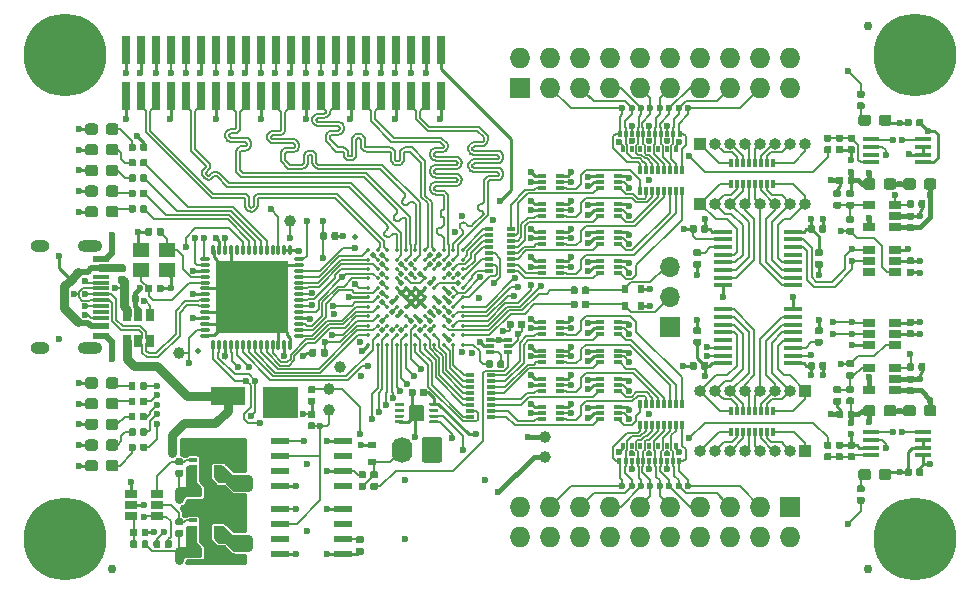
<source format=gbr>
G04 #@! TF.GenerationSoftware,KiCad,Pcbnew,5.1.5*
G04 #@! TF.CreationDate,2020-04-10T18:53:54+01:00*
G04 #@! TF.ProjectId,glasgow,676c6173-676f-4772-9e6b-696361645f70,rev?*
G04 #@! TF.SameCoordinates,Original*
G04 #@! TF.FileFunction,Copper,L1,Top*
G04 #@! TF.FilePolarity,Positive*
%FSLAX46Y46*%
G04 Gerber Fmt 4.6, Leading zero omitted, Abs format (unit mm)*
G04 Created by KiCad (PCBNEW 5.1.5) date 2020-04-10 18:53:54*
%MOMM*%
%LPD*%
G04 APERTURE LIST*
%ADD10R,1.450000X0.600000*%
%ADD11R,1.450000X0.300000*%
%ADD12O,2.100000X1.000000*%
%ADD13O,1.600000X1.000000*%
%ADD14C,0.100000*%
%ADD15O,1.740000X2.200000*%
%ADD16R,3.000000X1.600000*%
%ADD17R,1.060000X0.650000*%
%ADD18C,0.650000*%
%ADD19R,0.650000X0.350000*%
%ADD20R,1.000000X1.600000*%
%ADD21R,1.400000X1.200000*%
%ADD22R,0.700000X0.350000*%
%ADD23R,0.700000X0.600000*%
%ADD24R,0.300000X0.500000*%
%ADD25R,0.450000X0.500000*%
%ADD26O,1.727200X1.727200*%
%ADD27R,1.727200X1.727200*%
%ADD28O,1.000000X1.000000*%
%ADD29R,1.000000X1.000000*%
%ADD30O,1.700000X1.700000*%
%ADD31R,1.700000X1.700000*%
%ADD32C,0.350000*%
%ADD33C,0.500000*%
%ADD34C,0.750000*%
%ADD35R,0.800000X0.300000*%
%ADD36R,1.500000X0.450000*%
%ADD37R,0.300000X0.800000*%
%ADD38R,1.450000X0.450000*%
%ADD39R,0.740000X2.400000*%
%ADD40C,1.000000*%
%ADD41C,0.600000*%
%ADD42R,6.220000X6.220000*%
%ADD43O,0.280000X1.000000*%
%ADD44O,1.000000X0.280000*%
%ADD45R,0.650000X1.060000*%
%ADD46R,1.550000X0.600000*%
%ADD47R,0.600000X0.700000*%
%ADD48C,0.800000*%
%ADD49C,7.000000*%
%ADD50C,0.150000*%
%ADD51C,0.250000*%
%ADD52C,0.450000*%
%ADD53C,0.750000*%
%ADD54C,0.350000*%
%ADD55C,0.500000*%
%ADD56C,0.160000*%
%ADD57C,0.190000*%
%ADD58C,0.700000*%
%ADD59C,0.254000*%
G04 APERTURE END LIST*
D10*
X57045000Y-98750000D03*
X57045000Y-97950000D03*
X57045000Y-93050000D03*
X57045000Y-92250000D03*
X57045000Y-92250000D03*
X57045000Y-93050000D03*
X57045000Y-97950000D03*
X57045000Y-98750000D03*
D11*
X57045000Y-93750000D03*
X57045000Y-94250000D03*
X57045000Y-94750000D03*
X57045000Y-95750000D03*
X57045000Y-96250000D03*
X57045000Y-96750000D03*
X57045000Y-97250000D03*
X57045000Y-95250000D03*
D12*
X56130000Y-99820000D03*
X56130000Y-91180000D03*
D13*
X51950000Y-91180000D03*
X51950000Y-99820000D03*
G04 #@! TA.AperFunction,ComponentPad*
D14*
G36*
X85744505Y-107301204D02*
G01*
X85768773Y-107304804D01*
X85792572Y-107310765D01*
X85815671Y-107319030D01*
X85837850Y-107329520D01*
X85858893Y-107342132D01*
X85878599Y-107356747D01*
X85896777Y-107373223D01*
X85913253Y-107391401D01*
X85927868Y-107411107D01*
X85940480Y-107432150D01*
X85950970Y-107454329D01*
X85959235Y-107477428D01*
X85965196Y-107501227D01*
X85968796Y-107525495D01*
X85970000Y-107549999D01*
X85970000Y-109250001D01*
X85968796Y-109274505D01*
X85965196Y-109298773D01*
X85959235Y-109322572D01*
X85950970Y-109345671D01*
X85940480Y-109367850D01*
X85927868Y-109388893D01*
X85913253Y-109408599D01*
X85896777Y-109426777D01*
X85878599Y-109443253D01*
X85858893Y-109457868D01*
X85837850Y-109470480D01*
X85815671Y-109480970D01*
X85792572Y-109489235D01*
X85768773Y-109495196D01*
X85744505Y-109498796D01*
X85720001Y-109500000D01*
X84479999Y-109500000D01*
X84455495Y-109498796D01*
X84431227Y-109495196D01*
X84407428Y-109489235D01*
X84384329Y-109480970D01*
X84362150Y-109470480D01*
X84341107Y-109457868D01*
X84321401Y-109443253D01*
X84303223Y-109426777D01*
X84286747Y-109408599D01*
X84272132Y-109388893D01*
X84259520Y-109367850D01*
X84249030Y-109345671D01*
X84240765Y-109322572D01*
X84234804Y-109298773D01*
X84231204Y-109274505D01*
X84230000Y-109250001D01*
X84230000Y-107549999D01*
X84231204Y-107525495D01*
X84234804Y-107501227D01*
X84240765Y-107477428D01*
X84249030Y-107454329D01*
X84259520Y-107432150D01*
X84272132Y-107411107D01*
X84286747Y-107391401D01*
X84303223Y-107373223D01*
X84321401Y-107356747D01*
X84341107Y-107342132D01*
X84362150Y-107329520D01*
X84384329Y-107319030D01*
X84407428Y-107310765D01*
X84431227Y-107304804D01*
X84455495Y-107301204D01*
X84479999Y-107300000D01*
X85720001Y-107300000D01*
X85744505Y-107301204D01*
G37*
G04 #@! TD.AperFunction*
D15*
X82560000Y-108400000D03*
D16*
X67800000Y-103850000D03*
X72200000Y-103850000D03*
D17*
X122100000Y-89550000D03*
X122100000Y-87650000D03*
X124300000Y-87650000D03*
X124300000Y-88600000D03*
X124300000Y-89550000D03*
D18*
X65900000Y-109500000D03*
X65900000Y-110300000D03*
D19*
X66950000Y-110550000D03*
X66950000Y-109900000D03*
X66950000Y-109250000D03*
X64850000Y-109250000D03*
X64850000Y-109900000D03*
X64850000Y-110550000D03*
D20*
X65900000Y-109900000D03*
D18*
X65900000Y-114600000D03*
X65900000Y-115400000D03*
D19*
X66950000Y-115650000D03*
X66950000Y-115000000D03*
X66950000Y-114350000D03*
X64850000Y-114350000D03*
X64850000Y-115000000D03*
X64850000Y-115650000D03*
D20*
X65900000Y-115000000D03*
G04 #@! TA.AperFunction,SMDPad,CuDef*
D14*
G36*
X65335779Y-111426144D02*
G01*
X65358834Y-111429563D01*
X65381443Y-111435227D01*
X65403387Y-111443079D01*
X65424457Y-111453044D01*
X65444448Y-111465026D01*
X65463168Y-111478910D01*
X65480438Y-111494562D01*
X65496090Y-111511832D01*
X65509974Y-111530552D01*
X65521956Y-111550543D01*
X65531921Y-111571613D01*
X65539773Y-111593557D01*
X65545437Y-111616166D01*
X65548856Y-111639221D01*
X65550000Y-111662500D01*
X65550000Y-112137500D01*
X65548856Y-112160779D01*
X65545437Y-112183834D01*
X65539773Y-112206443D01*
X65531921Y-112228387D01*
X65521956Y-112249457D01*
X65509974Y-112269448D01*
X65496090Y-112288168D01*
X65480438Y-112305438D01*
X65463168Y-112321090D01*
X65444448Y-112334974D01*
X65424457Y-112346956D01*
X65403387Y-112356921D01*
X65381443Y-112364773D01*
X65358834Y-112370437D01*
X65335779Y-112373856D01*
X65312500Y-112375000D01*
X64737500Y-112375000D01*
X64714221Y-112373856D01*
X64691166Y-112370437D01*
X64668557Y-112364773D01*
X64646613Y-112356921D01*
X64625543Y-112346956D01*
X64605552Y-112334974D01*
X64586832Y-112321090D01*
X64569562Y-112305438D01*
X64553910Y-112288168D01*
X64540026Y-112269448D01*
X64528044Y-112249457D01*
X64518079Y-112228387D01*
X64510227Y-112206443D01*
X64504563Y-112183834D01*
X64501144Y-112160779D01*
X64500000Y-112137500D01*
X64500000Y-111662500D01*
X64501144Y-111639221D01*
X64504563Y-111616166D01*
X64510227Y-111593557D01*
X64518079Y-111571613D01*
X64528044Y-111550543D01*
X64540026Y-111530552D01*
X64553910Y-111511832D01*
X64569562Y-111494562D01*
X64586832Y-111478910D01*
X64605552Y-111465026D01*
X64625543Y-111453044D01*
X64646613Y-111443079D01*
X64668557Y-111435227D01*
X64691166Y-111429563D01*
X64714221Y-111426144D01*
X64737500Y-111425000D01*
X65312500Y-111425000D01*
X65335779Y-111426144D01*
G37*
G04 #@! TD.AperFunction*
G04 #@! TA.AperFunction,SMDPad,CuDef*
G36*
X67085779Y-111426144D02*
G01*
X67108834Y-111429563D01*
X67131443Y-111435227D01*
X67153387Y-111443079D01*
X67174457Y-111453044D01*
X67194448Y-111465026D01*
X67213168Y-111478910D01*
X67230438Y-111494562D01*
X67246090Y-111511832D01*
X67259974Y-111530552D01*
X67271956Y-111550543D01*
X67281921Y-111571613D01*
X67289773Y-111593557D01*
X67295437Y-111616166D01*
X67298856Y-111639221D01*
X67300000Y-111662500D01*
X67300000Y-112137500D01*
X67298856Y-112160779D01*
X67295437Y-112183834D01*
X67289773Y-112206443D01*
X67281921Y-112228387D01*
X67271956Y-112249457D01*
X67259974Y-112269448D01*
X67246090Y-112288168D01*
X67230438Y-112305438D01*
X67213168Y-112321090D01*
X67194448Y-112334974D01*
X67174457Y-112346956D01*
X67153387Y-112356921D01*
X67131443Y-112364773D01*
X67108834Y-112370437D01*
X67085779Y-112373856D01*
X67062500Y-112375000D01*
X66487500Y-112375000D01*
X66464221Y-112373856D01*
X66441166Y-112370437D01*
X66418557Y-112364773D01*
X66396613Y-112356921D01*
X66375543Y-112346956D01*
X66355552Y-112334974D01*
X66336832Y-112321090D01*
X66319562Y-112305438D01*
X66303910Y-112288168D01*
X66290026Y-112269448D01*
X66278044Y-112249457D01*
X66268079Y-112228387D01*
X66260227Y-112206443D01*
X66254563Y-112183834D01*
X66251144Y-112160779D01*
X66250000Y-112137500D01*
X66250000Y-111662500D01*
X66251144Y-111639221D01*
X66254563Y-111616166D01*
X66260227Y-111593557D01*
X66268079Y-111571613D01*
X66278044Y-111550543D01*
X66290026Y-111530552D01*
X66303910Y-111511832D01*
X66319562Y-111494562D01*
X66336832Y-111478910D01*
X66355552Y-111465026D01*
X66375543Y-111453044D01*
X66396613Y-111443079D01*
X66418557Y-111435227D01*
X66441166Y-111429563D01*
X66464221Y-111426144D01*
X66487500Y-111425000D01*
X67062500Y-111425000D01*
X67085779Y-111426144D01*
G37*
G04 #@! TD.AperFunction*
D21*
X60500000Y-91500000D03*
X62700000Y-91500000D03*
X62700000Y-93200000D03*
X60500000Y-93200000D03*
G04 #@! TA.AperFunction,SMDPad,CuDef*
D14*
G36*
X58335779Y-109276144D02*
G01*
X58358834Y-109279563D01*
X58381443Y-109285227D01*
X58403387Y-109293079D01*
X58424457Y-109303044D01*
X58444448Y-109315026D01*
X58463168Y-109328910D01*
X58480438Y-109344562D01*
X58496090Y-109361832D01*
X58509974Y-109380552D01*
X58521956Y-109400543D01*
X58531921Y-109421613D01*
X58539773Y-109443557D01*
X58545437Y-109466166D01*
X58548856Y-109489221D01*
X58550000Y-109512500D01*
X58550000Y-109987500D01*
X58548856Y-110010779D01*
X58545437Y-110033834D01*
X58539773Y-110056443D01*
X58531921Y-110078387D01*
X58521956Y-110099457D01*
X58509974Y-110119448D01*
X58496090Y-110138168D01*
X58480438Y-110155438D01*
X58463168Y-110171090D01*
X58444448Y-110184974D01*
X58424457Y-110196956D01*
X58403387Y-110206921D01*
X58381443Y-110214773D01*
X58358834Y-110220437D01*
X58335779Y-110223856D01*
X58312500Y-110225000D01*
X57737500Y-110225000D01*
X57714221Y-110223856D01*
X57691166Y-110220437D01*
X57668557Y-110214773D01*
X57646613Y-110206921D01*
X57625543Y-110196956D01*
X57605552Y-110184974D01*
X57586832Y-110171090D01*
X57569562Y-110155438D01*
X57553910Y-110138168D01*
X57540026Y-110119448D01*
X57528044Y-110099457D01*
X57518079Y-110078387D01*
X57510227Y-110056443D01*
X57504563Y-110033834D01*
X57501144Y-110010779D01*
X57500000Y-109987500D01*
X57500000Y-109512500D01*
X57501144Y-109489221D01*
X57504563Y-109466166D01*
X57510227Y-109443557D01*
X57518079Y-109421613D01*
X57528044Y-109400543D01*
X57540026Y-109380552D01*
X57553910Y-109361832D01*
X57569562Y-109344562D01*
X57586832Y-109328910D01*
X57605552Y-109315026D01*
X57625543Y-109303044D01*
X57646613Y-109293079D01*
X57668557Y-109285227D01*
X57691166Y-109279563D01*
X57714221Y-109276144D01*
X57737500Y-109275000D01*
X58312500Y-109275000D01*
X58335779Y-109276144D01*
G37*
G04 #@! TD.AperFunction*
G04 #@! TA.AperFunction,SMDPad,CuDef*
G36*
X56585779Y-109276144D02*
G01*
X56608834Y-109279563D01*
X56631443Y-109285227D01*
X56653387Y-109293079D01*
X56674457Y-109303044D01*
X56694448Y-109315026D01*
X56713168Y-109328910D01*
X56730438Y-109344562D01*
X56746090Y-109361832D01*
X56759974Y-109380552D01*
X56771956Y-109400543D01*
X56781921Y-109421613D01*
X56789773Y-109443557D01*
X56795437Y-109466166D01*
X56798856Y-109489221D01*
X56800000Y-109512500D01*
X56800000Y-109987500D01*
X56798856Y-110010779D01*
X56795437Y-110033834D01*
X56789773Y-110056443D01*
X56781921Y-110078387D01*
X56771956Y-110099457D01*
X56759974Y-110119448D01*
X56746090Y-110138168D01*
X56730438Y-110155438D01*
X56713168Y-110171090D01*
X56694448Y-110184974D01*
X56674457Y-110196956D01*
X56653387Y-110206921D01*
X56631443Y-110214773D01*
X56608834Y-110220437D01*
X56585779Y-110223856D01*
X56562500Y-110225000D01*
X55987500Y-110225000D01*
X55964221Y-110223856D01*
X55941166Y-110220437D01*
X55918557Y-110214773D01*
X55896613Y-110206921D01*
X55875543Y-110196956D01*
X55855552Y-110184974D01*
X55836832Y-110171090D01*
X55819562Y-110155438D01*
X55803910Y-110138168D01*
X55790026Y-110119448D01*
X55778044Y-110099457D01*
X55768079Y-110078387D01*
X55760227Y-110056443D01*
X55754563Y-110033834D01*
X55751144Y-110010779D01*
X55750000Y-109987500D01*
X55750000Y-109512500D01*
X55751144Y-109489221D01*
X55754563Y-109466166D01*
X55760227Y-109443557D01*
X55768079Y-109421613D01*
X55778044Y-109400543D01*
X55790026Y-109380552D01*
X55803910Y-109361832D01*
X55819562Y-109344562D01*
X55836832Y-109328910D01*
X55855552Y-109315026D01*
X55875543Y-109303044D01*
X55896613Y-109293079D01*
X55918557Y-109285227D01*
X55941166Y-109279563D01*
X55964221Y-109276144D01*
X55987500Y-109275000D01*
X56562500Y-109275000D01*
X56585779Y-109276144D01*
G37*
G04 #@! TD.AperFunction*
G04 #@! TA.AperFunction,SMDPad,CuDef*
G36*
X58335779Y-107526144D02*
G01*
X58358834Y-107529563D01*
X58381443Y-107535227D01*
X58403387Y-107543079D01*
X58424457Y-107553044D01*
X58444448Y-107565026D01*
X58463168Y-107578910D01*
X58480438Y-107594562D01*
X58496090Y-107611832D01*
X58509974Y-107630552D01*
X58521956Y-107650543D01*
X58531921Y-107671613D01*
X58539773Y-107693557D01*
X58545437Y-107716166D01*
X58548856Y-107739221D01*
X58550000Y-107762500D01*
X58550000Y-108237500D01*
X58548856Y-108260779D01*
X58545437Y-108283834D01*
X58539773Y-108306443D01*
X58531921Y-108328387D01*
X58521956Y-108349457D01*
X58509974Y-108369448D01*
X58496090Y-108388168D01*
X58480438Y-108405438D01*
X58463168Y-108421090D01*
X58444448Y-108434974D01*
X58424457Y-108446956D01*
X58403387Y-108456921D01*
X58381443Y-108464773D01*
X58358834Y-108470437D01*
X58335779Y-108473856D01*
X58312500Y-108475000D01*
X57737500Y-108475000D01*
X57714221Y-108473856D01*
X57691166Y-108470437D01*
X57668557Y-108464773D01*
X57646613Y-108456921D01*
X57625543Y-108446956D01*
X57605552Y-108434974D01*
X57586832Y-108421090D01*
X57569562Y-108405438D01*
X57553910Y-108388168D01*
X57540026Y-108369448D01*
X57528044Y-108349457D01*
X57518079Y-108328387D01*
X57510227Y-108306443D01*
X57504563Y-108283834D01*
X57501144Y-108260779D01*
X57500000Y-108237500D01*
X57500000Y-107762500D01*
X57501144Y-107739221D01*
X57504563Y-107716166D01*
X57510227Y-107693557D01*
X57518079Y-107671613D01*
X57528044Y-107650543D01*
X57540026Y-107630552D01*
X57553910Y-107611832D01*
X57569562Y-107594562D01*
X57586832Y-107578910D01*
X57605552Y-107565026D01*
X57625543Y-107553044D01*
X57646613Y-107543079D01*
X57668557Y-107535227D01*
X57691166Y-107529563D01*
X57714221Y-107526144D01*
X57737500Y-107525000D01*
X58312500Y-107525000D01*
X58335779Y-107526144D01*
G37*
G04 #@! TD.AperFunction*
G04 #@! TA.AperFunction,SMDPad,CuDef*
G36*
X56585779Y-107526144D02*
G01*
X56608834Y-107529563D01*
X56631443Y-107535227D01*
X56653387Y-107543079D01*
X56674457Y-107553044D01*
X56694448Y-107565026D01*
X56713168Y-107578910D01*
X56730438Y-107594562D01*
X56746090Y-107611832D01*
X56759974Y-107630552D01*
X56771956Y-107650543D01*
X56781921Y-107671613D01*
X56789773Y-107693557D01*
X56795437Y-107716166D01*
X56798856Y-107739221D01*
X56800000Y-107762500D01*
X56800000Y-108237500D01*
X56798856Y-108260779D01*
X56795437Y-108283834D01*
X56789773Y-108306443D01*
X56781921Y-108328387D01*
X56771956Y-108349457D01*
X56759974Y-108369448D01*
X56746090Y-108388168D01*
X56730438Y-108405438D01*
X56713168Y-108421090D01*
X56694448Y-108434974D01*
X56674457Y-108446956D01*
X56653387Y-108456921D01*
X56631443Y-108464773D01*
X56608834Y-108470437D01*
X56585779Y-108473856D01*
X56562500Y-108475000D01*
X55987500Y-108475000D01*
X55964221Y-108473856D01*
X55941166Y-108470437D01*
X55918557Y-108464773D01*
X55896613Y-108456921D01*
X55875543Y-108446956D01*
X55855552Y-108434974D01*
X55836832Y-108421090D01*
X55819562Y-108405438D01*
X55803910Y-108388168D01*
X55790026Y-108369448D01*
X55778044Y-108349457D01*
X55768079Y-108328387D01*
X55760227Y-108306443D01*
X55754563Y-108283834D01*
X55751144Y-108260779D01*
X55750000Y-108237500D01*
X55750000Y-107762500D01*
X55751144Y-107739221D01*
X55754563Y-107716166D01*
X55760227Y-107693557D01*
X55768079Y-107671613D01*
X55778044Y-107650543D01*
X55790026Y-107630552D01*
X55803910Y-107611832D01*
X55819562Y-107594562D01*
X55836832Y-107578910D01*
X55855552Y-107565026D01*
X55875543Y-107553044D01*
X55896613Y-107543079D01*
X55918557Y-107535227D01*
X55941166Y-107529563D01*
X55964221Y-107526144D01*
X55987500Y-107525000D01*
X56562500Y-107525000D01*
X56585779Y-107526144D01*
G37*
G04 #@! TD.AperFunction*
G04 #@! TA.AperFunction,SMDPad,CuDef*
G36*
X58335779Y-105776144D02*
G01*
X58358834Y-105779563D01*
X58381443Y-105785227D01*
X58403387Y-105793079D01*
X58424457Y-105803044D01*
X58444448Y-105815026D01*
X58463168Y-105828910D01*
X58480438Y-105844562D01*
X58496090Y-105861832D01*
X58509974Y-105880552D01*
X58521956Y-105900543D01*
X58531921Y-105921613D01*
X58539773Y-105943557D01*
X58545437Y-105966166D01*
X58548856Y-105989221D01*
X58550000Y-106012500D01*
X58550000Y-106487500D01*
X58548856Y-106510779D01*
X58545437Y-106533834D01*
X58539773Y-106556443D01*
X58531921Y-106578387D01*
X58521956Y-106599457D01*
X58509974Y-106619448D01*
X58496090Y-106638168D01*
X58480438Y-106655438D01*
X58463168Y-106671090D01*
X58444448Y-106684974D01*
X58424457Y-106696956D01*
X58403387Y-106706921D01*
X58381443Y-106714773D01*
X58358834Y-106720437D01*
X58335779Y-106723856D01*
X58312500Y-106725000D01*
X57737500Y-106725000D01*
X57714221Y-106723856D01*
X57691166Y-106720437D01*
X57668557Y-106714773D01*
X57646613Y-106706921D01*
X57625543Y-106696956D01*
X57605552Y-106684974D01*
X57586832Y-106671090D01*
X57569562Y-106655438D01*
X57553910Y-106638168D01*
X57540026Y-106619448D01*
X57528044Y-106599457D01*
X57518079Y-106578387D01*
X57510227Y-106556443D01*
X57504563Y-106533834D01*
X57501144Y-106510779D01*
X57500000Y-106487500D01*
X57500000Y-106012500D01*
X57501144Y-105989221D01*
X57504563Y-105966166D01*
X57510227Y-105943557D01*
X57518079Y-105921613D01*
X57528044Y-105900543D01*
X57540026Y-105880552D01*
X57553910Y-105861832D01*
X57569562Y-105844562D01*
X57586832Y-105828910D01*
X57605552Y-105815026D01*
X57625543Y-105803044D01*
X57646613Y-105793079D01*
X57668557Y-105785227D01*
X57691166Y-105779563D01*
X57714221Y-105776144D01*
X57737500Y-105775000D01*
X58312500Y-105775000D01*
X58335779Y-105776144D01*
G37*
G04 #@! TD.AperFunction*
G04 #@! TA.AperFunction,SMDPad,CuDef*
G36*
X56585779Y-105776144D02*
G01*
X56608834Y-105779563D01*
X56631443Y-105785227D01*
X56653387Y-105793079D01*
X56674457Y-105803044D01*
X56694448Y-105815026D01*
X56713168Y-105828910D01*
X56730438Y-105844562D01*
X56746090Y-105861832D01*
X56759974Y-105880552D01*
X56771956Y-105900543D01*
X56781921Y-105921613D01*
X56789773Y-105943557D01*
X56795437Y-105966166D01*
X56798856Y-105989221D01*
X56800000Y-106012500D01*
X56800000Y-106487500D01*
X56798856Y-106510779D01*
X56795437Y-106533834D01*
X56789773Y-106556443D01*
X56781921Y-106578387D01*
X56771956Y-106599457D01*
X56759974Y-106619448D01*
X56746090Y-106638168D01*
X56730438Y-106655438D01*
X56713168Y-106671090D01*
X56694448Y-106684974D01*
X56674457Y-106696956D01*
X56653387Y-106706921D01*
X56631443Y-106714773D01*
X56608834Y-106720437D01*
X56585779Y-106723856D01*
X56562500Y-106725000D01*
X55987500Y-106725000D01*
X55964221Y-106723856D01*
X55941166Y-106720437D01*
X55918557Y-106714773D01*
X55896613Y-106706921D01*
X55875543Y-106696956D01*
X55855552Y-106684974D01*
X55836832Y-106671090D01*
X55819562Y-106655438D01*
X55803910Y-106638168D01*
X55790026Y-106619448D01*
X55778044Y-106599457D01*
X55768079Y-106578387D01*
X55760227Y-106556443D01*
X55754563Y-106533834D01*
X55751144Y-106510779D01*
X55750000Y-106487500D01*
X55750000Y-106012500D01*
X55751144Y-105989221D01*
X55754563Y-105966166D01*
X55760227Y-105943557D01*
X55768079Y-105921613D01*
X55778044Y-105900543D01*
X55790026Y-105880552D01*
X55803910Y-105861832D01*
X55819562Y-105844562D01*
X55836832Y-105828910D01*
X55855552Y-105815026D01*
X55875543Y-105803044D01*
X55896613Y-105793079D01*
X55918557Y-105785227D01*
X55941166Y-105779563D01*
X55964221Y-105776144D01*
X55987500Y-105775000D01*
X56562500Y-105775000D01*
X56585779Y-105776144D01*
G37*
G04 #@! TD.AperFunction*
G04 #@! TA.AperFunction,SMDPad,CuDef*
G36*
X58335779Y-104026144D02*
G01*
X58358834Y-104029563D01*
X58381443Y-104035227D01*
X58403387Y-104043079D01*
X58424457Y-104053044D01*
X58444448Y-104065026D01*
X58463168Y-104078910D01*
X58480438Y-104094562D01*
X58496090Y-104111832D01*
X58509974Y-104130552D01*
X58521956Y-104150543D01*
X58531921Y-104171613D01*
X58539773Y-104193557D01*
X58545437Y-104216166D01*
X58548856Y-104239221D01*
X58550000Y-104262500D01*
X58550000Y-104737500D01*
X58548856Y-104760779D01*
X58545437Y-104783834D01*
X58539773Y-104806443D01*
X58531921Y-104828387D01*
X58521956Y-104849457D01*
X58509974Y-104869448D01*
X58496090Y-104888168D01*
X58480438Y-104905438D01*
X58463168Y-104921090D01*
X58444448Y-104934974D01*
X58424457Y-104946956D01*
X58403387Y-104956921D01*
X58381443Y-104964773D01*
X58358834Y-104970437D01*
X58335779Y-104973856D01*
X58312500Y-104975000D01*
X57737500Y-104975000D01*
X57714221Y-104973856D01*
X57691166Y-104970437D01*
X57668557Y-104964773D01*
X57646613Y-104956921D01*
X57625543Y-104946956D01*
X57605552Y-104934974D01*
X57586832Y-104921090D01*
X57569562Y-104905438D01*
X57553910Y-104888168D01*
X57540026Y-104869448D01*
X57528044Y-104849457D01*
X57518079Y-104828387D01*
X57510227Y-104806443D01*
X57504563Y-104783834D01*
X57501144Y-104760779D01*
X57500000Y-104737500D01*
X57500000Y-104262500D01*
X57501144Y-104239221D01*
X57504563Y-104216166D01*
X57510227Y-104193557D01*
X57518079Y-104171613D01*
X57528044Y-104150543D01*
X57540026Y-104130552D01*
X57553910Y-104111832D01*
X57569562Y-104094562D01*
X57586832Y-104078910D01*
X57605552Y-104065026D01*
X57625543Y-104053044D01*
X57646613Y-104043079D01*
X57668557Y-104035227D01*
X57691166Y-104029563D01*
X57714221Y-104026144D01*
X57737500Y-104025000D01*
X58312500Y-104025000D01*
X58335779Y-104026144D01*
G37*
G04 #@! TD.AperFunction*
G04 #@! TA.AperFunction,SMDPad,CuDef*
G36*
X56585779Y-104026144D02*
G01*
X56608834Y-104029563D01*
X56631443Y-104035227D01*
X56653387Y-104043079D01*
X56674457Y-104053044D01*
X56694448Y-104065026D01*
X56713168Y-104078910D01*
X56730438Y-104094562D01*
X56746090Y-104111832D01*
X56759974Y-104130552D01*
X56771956Y-104150543D01*
X56781921Y-104171613D01*
X56789773Y-104193557D01*
X56795437Y-104216166D01*
X56798856Y-104239221D01*
X56800000Y-104262500D01*
X56800000Y-104737500D01*
X56798856Y-104760779D01*
X56795437Y-104783834D01*
X56789773Y-104806443D01*
X56781921Y-104828387D01*
X56771956Y-104849457D01*
X56759974Y-104869448D01*
X56746090Y-104888168D01*
X56730438Y-104905438D01*
X56713168Y-104921090D01*
X56694448Y-104934974D01*
X56674457Y-104946956D01*
X56653387Y-104956921D01*
X56631443Y-104964773D01*
X56608834Y-104970437D01*
X56585779Y-104973856D01*
X56562500Y-104975000D01*
X55987500Y-104975000D01*
X55964221Y-104973856D01*
X55941166Y-104970437D01*
X55918557Y-104964773D01*
X55896613Y-104956921D01*
X55875543Y-104946956D01*
X55855552Y-104934974D01*
X55836832Y-104921090D01*
X55819562Y-104905438D01*
X55803910Y-104888168D01*
X55790026Y-104869448D01*
X55778044Y-104849457D01*
X55768079Y-104828387D01*
X55760227Y-104806443D01*
X55754563Y-104783834D01*
X55751144Y-104760779D01*
X55750000Y-104737500D01*
X55750000Y-104262500D01*
X55751144Y-104239221D01*
X55754563Y-104216166D01*
X55760227Y-104193557D01*
X55768079Y-104171613D01*
X55778044Y-104150543D01*
X55790026Y-104130552D01*
X55803910Y-104111832D01*
X55819562Y-104094562D01*
X55836832Y-104078910D01*
X55855552Y-104065026D01*
X55875543Y-104053044D01*
X55896613Y-104043079D01*
X55918557Y-104035227D01*
X55941166Y-104029563D01*
X55964221Y-104026144D01*
X55987500Y-104025000D01*
X56562500Y-104025000D01*
X56585779Y-104026144D01*
G37*
G04 #@! TD.AperFunction*
G04 #@! TA.AperFunction,SMDPad,CuDef*
G36*
X58335779Y-102276144D02*
G01*
X58358834Y-102279563D01*
X58381443Y-102285227D01*
X58403387Y-102293079D01*
X58424457Y-102303044D01*
X58444448Y-102315026D01*
X58463168Y-102328910D01*
X58480438Y-102344562D01*
X58496090Y-102361832D01*
X58509974Y-102380552D01*
X58521956Y-102400543D01*
X58531921Y-102421613D01*
X58539773Y-102443557D01*
X58545437Y-102466166D01*
X58548856Y-102489221D01*
X58550000Y-102512500D01*
X58550000Y-102987500D01*
X58548856Y-103010779D01*
X58545437Y-103033834D01*
X58539773Y-103056443D01*
X58531921Y-103078387D01*
X58521956Y-103099457D01*
X58509974Y-103119448D01*
X58496090Y-103138168D01*
X58480438Y-103155438D01*
X58463168Y-103171090D01*
X58444448Y-103184974D01*
X58424457Y-103196956D01*
X58403387Y-103206921D01*
X58381443Y-103214773D01*
X58358834Y-103220437D01*
X58335779Y-103223856D01*
X58312500Y-103225000D01*
X57737500Y-103225000D01*
X57714221Y-103223856D01*
X57691166Y-103220437D01*
X57668557Y-103214773D01*
X57646613Y-103206921D01*
X57625543Y-103196956D01*
X57605552Y-103184974D01*
X57586832Y-103171090D01*
X57569562Y-103155438D01*
X57553910Y-103138168D01*
X57540026Y-103119448D01*
X57528044Y-103099457D01*
X57518079Y-103078387D01*
X57510227Y-103056443D01*
X57504563Y-103033834D01*
X57501144Y-103010779D01*
X57500000Y-102987500D01*
X57500000Y-102512500D01*
X57501144Y-102489221D01*
X57504563Y-102466166D01*
X57510227Y-102443557D01*
X57518079Y-102421613D01*
X57528044Y-102400543D01*
X57540026Y-102380552D01*
X57553910Y-102361832D01*
X57569562Y-102344562D01*
X57586832Y-102328910D01*
X57605552Y-102315026D01*
X57625543Y-102303044D01*
X57646613Y-102293079D01*
X57668557Y-102285227D01*
X57691166Y-102279563D01*
X57714221Y-102276144D01*
X57737500Y-102275000D01*
X58312500Y-102275000D01*
X58335779Y-102276144D01*
G37*
G04 #@! TD.AperFunction*
G04 #@! TA.AperFunction,SMDPad,CuDef*
G36*
X56585779Y-102276144D02*
G01*
X56608834Y-102279563D01*
X56631443Y-102285227D01*
X56653387Y-102293079D01*
X56674457Y-102303044D01*
X56694448Y-102315026D01*
X56713168Y-102328910D01*
X56730438Y-102344562D01*
X56746090Y-102361832D01*
X56759974Y-102380552D01*
X56771956Y-102400543D01*
X56781921Y-102421613D01*
X56789773Y-102443557D01*
X56795437Y-102466166D01*
X56798856Y-102489221D01*
X56800000Y-102512500D01*
X56800000Y-102987500D01*
X56798856Y-103010779D01*
X56795437Y-103033834D01*
X56789773Y-103056443D01*
X56781921Y-103078387D01*
X56771956Y-103099457D01*
X56759974Y-103119448D01*
X56746090Y-103138168D01*
X56730438Y-103155438D01*
X56713168Y-103171090D01*
X56694448Y-103184974D01*
X56674457Y-103196956D01*
X56653387Y-103206921D01*
X56631443Y-103214773D01*
X56608834Y-103220437D01*
X56585779Y-103223856D01*
X56562500Y-103225000D01*
X55987500Y-103225000D01*
X55964221Y-103223856D01*
X55941166Y-103220437D01*
X55918557Y-103214773D01*
X55896613Y-103206921D01*
X55875543Y-103196956D01*
X55855552Y-103184974D01*
X55836832Y-103171090D01*
X55819562Y-103155438D01*
X55803910Y-103138168D01*
X55790026Y-103119448D01*
X55778044Y-103099457D01*
X55768079Y-103078387D01*
X55760227Y-103056443D01*
X55754563Y-103033834D01*
X55751144Y-103010779D01*
X55750000Y-102987500D01*
X55750000Y-102512500D01*
X55751144Y-102489221D01*
X55754563Y-102466166D01*
X55760227Y-102443557D01*
X55768079Y-102421613D01*
X55778044Y-102400543D01*
X55790026Y-102380552D01*
X55803910Y-102361832D01*
X55819562Y-102344562D01*
X55836832Y-102328910D01*
X55855552Y-102315026D01*
X55875543Y-102303044D01*
X55896613Y-102293079D01*
X55918557Y-102285227D01*
X55941166Y-102279563D01*
X55964221Y-102276144D01*
X55987500Y-102275000D01*
X56562500Y-102275000D01*
X56585779Y-102276144D01*
G37*
G04 #@! TD.AperFunction*
G04 #@! TA.AperFunction,SMDPad,CuDef*
G36*
X58335779Y-87776144D02*
G01*
X58358834Y-87779563D01*
X58381443Y-87785227D01*
X58403387Y-87793079D01*
X58424457Y-87803044D01*
X58444448Y-87815026D01*
X58463168Y-87828910D01*
X58480438Y-87844562D01*
X58496090Y-87861832D01*
X58509974Y-87880552D01*
X58521956Y-87900543D01*
X58531921Y-87921613D01*
X58539773Y-87943557D01*
X58545437Y-87966166D01*
X58548856Y-87989221D01*
X58550000Y-88012500D01*
X58550000Y-88487500D01*
X58548856Y-88510779D01*
X58545437Y-88533834D01*
X58539773Y-88556443D01*
X58531921Y-88578387D01*
X58521956Y-88599457D01*
X58509974Y-88619448D01*
X58496090Y-88638168D01*
X58480438Y-88655438D01*
X58463168Y-88671090D01*
X58444448Y-88684974D01*
X58424457Y-88696956D01*
X58403387Y-88706921D01*
X58381443Y-88714773D01*
X58358834Y-88720437D01*
X58335779Y-88723856D01*
X58312500Y-88725000D01*
X57737500Y-88725000D01*
X57714221Y-88723856D01*
X57691166Y-88720437D01*
X57668557Y-88714773D01*
X57646613Y-88706921D01*
X57625543Y-88696956D01*
X57605552Y-88684974D01*
X57586832Y-88671090D01*
X57569562Y-88655438D01*
X57553910Y-88638168D01*
X57540026Y-88619448D01*
X57528044Y-88599457D01*
X57518079Y-88578387D01*
X57510227Y-88556443D01*
X57504563Y-88533834D01*
X57501144Y-88510779D01*
X57500000Y-88487500D01*
X57500000Y-88012500D01*
X57501144Y-87989221D01*
X57504563Y-87966166D01*
X57510227Y-87943557D01*
X57518079Y-87921613D01*
X57528044Y-87900543D01*
X57540026Y-87880552D01*
X57553910Y-87861832D01*
X57569562Y-87844562D01*
X57586832Y-87828910D01*
X57605552Y-87815026D01*
X57625543Y-87803044D01*
X57646613Y-87793079D01*
X57668557Y-87785227D01*
X57691166Y-87779563D01*
X57714221Y-87776144D01*
X57737500Y-87775000D01*
X58312500Y-87775000D01*
X58335779Y-87776144D01*
G37*
G04 #@! TD.AperFunction*
G04 #@! TA.AperFunction,SMDPad,CuDef*
G36*
X56585779Y-87776144D02*
G01*
X56608834Y-87779563D01*
X56631443Y-87785227D01*
X56653387Y-87793079D01*
X56674457Y-87803044D01*
X56694448Y-87815026D01*
X56713168Y-87828910D01*
X56730438Y-87844562D01*
X56746090Y-87861832D01*
X56759974Y-87880552D01*
X56771956Y-87900543D01*
X56781921Y-87921613D01*
X56789773Y-87943557D01*
X56795437Y-87966166D01*
X56798856Y-87989221D01*
X56800000Y-88012500D01*
X56800000Y-88487500D01*
X56798856Y-88510779D01*
X56795437Y-88533834D01*
X56789773Y-88556443D01*
X56781921Y-88578387D01*
X56771956Y-88599457D01*
X56759974Y-88619448D01*
X56746090Y-88638168D01*
X56730438Y-88655438D01*
X56713168Y-88671090D01*
X56694448Y-88684974D01*
X56674457Y-88696956D01*
X56653387Y-88706921D01*
X56631443Y-88714773D01*
X56608834Y-88720437D01*
X56585779Y-88723856D01*
X56562500Y-88725000D01*
X55987500Y-88725000D01*
X55964221Y-88723856D01*
X55941166Y-88720437D01*
X55918557Y-88714773D01*
X55896613Y-88706921D01*
X55875543Y-88696956D01*
X55855552Y-88684974D01*
X55836832Y-88671090D01*
X55819562Y-88655438D01*
X55803910Y-88638168D01*
X55790026Y-88619448D01*
X55778044Y-88599457D01*
X55768079Y-88578387D01*
X55760227Y-88556443D01*
X55754563Y-88533834D01*
X55751144Y-88510779D01*
X55750000Y-88487500D01*
X55750000Y-88012500D01*
X55751144Y-87989221D01*
X55754563Y-87966166D01*
X55760227Y-87943557D01*
X55768079Y-87921613D01*
X55778044Y-87900543D01*
X55790026Y-87880552D01*
X55803910Y-87861832D01*
X55819562Y-87844562D01*
X55836832Y-87828910D01*
X55855552Y-87815026D01*
X55875543Y-87803044D01*
X55896613Y-87793079D01*
X55918557Y-87785227D01*
X55941166Y-87779563D01*
X55964221Y-87776144D01*
X55987500Y-87775000D01*
X56562500Y-87775000D01*
X56585779Y-87776144D01*
G37*
G04 #@! TD.AperFunction*
G04 #@! TA.AperFunction,SMDPad,CuDef*
G36*
X58335779Y-86026144D02*
G01*
X58358834Y-86029563D01*
X58381443Y-86035227D01*
X58403387Y-86043079D01*
X58424457Y-86053044D01*
X58444448Y-86065026D01*
X58463168Y-86078910D01*
X58480438Y-86094562D01*
X58496090Y-86111832D01*
X58509974Y-86130552D01*
X58521956Y-86150543D01*
X58531921Y-86171613D01*
X58539773Y-86193557D01*
X58545437Y-86216166D01*
X58548856Y-86239221D01*
X58550000Y-86262500D01*
X58550000Y-86737500D01*
X58548856Y-86760779D01*
X58545437Y-86783834D01*
X58539773Y-86806443D01*
X58531921Y-86828387D01*
X58521956Y-86849457D01*
X58509974Y-86869448D01*
X58496090Y-86888168D01*
X58480438Y-86905438D01*
X58463168Y-86921090D01*
X58444448Y-86934974D01*
X58424457Y-86946956D01*
X58403387Y-86956921D01*
X58381443Y-86964773D01*
X58358834Y-86970437D01*
X58335779Y-86973856D01*
X58312500Y-86975000D01*
X57737500Y-86975000D01*
X57714221Y-86973856D01*
X57691166Y-86970437D01*
X57668557Y-86964773D01*
X57646613Y-86956921D01*
X57625543Y-86946956D01*
X57605552Y-86934974D01*
X57586832Y-86921090D01*
X57569562Y-86905438D01*
X57553910Y-86888168D01*
X57540026Y-86869448D01*
X57528044Y-86849457D01*
X57518079Y-86828387D01*
X57510227Y-86806443D01*
X57504563Y-86783834D01*
X57501144Y-86760779D01*
X57500000Y-86737500D01*
X57500000Y-86262500D01*
X57501144Y-86239221D01*
X57504563Y-86216166D01*
X57510227Y-86193557D01*
X57518079Y-86171613D01*
X57528044Y-86150543D01*
X57540026Y-86130552D01*
X57553910Y-86111832D01*
X57569562Y-86094562D01*
X57586832Y-86078910D01*
X57605552Y-86065026D01*
X57625543Y-86053044D01*
X57646613Y-86043079D01*
X57668557Y-86035227D01*
X57691166Y-86029563D01*
X57714221Y-86026144D01*
X57737500Y-86025000D01*
X58312500Y-86025000D01*
X58335779Y-86026144D01*
G37*
G04 #@! TD.AperFunction*
G04 #@! TA.AperFunction,SMDPad,CuDef*
G36*
X56585779Y-86026144D02*
G01*
X56608834Y-86029563D01*
X56631443Y-86035227D01*
X56653387Y-86043079D01*
X56674457Y-86053044D01*
X56694448Y-86065026D01*
X56713168Y-86078910D01*
X56730438Y-86094562D01*
X56746090Y-86111832D01*
X56759974Y-86130552D01*
X56771956Y-86150543D01*
X56781921Y-86171613D01*
X56789773Y-86193557D01*
X56795437Y-86216166D01*
X56798856Y-86239221D01*
X56800000Y-86262500D01*
X56800000Y-86737500D01*
X56798856Y-86760779D01*
X56795437Y-86783834D01*
X56789773Y-86806443D01*
X56781921Y-86828387D01*
X56771956Y-86849457D01*
X56759974Y-86869448D01*
X56746090Y-86888168D01*
X56730438Y-86905438D01*
X56713168Y-86921090D01*
X56694448Y-86934974D01*
X56674457Y-86946956D01*
X56653387Y-86956921D01*
X56631443Y-86964773D01*
X56608834Y-86970437D01*
X56585779Y-86973856D01*
X56562500Y-86975000D01*
X55987500Y-86975000D01*
X55964221Y-86973856D01*
X55941166Y-86970437D01*
X55918557Y-86964773D01*
X55896613Y-86956921D01*
X55875543Y-86946956D01*
X55855552Y-86934974D01*
X55836832Y-86921090D01*
X55819562Y-86905438D01*
X55803910Y-86888168D01*
X55790026Y-86869448D01*
X55778044Y-86849457D01*
X55768079Y-86828387D01*
X55760227Y-86806443D01*
X55754563Y-86783834D01*
X55751144Y-86760779D01*
X55750000Y-86737500D01*
X55750000Y-86262500D01*
X55751144Y-86239221D01*
X55754563Y-86216166D01*
X55760227Y-86193557D01*
X55768079Y-86171613D01*
X55778044Y-86150543D01*
X55790026Y-86130552D01*
X55803910Y-86111832D01*
X55819562Y-86094562D01*
X55836832Y-86078910D01*
X55855552Y-86065026D01*
X55875543Y-86053044D01*
X55896613Y-86043079D01*
X55918557Y-86035227D01*
X55941166Y-86029563D01*
X55964221Y-86026144D01*
X55987500Y-86025000D01*
X56562500Y-86025000D01*
X56585779Y-86026144D01*
G37*
G04 #@! TD.AperFunction*
G04 #@! TA.AperFunction,SMDPad,CuDef*
G36*
X58335779Y-84276144D02*
G01*
X58358834Y-84279563D01*
X58381443Y-84285227D01*
X58403387Y-84293079D01*
X58424457Y-84303044D01*
X58444448Y-84315026D01*
X58463168Y-84328910D01*
X58480438Y-84344562D01*
X58496090Y-84361832D01*
X58509974Y-84380552D01*
X58521956Y-84400543D01*
X58531921Y-84421613D01*
X58539773Y-84443557D01*
X58545437Y-84466166D01*
X58548856Y-84489221D01*
X58550000Y-84512500D01*
X58550000Y-84987500D01*
X58548856Y-85010779D01*
X58545437Y-85033834D01*
X58539773Y-85056443D01*
X58531921Y-85078387D01*
X58521956Y-85099457D01*
X58509974Y-85119448D01*
X58496090Y-85138168D01*
X58480438Y-85155438D01*
X58463168Y-85171090D01*
X58444448Y-85184974D01*
X58424457Y-85196956D01*
X58403387Y-85206921D01*
X58381443Y-85214773D01*
X58358834Y-85220437D01*
X58335779Y-85223856D01*
X58312500Y-85225000D01*
X57737500Y-85225000D01*
X57714221Y-85223856D01*
X57691166Y-85220437D01*
X57668557Y-85214773D01*
X57646613Y-85206921D01*
X57625543Y-85196956D01*
X57605552Y-85184974D01*
X57586832Y-85171090D01*
X57569562Y-85155438D01*
X57553910Y-85138168D01*
X57540026Y-85119448D01*
X57528044Y-85099457D01*
X57518079Y-85078387D01*
X57510227Y-85056443D01*
X57504563Y-85033834D01*
X57501144Y-85010779D01*
X57500000Y-84987500D01*
X57500000Y-84512500D01*
X57501144Y-84489221D01*
X57504563Y-84466166D01*
X57510227Y-84443557D01*
X57518079Y-84421613D01*
X57528044Y-84400543D01*
X57540026Y-84380552D01*
X57553910Y-84361832D01*
X57569562Y-84344562D01*
X57586832Y-84328910D01*
X57605552Y-84315026D01*
X57625543Y-84303044D01*
X57646613Y-84293079D01*
X57668557Y-84285227D01*
X57691166Y-84279563D01*
X57714221Y-84276144D01*
X57737500Y-84275000D01*
X58312500Y-84275000D01*
X58335779Y-84276144D01*
G37*
G04 #@! TD.AperFunction*
G04 #@! TA.AperFunction,SMDPad,CuDef*
G36*
X56585779Y-84276144D02*
G01*
X56608834Y-84279563D01*
X56631443Y-84285227D01*
X56653387Y-84293079D01*
X56674457Y-84303044D01*
X56694448Y-84315026D01*
X56713168Y-84328910D01*
X56730438Y-84344562D01*
X56746090Y-84361832D01*
X56759974Y-84380552D01*
X56771956Y-84400543D01*
X56781921Y-84421613D01*
X56789773Y-84443557D01*
X56795437Y-84466166D01*
X56798856Y-84489221D01*
X56800000Y-84512500D01*
X56800000Y-84987500D01*
X56798856Y-85010779D01*
X56795437Y-85033834D01*
X56789773Y-85056443D01*
X56781921Y-85078387D01*
X56771956Y-85099457D01*
X56759974Y-85119448D01*
X56746090Y-85138168D01*
X56730438Y-85155438D01*
X56713168Y-85171090D01*
X56694448Y-85184974D01*
X56674457Y-85196956D01*
X56653387Y-85206921D01*
X56631443Y-85214773D01*
X56608834Y-85220437D01*
X56585779Y-85223856D01*
X56562500Y-85225000D01*
X55987500Y-85225000D01*
X55964221Y-85223856D01*
X55941166Y-85220437D01*
X55918557Y-85214773D01*
X55896613Y-85206921D01*
X55875543Y-85196956D01*
X55855552Y-85184974D01*
X55836832Y-85171090D01*
X55819562Y-85155438D01*
X55803910Y-85138168D01*
X55790026Y-85119448D01*
X55778044Y-85099457D01*
X55768079Y-85078387D01*
X55760227Y-85056443D01*
X55754563Y-85033834D01*
X55751144Y-85010779D01*
X55750000Y-84987500D01*
X55750000Y-84512500D01*
X55751144Y-84489221D01*
X55754563Y-84466166D01*
X55760227Y-84443557D01*
X55768079Y-84421613D01*
X55778044Y-84400543D01*
X55790026Y-84380552D01*
X55803910Y-84361832D01*
X55819562Y-84344562D01*
X55836832Y-84328910D01*
X55855552Y-84315026D01*
X55875543Y-84303044D01*
X55896613Y-84293079D01*
X55918557Y-84285227D01*
X55941166Y-84279563D01*
X55964221Y-84276144D01*
X55987500Y-84275000D01*
X56562500Y-84275000D01*
X56585779Y-84276144D01*
G37*
G04 #@! TD.AperFunction*
G04 #@! TA.AperFunction,SMDPad,CuDef*
G36*
X58335779Y-82526144D02*
G01*
X58358834Y-82529563D01*
X58381443Y-82535227D01*
X58403387Y-82543079D01*
X58424457Y-82553044D01*
X58444448Y-82565026D01*
X58463168Y-82578910D01*
X58480438Y-82594562D01*
X58496090Y-82611832D01*
X58509974Y-82630552D01*
X58521956Y-82650543D01*
X58531921Y-82671613D01*
X58539773Y-82693557D01*
X58545437Y-82716166D01*
X58548856Y-82739221D01*
X58550000Y-82762500D01*
X58550000Y-83237500D01*
X58548856Y-83260779D01*
X58545437Y-83283834D01*
X58539773Y-83306443D01*
X58531921Y-83328387D01*
X58521956Y-83349457D01*
X58509974Y-83369448D01*
X58496090Y-83388168D01*
X58480438Y-83405438D01*
X58463168Y-83421090D01*
X58444448Y-83434974D01*
X58424457Y-83446956D01*
X58403387Y-83456921D01*
X58381443Y-83464773D01*
X58358834Y-83470437D01*
X58335779Y-83473856D01*
X58312500Y-83475000D01*
X57737500Y-83475000D01*
X57714221Y-83473856D01*
X57691166Y-83470437D01*
X57668557Y-83464773D01*
X57646613Y-83456921D01*
X57625543Y-83446956D01*
X57605552Y-83434974D01*
X57586832Y-83421090D01*
X57569562Y-83405438D01*
X57553910Y-83388168D01*
X57540026Y-83369448D01*
X57528044Y-83349457D01*
X57518079Y-83328387D01*
X57510227Y-83306443D01*
X57504563Y-83283834D01*
X57501144Y-83260779D01*
X57500000Y-83237500D01*
X57500000Y-82762500D01*
X57501144Y-82739221D01*
X57504563Y-82716166D01*
X57510227Y-82693557D01*
X57518079Y-82671613D01*
X57528044Y-82650543D01*
X57540026Y-82630552D01*
X57553910Y-82611832D01*
X57569562Y-82594562D01*
X57586832Y-82578910D01*
X57605552Y-82565026D01*
X57625543Y-82553044D01*
X57646613Y-82543079D01*
X57668557Y-82535227D01*
X57691166Y-82529563D01*
X57714221Y-82526144D01*
X57737500Y-82525000D01*
X58312500Y-82525000D01*
X58335779Y-82526144D01*
G37*
G04 #@! TD.AperFunction*
G04 #@! TA.AperFunction,SMDPad,CuDef*
G36*
X56585779Y-82526144D02*
G01*
X56608834Y-82529563D01*
X56631443Y-82535227D01*
X56653387Y-82543079D01*
X56674457Y-82553044D01*
X56694448Y-82565026D01*
X56713168Y-82578910D01*
X56730438Y-82594562D01*
X56746090Y-82611832D01*
X56759974Y-82630552D01*
X56771956Y-82650543D01*
X56781921Y-82671613D01*
X56789773Y-82693557D01*
X56795437Y-82716166D01*
X56798856Y-82739221D01*
X56800000Y-82762500D01*
X56800000Y-83237500D01*
X56798856Y-83260779D01*
X56795437Y-83283834D01*
X56789773Y-83306443D01*
X56781921Y-83328387D01*
X56771956Y-83349457D01*
X56759974Y-83369448D01*
X56746090Y-83388168D01*
X56730438Y-83405438D01*
X56713168Y-83421090D01*
X56694448Y-83434974D01*
X56674457Y-83446956D01*
X56653387Y-83456921D01*
X56631443Y-83464773D01*
X56608834Y-83470437D01*
X56585779Y-83473856D01*
X56562500Y-83475000D01*
X55987500Y-83475000D01*
X55964221Y-83473856D01*
X55941166Y-83470437D01*
X55918557Y-83464773D01*
X55896613Y-83456921D01*
X55875543Y-83446956D01*
X55855552Y-83434974D01*
X55836832Y-83421090D01*
X55819562Y-83405438D01*
X55803910Y-83388168D01*
X55790026Y-83369448D01*
X55778044Y-83349457D01*
X55768079Y-83328387D01*
X55760227Y-83306443D01*
X55754563Y-83283834D01*
X55751144Y-83260779D01*
X55750000Y-83237500D01*
X55750000Y-82762500D01*
X55751144Y-82739221D01*
X55754563Y-82716166D01*
X55760227Y-82693557D01*
X55768079Y-82671613D01*
X55778044Y-82650543D01*
X55790026Y-82630552D01*
X55803910Y-82611832D01*
X55819562Y-82594562D01*
X55836832Y-82578910D01*
X55855552Y-82565026D01*
X55875543Y-82553044D01*
X55896613Y-82543079D01*
X55918557Y-82535227D01*
X55941166Y-82529563D01*
X55964221Y-82526144D01*
X55987500Y-82525000D01*
X56562500Y-82525000D01*
X56585779Y-82526144D01*
G37*
G04 #@! TD.AperFunction*
G04 #@! TA.AperFunction,SMDPad,CuDef*
G36*
X58335779Y-80776144D02*
G01*
X58358834Y-80779563D01*
X58381443Y-80785227D01*
X58403387Y-80793079D01*
X58424457Y-80803044D01*
X58444448Y-80815026D01*
X58463168Y-80828910D01*
X58480438Y-80844562D01*
X58496090Y-80861832D01*
X58509974Y-80880552D01*
X58521956Y-80900543D01*
X58531921Y-80921613D01*
X58539773Y-80943557D01*
X58545437Y-80966166D01*
X58548856Y-80989221D01*
X58550000Y-81012500D01*
X58550000Y-81487500D01*
X58548856Y-81510779D01*
X58545437Y-81533834D01*
X58539773Y-81556443D01*
X58531921Y-81578387D01*
X58521956Y-81599457D01*
X58509974Y-81619448D01*
X58496090Y-81638168D01*
X58480438Y-81655438D01*
X58463168Y-81671090D01*
X58444448Y-81684974D01*
X58424457Y-81696956D01*
X58403387Y-81706921D01*
X58381443Y-81714773D01*
X58358834Y-81720437D01*
X58335779Y-81723856D01*
X58312500Y-81725000D01*
X57737500Y-81725000D01*
X57714221Y-81723856D01*
X57691166Y-81720437D01*
X57668557Y-81714773D01*
X57646613Y-81706921D01*
X57625543Y-81696956D01*
X57605552Y-81684974D01*
X57586832Y-81671090D01*
X57569562Y-81655438D01*
X57553910Y-81638168D01*
X57540026Y-81619448D01*
X57528044Y-81599457D01*
X57518079Y-81578387D01*
X57510227Y-81556443D01*
X57504563Y-81533834D01*
X57501144Y-81510779D01*
X57500000Y-81487500D01*
X57500000Y-81012500D01*
X57501144Y-80989221D01*
X57504563Y-80966166D01*
X57510227Y-80943557D01*
X57518079Y-80921613D01*
X57528044Y-80900543D01*
X57540026Y-80880552D01*
X57553910Y-80861832D01*
X57569562Y-80844562D01*
X57586832Y-80828910D01*
X57605552Y-80815026D01*
X57625543Y-80803044D01*
X57646613Y-80793079D01*
X57668557Y-80785227D01*
X57691166Y-80779563D01*
X57714221Y-80776144D01*
X57737500Y-80775000D01*
X58312500Y-80775000D01*
X58335779Y-80776144D01*
G37*
G04 #@! TD.AperFunction*
G04 #@! TA.AperFunction,SMDPad,CuDef*
G36*
X56585779Y-80776144D02*
G01*
X56608834Y-80779563D01*
X56631443Y-80785227D01*
X56653387Y-80793079D01*
X56674457Y-80803044D01*
X56694448Y-80815026D01*
X56713168Y-80828910D01*
X56730438Y-80844562D01*
X56746090Y-80861832D01*
X56759974Y-80880552D01*
X56771956Y-80900543D01*
X56781921Y-80921613D01*
X56789773Y-80943557D01*
X56795437Y-80966166D01*
X56798856Y-80989221D01*
X56800000Y-81012500D01*
X56800000Y-81487500D01*
X56798856Y-81510779D01*
X56795437Y-81533834D01*
X56789773Y-81556443D01*
X56781921Y-81578387D01*
X56771956Y-81599457D01*
X56759974Y-81619448D01*
X56746090Y-81638168D01*
X56730438Y-81655438D01*
X56713168Y-81671090D01*
X56694448Y-81684974D01*
X56674457Y-81696956D01*
X56653387Y-81706921D01*
X56631443Y-81714773D01*
X56608834Y-81720437D01*
X56585779Y-81723856D01*
X56562500Y-81725000D01*
X55987500Y-81725000D01*
X55964221Y-81723856D01*
X55941166Y-81720437D01*
X55918557Y-81714773D01*
X55896613Y-81706921D01*
X55875543Y-81696956D01*
X55855552Y-81684974D01*
X55836832Y-81671090D01*
X55819562Y-81655438D01*
X55803910Y-81638168D01*
X55790026Y-81619448D01*
X55778044Y-81599457D01*
X55768079Y-81578387D01*
X55760227Y-81556443D01*
X55754563Y-81533834D01*
X55751144Y-81510779D01*
X55750000Y-81487500D01*
X55750000Y-81012500D01*
X55751144Y-80989221D01*
X55754563Y-80966166D01*
X55760227Y-80943557D01*
X55768079Y-80921613D01*
X55778044Y-80900543D01*
X55790026Y-80880552D01*
X55803910Y-80861832D01*
X55819562Y-80844562D01*
X55836832Y-80828910D01*
X55855552Y-80815026D01*
X55875543Y-80803044D01*
X55896613Y-80793079D01*
X55918557Y-80785227D01*
X55941166Y-80779563D01*
X55964221Y-80776144D01*
X55987500Y-80775000D01*
X56562500Y-80775000D01*
X56585779Y-80776144D01*
G37*
G04 #@! TD.AperFunction*
G04 #@! TA.AperFunction,SMDPad,CuDef*
G36*
X121586958Y-78990710D02*
G01*
X121601276Y-78992834D01*
X121615317Y-78996351D01*
X121628946Y-79001228D01*
X121642031Y-79007417D01*
X121654447Y-79014858D01*
X121666073Y-79023481D01*
X121676798Y-79033202D01*
X121686519Y-79043927D01*
X121695142Y-79055553D01*
X121702583Y-79067969D01*
X121708772Y-79081054D01*
X121713649Y-79094683D01*
X121717166Y-79108724D01*
X121719290Y-79123042D01*
X121720000Y-79137500D01*
X121720000Y-79432500D01*
X121719290Y-79446958D01*
X121717166Y-79461276D01*
X121713649Y-79475317D01*
X121708772Y-79488946D01*
X121702583Y-79502031D01*
X121695142Y-79514447D01*
X121686519Y-79526073D01*
X121676798Y-79536798D01*
X121666073Y-79546519D01*
X121654447Y-79555142D01*
X121642031Y-79562583D01*
X121628946Y-79568772D01*
X121615317Y-79573649D01*
X121601276Y-79577166D01*
X121586958Y-79579290D01*
X121572500Y-79580000D01*
X121227500Y-79580000D01*
X121213042Y-79579290D01*
X121198724Y-79577166D01*
X121184683Y-79573649D01*
X121171054Y-79568772D01*
X121157969Y-79562583D01*
X121145553Y-79555142D01*
X121133927Y-79546519D01*
X121123202Y-79536798D01*
X121113481Y-79526073D01*
X121104858Y-79514447D01*
X121097417Y-79502031D01*
X121091228Y-79488946D01*
X121086351Y-79475317D01*
X121082834Y-79461276D01*
X121080710Y-79446958D01*
X121080000Y-79432500D01*
X121080000Y-79137500D01*
X121080710Y-79123042D01*
X121082834Y-79108724D01*
X121086351Y-79094683D01*
X121091228Y-79081054D01*
X121097417Y-79067969D01*
X121104858Y-79055553D01*
X121113481Y-79043927D01*
X121123202Y-79033202D01*
X121133927Y-79023481D01*
X121145553Y-79014858D01*
X121157969Y-79007417D01*
X121171054Y-79001228D01*
X121184683Y-78996351D01*
X121198724Y-78992834D01*
X121213042Y-78990710D01*
X121227500Y-78990000D01*
X121572500Y-78990000D01*
X121586958Y-78990710D01*
G37*
G04 #@! TD.AperFunction*
G04 #@! TA.AperFunction,SMDPad,CuDef*
G36*
X121586958Y-78020710D02*
G01*
X121601276Y-78022834D01*
X121615317Y-78026351D01*
X121628946Y-78031228D01*
X121642031Y-78037417D01*
X121654447Y-78044858D01*
X121666073Y-78053481D01*
X121676798Y-78063202D01*
X121686519Y-78073927D01*
X121695142Y-78085553D01*
X121702583Y-78097969D01*
X121708772Y-78111054D01*
X121713649Y-78124683D01*
X121717166Y-78138724D01*
X121719290Y-78153042D01*
X121720000Y-78167500D01*
X121720000Y-78462500D01*
X121719290Y-78476958D01*
X121717166Y-78491276D01*
X121713649Y-78505317D01*
X121708772Y-78518946D01*
X121702583Y-78532031D01*
X121695142Y-78544447D01*
X121686519Y-78556073D01*
X121676798Y-78566798D01*
X121666073Y-78576519D01*
X121654447Y-78585142D01*
X121642031Y-78592583D01*
X121628946Y-78598772D01*
X121615317Y-78603649D01*
X121601276Y-78607166D01*
X121586958Y-78609290D01*
X121572500Y-78610000D01*
X121227500Y-78610000D01*
X121213042Y-78609290D01*
X121198724Y-78607166D01*
X121184683Y-78603649D01*
X121171054Y-78598772D01*
X121157969Y-78592583D01*
X121145553Y-78585142D01*
X121133927Y-78576519D01*
X121123202Y-78566798D01*
X121113481Y-78556073D01*
X121104858Y-78544447D01*
X121097417Y-78532031D01*
X121091228Y-78518946D01*
X121086351Y-78505317D01*
X121082834Y-78491276D01*
X121080710Y-78476958D01*
X121080000Y-78462500D01*
X121080000Y-78167500D01*
X121080710Y-78153042D01*
X121082834Y-78138724D01*
X121086351Y-78124683D01*
X121091228Y-78111054D01*
X121097417Y-78097969D01*
X121104858Y-78085553D01*
X121113481Y-78073927D01*
X121123202Y-78063202D01*
X121133927Y-78053481D01*
X121145553Y-78044858D01*
X121157969Y-78037417D01*
X121171054Y-78031228D01*
X121184683Y-78026351D01*
X121198724Y-78022834D01*
X121213042Y-78020710D01*
X121227500Y-78020000D01*
X121572500Y-78020000D01*
X121586958Y-78020710D01*
G37*
G04 #@! TD.AperFunction*
G04 #@! TA.AperFunction,SMDPad,CuDef*
G36*
X121586958Y-111420710D02*
G01*
X121601276Y-111422834D01*
X121615317Y-111426351D01*
X121628946Y-111431228D01*
X121642031Y-111437417D01*
X121654447Y-111444858D01*
X121666073Y-111453481D01*
X121676798Y-111463202D01*
X121686519Y-111473927D01*
X121695142Y-111485553D01*
X121702583Y-111497969D01*
X121708772Y-111511054D01*
X121713649Y-111524683D01*
X121717166Y-111538724D01*
X121719290Y-111553042D01*
X121720000Y-111567500D01*
X121720000Y-111862500D01*
X121719290Y-111876958D01*
X121717166Y-111891276D01*
X121713649Y-111905317D01*
X121708772Y-111918946D01*
X121702583Y-111932031D01*
X121695142Y-111944447D01*
X121686519Y-111956073D01*
X121676798Y-111966798D01*
X121666073Y-111976519D01*
X121654447Y-111985142D01*
X121642031Y-111992583D01*
X121628946Y-111998772D01*
X121615317Y-112003649D01*
X121601276Y-112007166D01*
X121586958Y-112009290D01*
X121572500Y-112010000D01*
X121227500Y-112010000D01*
X121213042Y-112009290D01*
X121198724Y-112007166D01*
X121184683Y-112003649D01*
X121171054Y-111998772D01*
X121157969Y-111992583D01*
X121145553Y-111985142D01*
X121133927Y-111976519D01*
X121123202Y-111966798D01*
X121113481Y-111956073D01*
X121104858Y-111944447D01*
X121097417Y-111932031D01*
X121091228Y-111918946D01*
X121086351Y-111905317D01*
X121082834Y-111891276D01*
X121080710Y-111876958D01*
X121080000Y-111862500D01*
X121080000Y-111567500D01*
X121080710Y-111553042D01*
X121082834Y-111538724D01*
X121086351Y-111524683D01*
X121091228Y-111511054D01*
X121097417Y-111497969D01*
X121104858Y-111485553D01*
X121113481Y-111473927D01*
X121123202Y-111463202D01*
X121133927Y-111453481D01*
X121145553Y-111444858D01*
X121157969Y-111437417D01*
X121171054Y-111431228D01*
X121184683Y-111426351D01*
X121198724Y-111422834D01*
X121213042Y-111420710D01*
X121227500Y-111420000D01*
X121572500Y-111420000D01*
X121586958Y-111420710D01*
G37*
G04 #@! TD.AperFunction*
G04 #@! TA.AperFunction,SMDPad,CuDef*
G36*
X121586958Y-112390710D02*
G01*
X121601276Y-112392834D01*
X121615317Y-112396351D01*
X121628946Y-112401228D01*
X121642031Y-112407417D01*
X121654447Y-112414858D01*
X121666073Y-112423481D01*
X121676798Y-112433202D01*
X121686519Y-112443927D01*
X121695142Y-112455553D01*
X121702583Y-112467969D01*
X121708772Y-112481054D01*
X121713649Y-112494683D01*
X121717166Y-112508724D01*
X121719290Y-112523042D01*
X121720000Y-112537500D01*
X121720000Y-112832500D01*
X121719290Y-112846958D01*
X121717166Y-112861276D01*
X121713649Y-112875317D01*
X121708772Y-112888946D01*
X121702583Y-112902031D01*
X121695142Y-112914447D01*
X121686519Y-112926073D01*
X121676798Y-112936798D01*
X121666073Y-112946519D01*
X121654447Y-112955142D01*
X121642031Y-112962583D01*
X121628946Y-112968772D01*
X121615317Y-112973649D01*
X121601276Y-112977166D01*
X121586958Y-112979290D01*
X121572500Y-112980000D01*
X121227500Y-112980000D01*
X121213042Y-112979290D01*
X121198724Y-112977166D01*
X121184683Y-112973649D01*
X121171054Y-112968772D01*
X121157969Y-112962583D01*
X121145553Y-112955142D01*
X121133927Y-112946519D01*
X121123202Y-112936798D01*
X121113481Y-112926073D01*
X121104858Y-112914447D01*
X121097417Y-112902031D01*
X121091228Y-112888946D01*
X121086351Y-112875317D01*
X121082834Y-112861276D01*
X121080710Y-112846958D01*
X121080000Y-112832500D01*
X121080000Y-112537500D01*
X121080710Y-112523042D01*
X121082834Y-112508724D01*
X121086351Y-112494683D01*
X121091228Y-112481054D01*
X121097417Y-112467969D01*
X121104858Y-112455553D01*
X121113481Y-112443927D01*
X121123202Y-112433202D01*
X121133927Y-112423481D01*
X121145553Y-112414858D01*
X121157969Y-112407417D01*
X121171054Y-112401228D01*
X121184683Y-112396351D01*
X121198724Y-112392834D01*
X121213042Y-112390710D01*
X121227500Y-112390000D01*
X121572500Y-112390000D01*
X121586958Y-112390710D01*
G37*
G04 #@! TD.AperFunction*
G04 #@! TA.AperFunction,SMDPad,CuDef*
G36*
X122035779Y-80026144D02*
G01*
X122058834Y-80029563D01*
X122081443Y-80035227D01*
X122103387Y-80043079D01*
X122124457Y-80053044D01*
X122144448Y-80065026D01*
X122163168Y-80078910D01*
X122180438Y-80094562D01*
X122196090Y-80111832D01*
X122209974Y-80130552D01*
X122221956Y-80150543D01*
X122231921Y-80171613D01*
X122239773Y-80193557D01*
X122245437Y-80216166D01*
X122248856Y-80239221D01*
X122250000Y-80262500D01*
X122250000Y-80737500D01*
X122248856Y-80760779D01*
X122245437Y-80783834D01*
X122239773Y-80806443D01*
X122231921Y-80828387D01*
X122221956Y-80849457D01*
X122209974Y-80869448D01*
X122196090Y-80888168D01*
X122180438Y-80905438D01*
X122163168Y-80921090D01*
X122144448Y-80934974D01*
X122124457Y-80946956D01*
X122103387Y-80956921D01*
X122081443Y-80964773D01*
X122058834Y-80970437D01*
X122035779Y-80973856D01*
X122012500Y-80975000D01*
X121437500Y-80975000D01*
X121414221Y-80973856D01*
X121391166Y-80970437D01*
X121368557Y-80964773D01*
X121346613Y-80956921D01*
X121325543Y-80946956D01*
X121305552Y-80934974D01*
X121286832Y-80921090D01*
X121269562Y-80905438D01*
X121253910Y-80888168D01*
X121240026Y-80869448D01*
X121228044Y-80849457D01*
X121218079Y-80828387D01*
X121210227Y-80806443D01*
X121204563Y-80783834D01*
X121201144Y-80760779D01*
X121200000Y-80737500D01*
X121200000Y-80262500D01*
X121201144Y-80239221D01*
X121204563Y-80216166D01*
X121210227Y-80193557D01*
X121218079Y-80171613D01*
X121228044Y-80150543D01*
X121240026Y-80130552D01*
X121253910Y-80111832D01*
X121269562Y-80094562D01*
X121286832Y-80078910D01*
X121305552Y-80065026D01*
X121325543Y-80053044D01*
X121346613Y-80043079D01*
X121368557Y-80035227D01*
X121391166Y-80029563D01*
X121414221Y-80026144D01*
X121437500Y-80025000D01*
X122012500Y-80025000D01*
X122035779Y-80026144D01*
G37*
G04 #@! TD.AperFunction*
G04 #@! TA.AperFunction,SMDPad,CuDef*
G36*
X123785779Y-80026144D02*
G01*
X123808834Y-80029563D01*
X123831443Y-80035227D01*
X123853387Y-80043079D01*
X123874457Y-80053044D01*
X123894448Y-80065026D01*
X123913168Y-80078910D01*
X123930438Y-80094562D01*
X123946090Y-80111832D01*
X123959974Y-80130552D01*
X123971956Y-80150543D01*
X123981921Y-80171613D01*
X123989773Y-80193557D01*
X123995437Y-80216166D01*
X123998856Y-80239221D01*
X124000000Y-80262500D01*
X124000000Y-80737500D01*
X123998856Y-80760779D01*
X123995437Y-80783834D01*
X123989773Y-80806443D01*
X123981921Y-80828387D01*
X123971956Y-80849457D01*
X123959974Y-80869448D01*
X123946090Y-80888168D01*
X123930438Y-80905438D01*
X123913168Y-80921090D01*
X123894448Y-80934974D01*
X123874457Y-80946956D01*
X123853387Y-80956921D01*
X123831443Y-80964773D01*
X123808834Y-80970437D01*
X123785779Y-80973856D01*
X123762500Y-80975000D01*
X123187500Y-80975000D01*
X123164221Y-80973856D01*
X123141166Y-80970437D01*
X123118557Y-80964773D01*
X123096613Y-80956921D01*
X123075543Y-80946956D01*
X123055552Y-80934974D01*
X123036832Y-80921090D01*
X123019562Y-80905438D01*
X123003910Y-80888168D01*
X122990026Y-80869448D01*
X122978044Y-80849457D01*
X122968079Y-80828387D01*
X122960227Y-80806443D01*
X122954563Y-80783834D01*
X122951144Y-80760779D01*
X122950000Y-80737500D01*
X122950000Y-80262500D01*
X122951144Y-80239221D01*
X122954563Y-80216166D01*
X122960227Y-80193557D01*
X122968079Y-80171613D01*
X122978044Y-80150543D01*
X122990026Y-80130552D01*
X123003910Y-80111832D01*
X123019562Y-80094562D01*
X123036832Y-80078910D01*
X123055552Y-80065026D01*
X123075543Y-80053044D01*
X123096613Y-80043079D01*
X123118557Y-80035227D01*
X123141166Y-80029563D01*
X123164221Y-80026144D01*
X123187500Y-80025000D01*
X123762500Y-80025000D01*
X123785779Y-80026144D01*
G37*
G04 #@! TD.AperFunction*
G04 #@! TA.AperFunction,SMDPad,CuDef*
G36*
X122035779Y-110026144D02*
G01*
X122058834Y-110029563D01*
X122081443Y-110035227D01*
X122103387Y-110043079D01*
X122124457Y-110053044D01*
X122144448Y-110065026D01*
X122163168Y-110078910D01*
X122180438Y-110094562D01*
X122196090Y-110111832D01*
X122209974Y-110130552D01*
X122221956Y-110150543D01*
X122231921Y-110171613D01*
X122239773Y-110193557D01*
X122245437Y-110216166D01*
X122248856Y-110239221D01*
X122250000Y-110262500D01*
X122250000Y-110737500D01*
X122248856Y-110760779D01*
X122245437Y-110783834D01*
X122239773Y-110806443D01*
X122231921Y-110828387D01*
X122221956Y-110849457D01*
X122209974Y-110869448D01*
X122196090Y-110888168D01*
X122180438Y-110905438D01*
X122163168Y-110921090D01*
X122144448Y-110934974D01*
X122124457Y-110946956D01*
X122103387Y-110956921D01*
X122081443Y-110964773D01*
X122058834Y-110970437D01*
X122035779Y-110973856D01*
X122012500Y-110975000D01*
X121437500Y-110975000D01*
X121414221Y-110973856D01*
X121391166Y-110970437D01*
X121368557Y-110964773D01*
X121346613Y-110956921D01*
X121325543Y-110946956D01*
X121305552Y-110934974D01*
X121286832Y-110921090D01*
X121269562Y-110905438D01*
X121253910Y-110888168D01*
X121240026Y-110869448D01*
X121228044Y-110849457D01*
X121218079Y-110828387D01*
X121210227Y-110806443D01*
X121204563Y-110783834D01*
X121201144Y-110760779D01*
X121200000Y-110737500D01*
X121200000Y-110262500D01*
X121201144Y-110239221D01*
X121204563Y-110216166D01*
X121210227Y-110193557D01*
X121218079Y-110171613D01*
X121228044Y-110150543D01*
X121240026Y-110130552D01*
X121253910Y-110111832D01*
X121269562Y-110094562D01*
X121286832Y-110078910D01*
X121305552Y-110065026D01*
X121325543Y-110053044D01*
X121346613Y-110043079D01*
X121368557Y-110035227D01*
X121391166Y-110029563D01*
X121414221Y-110026144D01*
X121437500Y-110025000D01*
X122012500Y-110025000D01*
X122035779Y-110026144D01*
G37*
G04 #@! TD.AperFunction*
G04 #@! TA.AperFunction,SMDPad,CuDef*
G36*
X123785779Y-110026144D02*
G01*
X123808834Y-110029563D01*
X123831443Y-110035227D01*
X123853387Y-110043079D01*
X123874457Y-110053044D01*
X123894448Y-110065026D01*
X123913168Y-110078910D01*
X123930438Y-110094562D01*
X123946090Y-110111832D01*
X123959974Y-110130552D01*
X123971956Y-110150543D01*
X123981921Y-110171613D01*
X123989773Y-110193557D01*
X123995437Y-110216166D01*
X123998856Y-110239221D01*
X124000000Y-110262500D01*
X124000000Y-110737500D01*
X123998856Y-110760779D01*
X123995437Y-110783834D01*
X123989773Y-110806443D01*
X123981921Y-110828387D01*
X123971956Y-110849457D01*
X123959974Y-110869448D01*
X123946090Y-110888168D01*
X123930438Y-110905438D01*
X123913168Y-110921090D01*
X123894448Y-110934974D01*
X123874457Y-110946956D01*
X123853387Y-110956921D01*
X123831443Y-110964773D01*
X123808834Y-110970437D01*
X123785779Y-110973856D01*
X123762500Y-110975000D01*
X123187500Y-110975000D01*
X123164221Y-110973856D01*
X123141166Y-110970437D01*
X123118557Y-110964773D01*
X123096613Y-110956921D01*
X123075543Y-110946956D01*
X123055552Y-110934974D01*
X123036832Y-110921090D01*
X123019562Y-110905438D01*
X123003910Y-110888168D01*
X122990026Y-110869448D01*
X122978044Y-110849457D01*
X122968079Y-110828387D01*
X122960227Y-110806443D01*
X122954563Y-110783834D01*
X122951144Y-110760779D01*
X122950000Y-110737500D01*
X122950000Y-110262500D01*
X122951144Y-110239221D01*
X122954563Y-110216166D01*
X122960227Y-110193557D01*
X122968079Y-110171613D01*
X122978044Y-110150543D01*
X122990026Y-110130552D01*
X123003910Y-110111832D01*
X123019562Y-110094562D01*
X123036832Y-110078910D01*
X123055552Y-110065026D01*
X123075543Y-110053044D01*
X123096613Y-110043079D01*
X123118557Y-110035227D01*
X123141166Y-110029563D01*
X123164221Y-110026144D01*
X123187500Y-110025000D01*
X123762500Y-110025000D01*
X123785779Y-110026144D01*
G37*
G04 #@! TD.AperFunction*
D22*
X91500000Y-99600000D03*
X91500000Y-100100000D03*
X90000000Y-99600000D03*
X91500000Y-99100000D03*
X90000000Y-100100000D03*
X90000000Y-99100000D03*
G04 #@! TA.AperFunction,SMDPad,CuDef*
D14*
G36*
X90126958Y-100830710D02*
G01*
X90141276Y-100832834D01*
X90155317Y-100836351D01*
X90168946Y-100841228D01*
X90182031Y-100847417D01*
X90194447Y-100854858D01*
X90206073Y-100863481D01*
X90216798Y-100873202D01*
X90226519Y-100883927D01*
X90235142Y-100895553D01*
X90242583Y-100907969D01*
X90248772Y-100921054D01*
X90253649Y-100934683D01*
X90257166Y-100948724D01*
X90259290Y-100963042D01*
X90260000Y-100977500D01*
X90260000Y-101322500D01*
X90259290Y-101336958D01*
X90257166Y-101351276D01*
X90253649Y-101365317D01*
X90248772Y-101378946D01*
X90242583Y-101392031D01*
X90235142Y-101404447D01*
X90226519Y-101416073D01*
X90216798Y-101426798D01*
X90206073Y-101436519D01*
X90194447Y-101445142D01*
X90182031Y-101452583D01*
X90168946Y-101458772D01*
X90155317Y-101463649D01*
X90141276Y-101467166D01*
X90126958Y-101469290D01*
X90112500Y-101470000D01*
X89817500Y-101470000D01*
X89803042Y-101469290D01*
X89788724Y-101467166D01*
X89774683Y-101463649D01*
X89761054Y-101458772D01*
X89747969Y-101452583D01*
X89735553Y-101445142D01*
X89723927Y-101436519D01*
X89713202Y-101426798D01*
X89703481Y-101416073D01*
X89694858Y-101404447D01*
X89687417Y-101392031D01*
X89681228Y-101378946D01*
X89676351Y-101365317D01*
X89672834Y-101351276D01*
X89670710Y-101336958D01*
X89670000Y-101322500D01*
X89670000Y-100977500D01*
X89670710Y-100963042D01*
X89672834Y-100948724D01*
X89676351Y-100934683D01*
X89681228Y-100921054D01*
X89687417Y-100907969D01*
X89694858Y-100895553D01*
X89703481Y-100883927D01*
X89713202Y-100873202D01*
X89723927Y-100863481D01*
X89735553Y-100854858D01*
X89747969Y-100847417D01*
X89761054Y-100841228D01*
X89774683Y-100836351D01*
X89788724Y-100832834D01*
X89803042Y-100830710D01*
X89817500Y-100830000D01*
X90112500Y-100830000D01*
X90126958Y-100830710D01*
G37*
G04 #@! TD.AperFunction*
G04 #@! TA.AperFunction,SMDPad,CuDef*
G36*
X91096958Y-100830710D02*
G01*
X91111276Y-100832834D01*
X91125317Y-100836351D01*
X91138946Y-100841228D01*
X91152031Y-100847417D01*
X91164447Y-100854858D01*
X91176073Y-100863481D01*
X91186798Y-100873202D01*
X91196519Y-100883927D01*
X91205142Y-100895553D01*
X91212583Y-100907969D01*
X91218772Y-100921054D01*
X91223649Y-100934683D01*
X91227166Y-100948724D01*
X91229290Y-100963042D01*
X91230000Y-100977500D01*
X91230000Y-101322500D01*
X91229290Y-101336958D01*
X91227166Y-101351276D01*
X91223649Y-101365317D01*
X91218772Y-101378946D01*
X91212583Y-101392031D01*
X91205142Y-101404447D01*
X91196519Y-101416073D01*
X91186798Y-101426798D01*
X91176073Y-101436519D01*
X91164447Y-101445142D01*
X91152031Y-101452583D01*
X91138946Y-101458772D01*
X91125317Y-101463649D01*
X91111276Y-101467166D01*
X91096958Y-101469290D01*
X91082500Y-101470000D01*
X90787500Y-101470000D01*
X90773042Y-101469290D01*
X90758724Y-101467166D01*
X90744683Y-101463649D01*
X90731054Y-101458772D01*
X90717969Y-101452583D01*
X90705553Y-101445142D01*
X90693927Y-101436519D01*
X90683202Y-101426798D01*
X90673481Y-101416073D01*
X90664858Y-101404447D01*
X90657417Y-101392031D01*
X90651228Y-101378946D01*
X90646351Y-101365317D01*
X90642834Y-101351276D01*
X90640710Y-101336958D01*
X90640000Y-101322500D01*
X90640000Y-100977500D01*
X90640710Y-100963042D01*
X90642834Y-100948724D01*
X90646351Y-100934683D01*
X90651228Y-100921054D01*
X90657417Y-100907969D01*
X90664858Y-100895553D01*
X90673481Y-100883927D01*
X90683202Y-100873202D01*
X90693927Y-100863481D01*
X90705553Y-100854858D01*
X90717969Y-100847417D01*
X90731054Y-100841228D01*
X90744683Y-100836351D01*
X90758724Y-100832834D01*
X90773042Y-100830710D01*
X90787500Y-100830000D01*
X91082500Y-100830000D01*
X91096958Y-100830710D01*
G37*
G04 #@! TD.AperFunction*
G04 #@! TA.AperFunction,SMDPad,CuDef*
G36*
X79386958Y-110220710D02*
G01*
X79401276Y-110222834D01*
X79415317Y-110226351D01*
X79428946Y-110231228D01*
X79442031Y-110237417D01*
X79454447Y-110244858D01*
X79466073Y-110253481D01*
X79476798Y-110263202D01*
X79486519Y-110273927D01*
X79495142Y-110285553D01*
X79502583Y-110297969D01*
X79508772Y-110311054D01*
X79513649Y-110324683D01*
X79517166Y-110338724D01*
X79519290Y-110353042D01*
X79520000Y-110367500D01*
X79520000Y-110662500D01*
X79519290Y-110676958D01*
X79517166Y-110691276D01*
X79513649Y-110705317D01*
X79508772Y-110718946D01*
X79502583Y-110732031D01*
X79495142Y-110744447D01*
X79486519Y-110756073D01*
X79476798Y-110766798D01*
X79466073Y-110776519D01*
X79454447Y-110785142D01*
X79442031Y-110792583D01*
X79428946Y-110798772D01*
X79415317Y-110803649D01*
X79401276Y-110807166D01*
X79386958Y-110809290D01*
X79372500Y-110810000D01*
X79027500Y-110810000D01*
X79013042Y-110809290D01*
X78998724Y-110807166D01*
X78984683Y-110803649D01*
X78971054Y-110798772D01*
X78957969Y-110792583D01*
X78945553Y-110785142D01*
X78933927Y-110776519D01*
X78923202Y-110766798D01*
X78913481Y-110756073D01*
X78904858Y-110744447D01*
X78897417Y-110732031D01*
X78891228Y-110718946D01*
X78886351Y-110705317D01*
X78882834Y-110691276D01*
X78880710Y-110676958D01*
X78880000Y-110662500D01*
X78880000Y-110367500D01*
X78880710Y-110353042D01*
X78882834Y-110338724D01*
X78886351Y-110324683D01*
X78891228Y-110311054D01*
X78897417Y-110297969D01*
X78904858Y-110285553D01*
X78913481Y-110273927D01*
X78923202Y-110263202D01*
X78933927Y-110253481D01*
X78945553Y-110244858D01*
X78957969Y-110237417D01*
X78971054Y-110231228D01*
X78984683Y-110226351D01*
X78998724Y-110222834D01*
X79013042Y-110220710D01*
X79027500Y-110220000D01*
X79372500Y-110220000D01*
X79386958Y-110220710D01*
G37*
G04 #@! TD.AperFunction*
G04 #@! TA.AperFunction,SMDPad,CuDef*
G36*
X79386958Y-111190710D02*
G01*
X79401276Y-111192834D01*
X79415317Y-111196351D01*
X79428946Y-111201228D01*
X79442031Y-111207417D01*
X79454447Y-111214858D01*
X79466073Y-111223481D01*
X79476798Y-111233202D01*
X79486519Y-111243927D01*
X79495142Y-111255553D01*
X79502583Y-111267969D01*
X79508772Y-111281054D01*
X79513649Y-111294683D01*
X79517166Y-111308724D01*
X79519290Y-111323042D01*
X79520000Y-111337500D01*
X79520000Y-111632500D01*
X79519290Y-111646958D01*
X79517166Y-111661276D01*
X79513649Y-111675317D01*
X79508772Y-111688946D01*
X79502583Y-111702031D01*
X79495142Y-111714447D01*
X79486519Y-111726073D01*
X79476798Y-111736798D01*
X79466073Y-111746519D01*
X79454447Y-111755142D01*
X79442031Y-111762583D01*
X79428946Y-111768772D01*
X79415317Y-111773649D01*
X79401276Y-111777166D01*
X79386958Y-111779290D01*
X79372500Y-111780000D01*
X79027500Y-111780000D01*
X79013042Y-111779290D01*
X78998724Y-111777166D01*
X78984683Y-111773649D01*
X78971054Y-111768772D01*
X78957969Y-111762583D01*
X78945553Y-111755142D01*
X78933927Y-111746519D01*
X78923202Y-111736798D01*
X78913481Y-111726073D01*
X78904858Y-111714447D01*
X78897417Y-111702031D01*
X78891228Y-111688946D01*
X78886351Y-111675317D01*
X78882834Y-111661276D01*
X78880710Y-111646958D01*
X78880000Y-111632500D01*
X78880000Y-111337500D01*
X78880710Y-111323042D01*
X78882834Y-111308724D01*
X78886351Y-111294683D01*
X78891228Y-111281054D01*
X78897417Y-111267969D01*
X78904858Y-111255553D01*
X78913481Y-111243927D01*
X78923202Y-111233202D01*
X78933927Y-111223481D01*
X78945553Y-111214858D01*
X78957969Y-111207417D01*
X78971054Y-111201228D01*
X78984683Y-111196351D01*
X78998724Y-111192834D01*
X79013042Y-111190710D01*
X79027500Y-111190000D01*
X79372500Y-111190000D01*
X79386958Y-111190710D01*
G37*
G04 #@! TD.AperFunction*
D23*
X80000000Y-109400000D03*
X80000000Y-108000000D03*
G04 #@! TA.AperFunction,SMDPad,CuDef*
D14*
G36*
X101750000Y-82400000D02*
G01*
X101750000Y-82050000D01*
X102250000Y-82050000D01*
X102250000Y-82400000D01*
X102100000Y-82550000D01*
X101900000Y-82550000D01*
X101750000Y-82400000D01*
G37*
G04 #@! TD.AperFunction*
G04 #@! TA.AperFunction,SMDPad,CuDef*
G36*
X103250000Y-82400000D02*
G01*
X103250000Y-82050000D01*
X103750000Y-82050000D01*
X103750000Y-82400000D01*
X103600000Y-82550000D01*
X103400000Y-82550000D01*
X103250000Y-82400000D01*
G37*
G04 #@! TD.AperFunction*
D24*
X101000000Y-81650000D03*
X101500000Y-81650000D03*
X102000000Y-81650000D03*
X102500000Y-81650000D03*
X103000000Y-81650000D03*
D25*
X106075000Y-81650000D03*
D24*
X105500000Y-81650000D03*
X104500000Y-81650000D03*
X104000000Y-81650000D03*
X105000000Y-81650000D03*
X105750000Y-82950000D03*
X105000000Y-82950000D03*
X104250000Y-82950000D03*
X101250000Y-82950000D03*
X102000000Y-82950000D03*
X102750000Y-82950000D03*
X103500000Y-81650000D03*
X103500000Y-82950000D03*
G04 #@! TA.AperFunction,SMDPad,CuDef*
D14*
G36*
X104750000Y-82400000D02*
G01*
X104750000Y-82050000D01*
X105250000Y-82050000D01*
X105250000Y-82400000D01*
X105100000Y-82550000D01*
X104900000Y-82550000D01*
X104750000Y-82400000D01*
G37*
G04 #@! TD.AperFunction*
G04 #@! TA.AperFunction,SMDPad,CuDef*
G36*
X105250000Y-108600000D02*
G01*
X105250000Y-108950000D01*
X104750000Y-108950000D01*
X104750000Y-108600000D01*
X104900000Y-108450000D01*
X105100000Y-108450000D01*
X105250000Y-108600000D01*
G37*
G04 #@! TD.AperFunction*
G04 #@! TA.AperFunction,SMDPad,CuDef*
G36*
X103750000Y-108600000D02*
G01*
X103750000Y-108950000D01*
X103250000Y-108950000D01*
X103250000Y-108600000D01*
X103400000Y-108450000D01*
X103600000Y-108450000D01*
X103750000Y-108600000D01*
G37*
G04 #@! TD.AperFunction*
D24*
X106000000Y-109350000D03*
X105500000Y-109350000D03*
X105000000Y-109350000D03*
X104500000Y-109350000D03*
X104000000Y-109350000D03*
D25*
X100925000Y-109350000D03*
D24*
X101500000Y-109350000D03*
X102500000Y-109350000D03*
X103000000Y-109350000D03*
X102000000Y-109350000D03*
X101250000Y-108050000D03*
X102000000Y-108050000D03*
X102750000Y-108050000D03*
X105750000Y-108050000D03*
X105000000Y-108050000D03*
X104250000Y-108050000D03*
X103500000Y-109350000D03*
X103500000Y-108050000D03*
G04 #@! TA.AperFunction,SMDPad,CuDef*
D14*
G36*
X102250000Y-108600000D02*
G01*
X102250000Y-108950000D01*
X101750000Y-108950000D01*
X101750000Y-108600000D01*
X101900000Y-108450000D01*
X102100000Y-108450000D01*
X102250000Y-108600000D01*
G37*
G04 #@! TD.AperFunction*
D26*
X115430000Y-75230000D03*
X115430000Y-77770000D03*
X112890000Y-75230000D03*
X112890000Y-77770000D03*
X110350000Y-75230000D03*
X110350000Y-77770000D03*
X107810000Y-75230000D03*
X107810000Y-77770000D03*
X105270000Y-75230000D03*
X105270000Y-77770000D03*
X102730000Y-75230000D03*
X102730000Y-77770000D03*
X100190000Y-75230000D03*
X100190000Y-77770000D03*
X97650000Y-75230000D03*
X97650000Y-77770000D03*
X95110000Y-75230000D03*
X95110000Y-77770000D03*
X92570000Y-75230000D03*
D27*
X92570000Y-77770000D03*
D28*
X107810000Y-103420000D03*
X109080000Y-103420000D03*
X110350000Y-103420000D03*
X111620000Y-103420000D03*
X112890000Y-103420000D03*
X114160000Y-103420000D03*
X115430000Y-103420000D03*
D29*
X116700000Y-103420000D03*
D28*
X107810000Y-108500000D03*
X109080000Y-108500000D03*
X110350000Y-108500000D03*
X111620000Y-108500000D03*
X112890000Y-108500000D03*
X114160000Y-108500000D03*
X115430000Y-108500000D03*
D29*
X116700000Y-108500000D03*
G04 #@! TA.AperFunction,SMDPad,CuDef*
D14*
G36*
X80386958Y-111190710D02*
G01*
X80401276Y-111192834D01*
X80415317Y-111196351D01*
X80428946Y-111201228D01*
X80442031Y-111207417D01*
X80454447Y-111214858D01*
X80466073Y-111223481D01*
X80476798Y-111233202D01*
X80486519Y-111243927D01*
X80495142Y-111255553D01*
X80502583Y-111267969D01*
X80508772Y-111281054D01*
X80513649Y-111294683D01*
X80517166Y-111308724D01*
X80519290Y-111323042D01*
X80520000Y-111337500D01*
X80520000Y-111632500D01*
X80519290Y-111646958D01*
X80517166Y-111661276D01*
X80513649Y-111675317D01*
X80508772Y-111688946D01*
X80502583Y-111702031D01*
X80495142Y-111714447D01*
X80486519Y-111726073D01*
X80476798Y-111736798D01*
X80466073Y-111746519D01*
X80454447Y-111755142D01*
X80442031Y-111762583D01*
X80428946Y-111768772D01*
X80415317Y-111773649D01*
X80401276Y-111777166D01*
X80386958Y-111779290D01*
X80372500Y-111780000D01*
X80027500Y-111780000D01*
X80013042Y-111779290D01*
X79998724Y-111777166D01*
X79984683Y-111773649D01*
X79971054Y-111768772D01*
X79957969Y-111762583D01*
X79945553Y-111755142D01*
X79933927Y-111746519D01*
X79923202Y-111736798D01*
X79913481Y-111726073D01*
X79904858Y-111714447D01*
X79897417Y-111702031D01*
X79891228Y-111688946D01*
X79886351Y-111675317D01*
X79882834Y-111661276D01*
X79880710Y-111646958D01*
X79880000Y-111632500D01*
X79880000Y-111337500D01*
X79880710Y-111323042D01*
X79882834Y-111308724D01*
X79886351Y-111294683D01*
X79891228Y-111281054D01*
X79897417Y-111267969D01*
X79904858Y-111255553D01*
X79913481Y-111243927D01*
X79923202Y-111233202D01*
X79933927Y-111223481D01*
X79945553Y-111214858D01*
X79957969Y-111207417D01*
X79971054Y-111201228D01*
X79984683Y-111196351D01*
X79998724Y-111192834D01*
X80013042Y-111190710D01*
X80027500Y-111190000D01*
X80372500Y-111190000D01*
X80386958Y-111190710D01*
G37*
G04 #@! TD.AperFunction*
G04 #@! TA.AperFunction,SMDPad,CuDef*
G36*
X80386958Y-110220710D02*
G01*
X80401276Y-110222834D01*
X80415317Y-110226351D01*
X80428946Y-110231228D01*
X80442031Y-110237417D01*
X80454447Y-110244858D01*
X80466073Y-110253481D01*
X80476798Y-110263202D01*
X80486519Y-110273927D01*
X80495142Y-110285553D01*
X80502583Y-110297969D01*
X80508772Y-110311054D01*
X80513649Y-110324683D01*
X80517166Y-110338724D01*
X80519290Y-110353042D01*
X80520000Y-110367500D01*
X80520000Y-110662500D01*
X80519290Y-110676958D01*
X80517166Y-110691276D01*
X80513649Y-110705317D01*
X80508772Y-110718946D01*
X80502583Y-110732031D01*
X80495142Y-110744447D01*
X80486519Y-110756073D01*
X80476798Y-110766798D01*
X80466073Y-110776519D01*
X80454447Y-110785142D01*
X80442031Y-110792583D01*
X80428946Y-110798772D01*
X80415317Y-110803649D01*
X80401276Y-110807166D01*
X80386958Y-110809290D01*
X80372500Y-110810000D01*
X80027500Y-110810000D01*
X80013042Y-110809290D01*
X79998724Y-110807166D01*
X79984683Y-110803649D01*
X79971054Y-110798772D01*
X79957969Y-110792583D01*
X79945553Y-110785142D01*
X79933927Y-110776519D01*
X79923202Y-110766798D01*
X79913481Y-110756073D01*
X79904858Y-110744447D01*
X79897417Y-110732031D01*
X79891228Y-110718946D01*
X79886351Y-110705317D01*
X79882834Y-110691276D01*
X79880710Y-110676958D01*
X79880000Y-110662500D01*
X79880000Y-110367500D01*
X79880710Y-110353042D01*
X79882834Y-110338724D01*
X79886351Y-110324683D01*
X79891228Y-110311054D01*
X79897417Y-110297969D01*
X79904858Y-110285553D01*
X79913481Y-110273927D01*
X79923202Y-110263202D01*
X79933927Y-110253481D01*
X79945553Y-110244858D01*
X79957969Y-110237417D01*
X79971054Y-110231228D01*
X79984683Y-110226351D01*
X79998724Y-110222834D01*
X80013042Y-110220710D01*
X80027500Y-110220000D01*
X80372500Y-110220000D01*
X80386958Y-110220710D01*
G37*
G04 #@! TD.AperFunction*
G04 #@! TA.AperFunction,SMDPad,CuDef*
G36*
X97291958Y-94580710D02*
G01*
X97306276Y-94582834D01*
X97320317Y-94586351D01*
X97333946Y-94591228D01*
X97347031Y-94597417D01*
X97359447Y-94604858D01*
X97371073Y-94613481D01*
X97381798Y-94623202D01*
X97391519Y-94633927D01*
X97400142Y-94645553D01*
X97407583Y-94657969D01*
X97413772Y-94671054D01*
X97418649Y-94684683D01*
X97422166Y-94698724D01*
X97424290Y-94713042D01*
X97425000Y-94727500D01*
X97425000Y-95072500D01*
X97424290Y-95086958D01*
X97422166Y-95101276D01*
X97418649Y-95115317D01*
X97413772Y-95128946D01*
X97407583Y-95142031D01*
X97400142Y-95154447D01*
X97391519Y-95166073D01*
X97381798Y-95176798D01*
X97371073Y-95186519D01*
X97359447Y-95195142D01*
X97347031Y-95202583D01*
X97333946Y-95208772D01*
X97320317Y-95213649D01*
X97306276Y-95217166D01*
X97291958Y-95219290D01*
X97277500Y-95220000D01*
X96982500Y-95220000D01*
X96968042Y-95219290D01*
X96953724Y-95217166D01*
X96939683Y-95213649D01*
X96926054Y-95208772D01*
X96912969Y-95202583D01*
X96900553Y-95195142D01*
X96888927Y-95186519D01*
X96878202Y-95176798D01*
X96868481Y-95166073D01*
X96859858Y-95154447D01*
X96852417Y-95142031D01*
X96846228Y-95128946D01*
X96841351Y-95115317D01*
X96837834Y-95101276D01*
X96835710Y-95086958D01*
X96835000Y-95072500D01*
X96835000Y-94727500D01*
X96835710Y-94713042D01*
X96837834Y-94698724D01*
X96841351Y-94684683D01*
X96846228Y-94671054D01*
X96852417Y-94657969D01*
X96859858Y-94645553D01*
X96868481Y-94633927D01*
X96878202Y-94623202D01*
X96888927Y-94613481D01*
X96900553Y-94604858D01*
X96912969Y-94597417D01*
X96926054Y-94591228D01*
X96939683Y-94586351D01*
X96953724Y-94582834D01*
X96968042Y-94580710D01*
X96982500Y-94580000D01*
X97277500Y-94580000D01*
X97291958Y-94580710D01*
G37*
G04 #@! TD.AperFunction*
G04 #@! TA.AperFunction,SMDPad,CuDef*
G36*
X98261958Y-94580710D02*
G01*
X98276276Y-94582834D01*
X98290317Y-94586351D01*
X98303946Y-94591228D01*
X98317031Y-94597417D01*
X98329447Y-94604858D01*
X98341073Y-94613481D01*
X98351798Y-94623202D01*
X98361519Y-94633927D01*
X98370142Y-94645553D01*
X98377583Y-94657969D01*
X98383772Y-94671054D01*
X98388649Y-94684683D01*
X98392166Y-94698724D01*
X98394290Y-94713042D01*
X98395000Y-94727500D01*
X98395000Y-95072500D01*
X98394290Y-95086958D01*
X98392166Y-95101276D01*
X98388649Y-95115317D01*
X98383772Y-95128946D01*
X98377583Y-95142031D01*
X98370142Y-95154447D01*
X98361519Y-95166073D01*
X98351798Y-95176798D01*
X98341073Y-95186519D01*
X98329447Y-95195142D01*
X98317031Y-95202583D01*
X98303946Y-95208772D01*
X98290317Y-95213649D01*
X98276276Y-95217166D01*
X98261958Y-95219290D01*
X98247500Y-95220000D01*
X97952500Y-95220000D01*
X97938042Y-95219290D01*
X97923724Y-95217166D01*
X97909683Y-95213649D01*
X97896054Y-95208772D01*
X97882969Y-95202583D01*
X97870553Y-95195142D01*
X97858927Y-95186519D01*
X97848202Y-95176798D01*
X97838481Y-95166073D01*
X97829858Y-95154447D01*
X97822417Y-95142031D01*
X97816228Y-95128946D01*
X97811351Y-95115317D01*
X97807834Y-95101276D01*
X97805710Y-95086958D01*
X97805000Y-95072500D01*
X97805000Y-94727500D01*
X97805710Y-94713042D01*
X97807834Y-94698724D01*
X97811351Y-94684683D01*
X97816228Y-94671054D01*
X97822417Y-94657969D01*
X97829858Y-94645553D01*
X97838481Y-94633927D01*
X97848202Y-94623202D01*
X97858927Y-94613481D01*
X97870553Y-94604858D01*
X97882969Y-94597417D01*
X97896054Y-94591228D01*
X97909683Y-94586351D01*
X97923724Y-94582834D01*
X97938042Y-94580710D01*
X97952500Y-94580000D01*
X98247500Y-94580000D01*
X98261958Y-94580710D01*
G37*
G04 #@! TD.AperFunction*
G04 #@! TA.AperFunction,SMDPad,CuDef*
G36*
X97291958Y-95780710D02*
G01*
X97306276Y-95782834D01*
X97320317Y-95786351D01*
X97333946Y-95791228D01*
X97347031Y-95797417D01*
X97359447Y-95804858D01*
X97371073Y-95813481D01*
X97381798Y-95823202D01*
X97391519Y-95833927D01*
X97400142Y-95845553D01*
X97407583Y-95857969D01*
X97413772Y-95871054D01*
X97418649Y-95884683D01*
X97422166Y-95898724D01*
X97424290Y-95913042D01*
X97425000Y-95927500D01*
X97425000Y-96272500D01*
X97424290Y-96286958D01*
X97422166Y-96301276D01*
X97418649Y-96315317D01*
X97413772Y-96328946D01*
X97407583Y-96342031D01*
X97400142Y-96354447D01*
X97391519Y-96366073D01*
X97381798Y-96376798D01*
X97371073Y-96386519D01*
X97359447Y-96395142D01*
X97347031Y-96402583D01*
X97333946Y-96408772D01*
X97320317Y-96413649D01*
X97306276Y-96417166D01*
X97291958Y-96419290D01*
X97277500Y-96420000D01*
X96982500Y-96420000D01*
X96968042Y-96419290D01*
X96953724Y-96417166D01*
X96939683Y-96413649D01*
X96926054Y-96408772D01*
X96912969Y-96402583D01*
X96900553Y-96395142D01*
X96888927Y-96386519D01*
X96878202Y-96376798D01*
X96868481Y-96366073D01*
X96859858Y-96354447D01*
X96852417Y-96342031D01*
X96846228Y-96328946D01*
X96841351Y-96315317D01*
X96837834Y-96301276D01*
X96835710Y-96286958D01*
X96835000Y-96272500D01*
X96835000Y-95927500D01*
X96835710Y-95913042D01*
X96837834Y-95898724D01*
X96841351Y-95884683D01*
X96846228Y-95871054D01*
X96852417Y-95857969D01*
X96859858Y-95845553D01*
X96868481Y-95833927D01*
X96878202Y-95823202D01*
X96888927Y-95813481D01*
X96900553Y-95804858D01*
X96912969Y-95797417D01*
X96926054Y-95791228D01*
X96939683Y-95786351D01*
X96953724Y-95782834D01*
X96968042Y-95780710D01*
X96982500Y-95780000D01*
X97277500Y-95780000D01*
X97291958Y-95780710D01*
G37*
G04 #@! TD.AperFunction*
G04 #@! TA.AperFunction,SMDPad,CuDef*
G36*
X98261958Y-95780710D02*
G01*
X98276276Y-95782834D01*
X98290317Y-95786351D01*
X98303946Y-95791228D01*
X98317031Y-95797417D01*
X98329447Y-95804858D01*
X98341073Y-95813481D01*
X98351798Y-95823202D01*
X98361519Y-95833927D01*
X98370142Y-95845553D01*
X98377583Y-95857969D01*
X98383772Y-95871054D01*
X98388649Y-95884683D01*
X98392166Y-95898724D01*
X98394290Y-95913042D01*
X98395000Y-95927500D01*
X98395000Y-96272500D01*
X98394290Y-96286958D01*
X98392166Y-96301276D01*
X98388649Y-96315317D01*
X98383772Y-96328946D01*
X98377583Y-96342031D01*
X98370142Y-96354447D01*
X98361519Y-96366073D01*
X98351798Y-96376798D01*
X98341073Y-96386519D01*
X98329447Y-96395142D01*
X98317031Y-96402583D01*
X98303946Y-96408772D01*
X98290317Y-96413649D01*
X98276276Y-96417166D01*
X98261958Y-96419290D01*
X98247500Y-96420000D01*
X97952500Y-96420000D01*
X97938042Y-96419290D01*
X97923724Y-96417166D01*
X97909683Y-96413649D01*
X97896054Y-96408772D01*
X97882969Y-96402583D01*
X97870553Y-96395142D01*
X97858927Y-96386519D01*
X97848202Y-96376798D01*
X97838481Y-96366073D01*
X97829858Y-96354447D01*
X97822417Y-96342031D01*
X97816228Y-96328946D01*
X97811351Y-96315317D01*
X97807834Y-96301276D01*
X97805710Y-96286958D01*
X97805000Y-96272500D01*
X97805000Y-95927500D01*
X97805710Y-95913042D01*
X97807834Y-95898724D01*
X97811351Y-95884683D01*
X97816228Y-95871054D01*
X97822417Y-95857969D01*
X97829858Y-95845553D01*
X97838481Y-95833927D01*
X97848202Y-95823202D01*
X97858927Y-95813481D01*
X97870553Y-95804858D01*
X97882969Y-95797417D01*
X97896054Y-95791228D01*
X97909683Y-95786351D01*
X97923724Y-95782834D01*
X97938042Y-95780710D01*
X97952500Y-95780000D01*
X98247500Y-95780000D01*
X98261958Y-95780710D01*
G37*
G04 #@! TD.AperFunction*
D30*
X105270000Y-92960000D03*
X105270000Y-95500000D03*
D31*
X105270000Y-98040000D03*
D32*
X79700000Y-99500000D03*
X80500000Y-99500000D03*
X81300000Y-99500000D03*
X82100000Y-99500000D03*
X82900000Y-99500000D03*
X83700000Y-99500000D03*
X84500000Y-99500000D03*
X85300000Y-99500000D03*
X86100000Y-99500000D03*
X86900000Y-99500000D03*
X87700000Y-99500000D03*
X79700000Y-98700000D03*
X80500000Y-98700000D03*
X81300000Y-98700000D03*
X82100000Y-98700000D03*
X82900000Y-98700000D03*
X83700000Y-98700000D03*
X84500000Y-98700000D03*
X85300000Y-98700000D03*
X86100000Y-98700000D03*
X86900000Y-98700000D03*
X87700000Y-98700000D03*
X79700000Y-97900000D03*
X80500000Y-97900000D03*
X81300000Y-97900000D03*
X82100000Y-97900000D03*
X82900000Y-97900000D03*
X83700000Y-97900000D03*
X84500000Y-97900000D03*
X85300000Y-97900000D03*
X86100000Y-97900000D03*
X86900000Y-97900000D03*
X87700000Y-97900000D03*
X79700000Y-97100000D03*
X80500000Y-97100000D03*
X81300000Y-97100000D03*
X82100000Y-97100000D03*
X82900000Y-97100000D03*
X83700000Y-97100000D03*
X84500000Y-97100000D03*
X85300000Y-97100000D03*
X86100000Y-97100000D03*
X86900000Y-97100000D03*
X87700000Y-97100000D03*
X79700000Y-96300000D03*
X80500000Y-96300000D03*
X81300000Y-96300000D03*
X82100000Y-96300000D03*
X82900000Y-96300000D03*
X83700000Y-96300000D03*
X84500000Y-96300000D03*
X85300000Y-96300000D03*
X86100000Y-96300000D03*
X86900000Y-96300000D03*
X87700000Y-96300000D03*
X79700000Y-95500000D03*
X80500000Y-95500000D03*
X81300000Y-95500000D03*
X82100000Y-95500000D03*
X82900000Y-95500000D03*
X83700000Y-95500000D03*
X84500000Y-95500000D03*
X85300000Y-95500000D03*
X86100000Y-95500000D03*
X86900000Y-95500000D03*
X87700000Y-95500000D03*
X79700000Y-94700000D03*
X80500000Y-94700000D03*
X81300000Y-94700000D03*
X82100000Y-94700000D03*
X82900000Y-94700000D03*
X83700000Y-94700000D03*
X84500000Y-94700000D03*
X85300000Y-94700000D03*
X86100000Y-94700000D03*
X86900000Y-94700000D03*
X87700000Y-94700000D03*
X79700000Y-93900000D03*
X80500000Y-93900000D03*
X81300000Y-93900000D03*
X82100000Y-93900000D03*
X82900000Y-93900000D03*
X83700000Y-93900000D03*
X84500000Y-93900000D03*
X85300000Y-93900000D03*
X86100000Y-93900000D03*
X86900000Y-93900000D03*
X87700000Y-93900000D03*
X79700000Y-93100000D03*
X80500000Y-93100000D03*
X81300000Y-93100000D03*
X82100000Y-93100000D03*
X82900000Y-93100000D03*
X83700000Y-93100000D03*
X84500000Y-93100000D03*
X85300000Y-93100000D03*
X86100000Y-93100000D03*
X86900000Y-93100000D03*
X87700000Y-93100000D03*
X79700000Y-92300000D03*
X80500000Y-92300000D03*
X81300000Y-92300000D03*
X82100000Y-92300000D03*
X82900000Y-92300000D03*
X83700000Y-92300000D03*
X84500000Y-92300000D03*
X85300000Y-92300000D03*
X86100000Y-92300000D03*
X86900000Y-92300000D03*
X87700000Y-92300000D03*
X79700000Y-91500000D03*
X80500000Y-91500000D03*
X81300000Y-91500000D03*
X82100000Y-91500000D03*
X82900000Y-91500000D03*
X83700000Y-91500000D03*
X84500000Y-91500000D03*
X85300000Y-91500000D03*
X86100000Y-91500000D03*
X86900000Y-91500000D03*
X87700000Y-91500000D03*
G04 #@! TA.AperFunction,SMDPad,CuDef*
D14*
G36*
X118361958Y-100980710D02*
G01*
X118376276Y-100982834D01*
X118390317Y-100986351D01*
X118403946Y-100991228D01*
X118417031Y-100997417D01*
X118429447Y-101004858D01*
X118441073Y-101013481D01*
X118451798Y-101023202D01*
X118461519Y-101033927D01*
X118470142Y-101045553D01*
X118477583Y-101057969D01*
X118483772Y-101071054D01*
X118488649Y-101084683D01*
X118492166Y-101098724D01*
X118494290Y-101113042D01*
X118495000Y-101127500D01*
X118495000Y-101472500D01*
X118494290Y-101486958D01*
X118492166Y-101501276D01*
X118488649Y-101515317D01*
X118483772Y-101528946D01*
X118477583Y-101542031D01*
X118470142Y-101554447D01*
X118461519Y-101566073D01*
X118451798Y-101576798D01*
X118441073Y-101586519D01*
X118429447Y-101595142D01*
X118417031Y-101602583D01*
X118403946Y-101608772D01*
X118390317Y-101613649D01*
X118376276Y-101617166D01*
X118361958Y-101619290D01*
X118347500Y-101620000D01*
X118052500Y-101620000D01*
X118038042Y-101619290D01*
X118023724Y-101617166D01*
X118009683Y-101613649D01*
X117996054Y-101608772D01*
X117982969Y-101602583D01*
X117970553Y-101595142D01*
X117958927Y-101586519D01*
X117948202Y-101576798D01*
X117938481Y-101566073D01*
X117929858Y-101554447D01*
X117922417Y-101542031D01*
X117916228Y-101528946D01*
X117911351Y-101515317D01*
X117907834Y-101501276D01*
X117905710Y-101486958D01*
X117905000Y-101472500D01*
X117905000Y-101127500D01*
X117905710Y-101113042D01*
X117907834Y-101098724D01*
X117911351Y-101084683D01*
X117916228Y-101071054D01*
X117922417Y-101057969D01*
X117929858Y-101045553D01*
X117938481Y-101033927D01*
X117948202Y-101023202D01*
X117958927Y-101013481D01*
X117970553Y-101004858D01*
X117982969Y-100997417D01*
X117996054Y-100991228D01*
X118009683Y-100986351D01*
X118023724Y-100982834D01*
X118038042Y-100980710D01*
X118052500Y-100980000D01*
X118347500Y-100980000D01*
X118361958Y-100980710D01*
G37*
G04 #@! TD.AperFunction*
G04 #@! TA.AperFunction,SMDPad,CuDef*
G36*
X117391958Y-100980710D02*
G01*
X117406276Y-100982834D01*
X117420317Y-100986351D01*
X117433946Y-100991228D01*
X117447031Y-100997417D01*
X117459447Y-101004858D01*
X117471073Y-101013481D01*
X117481798Y-101023202D01*
X117491519Y-101033927D01*
X117500142Y-101045553D01*
X117507583Y-101057969D01*
X117513772Y-101071054D01*
X117518649Y-101084683D01*
X117522166Y-101098724D01*
X117524290Y-101113042D01*
X117525000Y-101127500D01*
X117525000Y-101472500D01*
X117524290Y-101486958D01*
X117522166Y-101501276D01*
X117518649Y-101515317D01*
X117513772Y-101528946D01*
X117507583Y-101542031D01*
X117500142Y-101554447D01*
X117491519Y-101566073D01*
X117481798Y-101576798D01*
X117471073Y-101586519D01*
X117459447Y-101595142D01*
X117447031Y-101602583D01*
X117433946Y-101608772D01*
X117420317Y-101613649D01*
X117406276Y-101617166D01*
X117391958Y-101619290D01*
X117377500Y-101620000D01*
X117082500Y-101620000D01*
X117068042Y-101619290D01*
X117053724Y-101617166D01*
X117039683Y-101613649D01*
X117026054Y-101608772D01*
X117012969Y-101602583D01*
X117000553Y-101595142D01*
X116988927Y-101586519D01*
X116978202Y-101576798D01*
X116968481Y-101566073D01*
X116959858Y-101554447D01*
X116952417Y-101542031D01*
X116946228Y-101528946D01*
X116941351Y-101515317D01*
X116937834Y-101501276D01*
X116935710Y-101486958D01*
X116935000Y-101472500D01*
X116935000Y-101127500D01*
X116935710Y-101113042D01*
X116937834Y-101098724D01*
X116941351Y-101084683D01*
X116946228Y-101071054D01*
X116952417Y-101057969D01*
X116959858Y-101045553D01*
X116968481Y-101033927D01*
X116978202Y-101023202D01*
X116988927Y-101013481D01*
X117000553Y-101004858D01*
X117012969Y-100997417D01*
X117026054Y-100991228D01*
X117039683Y-100986351D01*
X117053724Y-100982834D01*
X117068042Y-100980710D01*
X117082500Y-100980000D01*
X117377500Y-100980000D01*
X117391958Y-100980710D01*
G37*
G04 #@! TD.AperFunction*
D17*
X122100000Y-92400000D03*
X122100000Y-93350000D03*
X122100000Y-91450000D03*
X124300000Y-91450000D03*
X124300000Y-92400000D03*
X124300000Y-93350000D03*
G04 #@! TA.AperFunction,SMDPad,CuDef*
D14*
G36*
X107736958Y-98990710D02*
G01*
X107751276Y-98992834D01*
X107765317Y-98996351D01*
X107778946Y-99001228D01*
X107792031Y-99007417D01*
X107804447Y-99014858D01*
X107816073Y-99023481D01*
X107826798Y-99033202D01*
X107836519Y-99043927D01*
X107845142Y-99055553D01*
X107852583Y-99067969D01*
X107858772Y-99081054D01*
X107863649Y-99094683D01*
X107867166Y-99108724D01*
X107869290Y-99123042D01*
X107870000Y-99137500D01*
X107870000Y-99432500D01*
X107869290Y-99446958D01*
X107867166Y-99461276D01*
X107863649Y-99475317D01*
X107858772Y-99488946D01*
X107852583Y-99502031D01*
X107845142Y-99514447D01*
X107836519Y-99526073D01*
X107826798Y-99536798D01*
X107816073Y-99546519D01*
X107804447Y-99555142D01*
X107792031Y-99562583D01*
X107778946Y-99568772D01*
X107765317Y-99573649D01*
X107751276Y-99577166D01*
X107736958Y-99579290D01*
X107722500Y-99580000D01*
X107377500Y-99580000D01*
X107363042Y-99579290D01*
X107348724Y-99577166D01*
X107334683Y-99573649D01*
X107321054Y-99568772D01*
X107307969Y-99562583D01*
X107295553Y-99555142D01*
X107283927Y-99546519D01*
X107273202Y-99536798D01*
X107263481Y-99526073D01*
X107254858Y-99514447D01*
X107247417Y-99502031D01*
X107241228Y-99488946D01*
X107236351Y-99475317D01*
X107232834Y-99461276D01*
X107230710Y-99446958D01*
X107230000Y-99432500D01*
X107230000Y-99137500D01*
X107230710Y-99123042D01*
X107232834Y-99108724D01*
X107236351Y-99094683D01*
X107241228Y-99081054D01*
X107247417Y-99067969D01*
X107254858Y-99055553D01*
X107263481Y-99043927D01*
X107273202Y-99033202D01*
X107283927Y-99023481D01*
X107295553Y-99014858D01*
X107307969Y-99007417D01*
X107321054Y-99001228D01*
X107334683Y-98996351D01*
X107348724Y-98992834D01*
X107363042Y-98990710D01*
X107377500Y-98990000D01*
X107722500Y-98990000D01*
X107736958Y-98990710D01*
G37*
G04 #@! TD.AperFunction*
G04 #@! TA.AperFunction,SMDPad,CuDef*
G36*
X107736958Y-98020710D02*
G01*
X107751276Y-98022834D01*
X107765317Y-98026351D01*
X107778946Y-98031228D01*
X107792031Y-98037417D01*
X107804447Y-98044858D01*
X107816073Y-98053481D01*
X107826798Y-98063202D01*
X107836519Y-98073927D01*
X107845142Y-98085553D01*
X107852583Y-98097969D01*
X107858772Y-98111054D01*
X107863649Y-98124683D01*
X107867166Y-98138724D01*
X107869290Y-98153042D01*
X107870000Y-98167500D01*
X107870000Y-98462500D01*
X107869290Y-98476958D01*
X107867166Y-98491276D01*
X107863649Y-98505317D01*
X107858772Y-98518946D01*
X107852583Y-98532031D01*
X107845142Y-98544447D01*
X107836519Y-98556073D01*
X107826798Y-98566798D01*
X107816073Y-98576519D01*
X107804447Y-98585142D01*
X107792031Y-98592583D01*
X107778946Y-98598772D01*
X107765317Y-98603649D01*
X107751276Y-98607166D01*
X107736958Y-98609290D01*
X107722500Y-98610000D01*
X107377500Y-98610000D01*
X107363042Y-98609290D01*
X107348724Y-98607166D01*
X107334683Y-98603649D01*
X107321054Y-98598772D01*
X107307969Y-98592583D01*
X107295553Y-98585142D01*
X107283927Y-98576519D01*
X107273202Y-98566798D01*
X107263481Y-98556073D01*
X107254858Y-98544447D01*
X107247417Y-98532031D01*
X107241228Y-98518946D01*
X107236351Y-98505317D01*
X107232834Y-98491276D01*
X107230710Y-98476958D01*
X107230000Y-98462500D01*
X107230000Y-98167500D01*
X107230710Y-98153042D01*
X107232834Y-98138724D01*
X107236351Y-98124683D01*
X107241228Y-98111054D01*
X107247417Y-98097969D01*
X107254858Y-98085553D01*
X107263481Y-98073927D01*
X107273202Y-98063202D01*
X107283927Y-98053481D01*
X107295553Y-98044858D01*
X107307969Y-98037417D01*
X107321054Y-98031228D01*
X107334683Y-98026351D01*
X107348724Y-98022834D01*
X107363042Y-98020710D01*
X107377500Y-98020000D01*
X107722500Y-98020000D01*
X107736958Y-98020710D01*
G37*
G04 #@! TD.AperFunction*
G04 #@! TA.AperFunction,SMDPad,CuDef*
G36*
X118036958Y-91420710D02*
G01*
X118051276Y-91422834D01*
X118065317Y-91426351D01*
X118078946Y-91431228D01*
X118092031Y-91437417D01*
X118104447Y-91444858D01*
X118116073Y-91453481D01*
X118126798Y-91463202D01*
X118136519Y-91473927D01*
X118145142Y-91485553D01*
X118152583Y-91497969D01*
X118158772Y-91511054D01*
X118163649Y-91524683D01*
X118167166Y-91538724D01*
X118169290Y-91553042D01*
X118170000Y-91567500D01*
X118170000Y-91862500D01*
X118169290Y-91876958D01*
X118167166Y-91891276D01*
X118163649Y-91905317D01*
X118158772Y-91918946D01*
X118152583Y-91932031D01*
X118145142Y-91944447D01*
X118136519Y-91956073D01*
X118126798Y-91966798D01*
X118116073Y-91976519D01*
X118104447Y-91985142D01*
X118092031Y-91992583D01*
X118078946Y-91998772D01*
X118065317Y-92003649D01*
X118051276Y-92007166D01*
X118036958Y-92009290D01*
X118022500Y-92010000D01*
X117677500Y-92010000D01*
X117663042Y-92009290D01*
X117648724Y-92007166D01*
X117634683Y-92003649D01*
X117621054Y-91998772D01*
X117607969Y-91992583D01*
X117595553Y-91985142D01*
X117583927Y-91976519D01*
X117573202Y-91966798D01*
X117563481Y-91956073D01*
X117554858Y-91944447D01*
X117547417Y-91932031D01*
X117541228Y-91918946D01*
X117536351Y-91905317D01*
X117532834Y-91891276D01*
X117530710Y-91876958D01*
X117530000Y-91862500D01*
X117530000Y-91567500D01*
X117530710Y-91553042D01*
X117532834Y-91538724D01*
X117536351Y-91524683D01*
X117541228Y-91511054D01*
X117547417Y-91497969D01*
X117554858Y-91485553D01*
X117563481Y-91473927D01*
X117573202Y-91463202D01*
X117583927Y-91453481D01*
X117595553Y-91444858D01*
X117607969Y-91437417D01*
X117621054Y-91431228D01*
X117634683Y-91426351D01*
X117648724Y-91422834D01*
X117663042Y-91420710D01*
X117677500Y-91420000D01*
X118022500Y-91420000D01*
X118036958Y-91420710D01*
G37*
G04 #@! TD.AperFunction*
G04 #@! TA.AperFunction,SMDPad,CuDef*
G36*
X118036958Y-92390710D02*
G01*
X118051276Y-92392834D01*
X118065317Y-92396351D01*
X118078946Y-92401228D01*
X118092031Y-92407417D01*
X118104447Y-92414858D01*
X118116073Y-92423481D01*
X118126798Y-92433202D01*
X118136519Y-92443927D01*
X118145142Y-92455553D01*
X118152583Y-92467969D01*
X118158772Y-92481054D01*
X118163649Y-92494683D01*
X118167166Y-92508724D01*
X118169290Y-92523042D01*
X118170000Y-92537500D01*
X118170000Y-92832500D01*
X118169290Y-92846958D01*
X118167166Y-92861276D01*
X118163649Y-92875317D01*
X118158772Y-92888946D01*
X118152583Y-92902031D01*
X118145142Y-92914447D01*
X118136519Y-92926073D01*
X118126798Y-92936798D01*
X118116073Y-92946519D01*
X118104447Y-92955142D01*
X118092031Y-92962583D01*
X118078946Y-92968772D01*
X118065317Y-92973649D01*
X118051276Y-92977166D01*
X118036958Y-92979290D01*
X118022500Y-92980000D01*
X117677500Y-92980000D01*
X117663042Y-92979290D01*
X117648724Y-92977166D01*
X117634683Y-92973649D01*
X117621054Y-92968772D01*
X117607969Y-92962583D01*
X117595553Y-92955142D01*
X117583927Y-92946519D01*
X117573202Y-92936798D01*
X117563481Y-92926073D01*
X117554858Y-92914447D01*
X117547417Y-92902031D01*
X117541228Y-92888946D01*
X117536351Y-92875317D01*
X117532834Y-92861276D01*
X117530710Y-92846958D01*
X117530000Y-92832500D01*
X117530000Y-92537500D01*
X117530710Y-92523042D01*
X117532834Y-92508724D01*
X117536351Y-92494683D01*
X117541228Y-92481054D01*
X117547417Y-92467969D01*
X117554858Y-92455553D01*
X117563481Y-92443927D01*
X117573202Y-92433202D01*
X117583927Y-92423481D01*
X117595553Y-92414858D01*
X117607969Y-92407417D01*
X117621054Y-92401228D01*
X117634683Y-92396351D01*
X117648724Y-92392834D01*
X117663042Y-92390710D01*
X117677500Y-92390000D01*
X118022500Y-92390000D01*
X118036958Y-92390710D01*
G37*
G04 #@! TD.AperFunction*
G04 #@! TA.AperFunction,SMDPad,CuDef*
G36*
X59036958Y-93710710D02*
G01*
X59051276Y-93712834D01*
X59065317Y-93716351D01*
X59078946Y-93721228D01*
X59092031Y-93727417D01*
X59104447Y-93734858D01*
X59116073Y-93743481D01*
X59126798Y-93753202D01*
X59136519Y-93763927D01*
X59145142Y-93775553D01*
X59152583Y-93787969D01*
X59158772Y-93801054D01*
X59163649Y-93814683D01*
X59167166Y-93828724D01*
X59169290Y-93843042D01*
X59170000Y-93857500D01*
X59170000Y-94152500D01*
X59169290Y-94166958D01*
X59167166Y-94181276D01*
X59163649Y-94195317D01*
X59158772Y-94208946D01*
X59152583Y-94222031D01*
X59145142Y-94234447D01*
X59136519Y-94246073D01*
X59126798Y-94256798D01*
X59116073Y-94266519D01*
X59104447Y-94275142D01*
X59092031Y-94282583D01*
X59078946Y-94288772D01*
X59065317Y-94293649D01*
X59051276Y-94297166D01*
X59036958Y-94299290D01*
X59022500Y-94300000D01*
X58677500Y-94300000D01*
X58663042Y-94299290D01*
X58648724Y-94297166D01*
X58634683Y-94293649D01*
X58621054Y-94288772D01*
X58607969Y-94282583D01*
X58595553Y-94275142D01*
X58583927Y-94266519D01*
X58573202Y-94256798D01*
X58563481Y-94246073D01*
X58554858Y-94234447D01*
X58547417Y-94222031D01*
X58541228Y-94208946D01*
X58536351Y-94195317D01*
X58532834Y-94181276D01*
X58530710Y-94166958D01*
X58530000Y-94152500D01*
X58530000Y-93857500D01*
X58530710Y-93843042D01*
X58532834Y-93828724D01*
X58536351Y-93814683D01*
X58541228Y-93801054D01*
X58547417Y-93787969D01*
X58554858Y-93775553D01*
X58563481Y-93763927D01*
X58573202Y-93753202D01*
X58583927Y-93743481D01*
X58595553Y-93734858D01*
X58607969Y-93727417D01*
X58621054Y-93721228D01*
X58634683Y-93716351D01*
X58648724Y-93712834D01*
X58663042Y-93710710D01*
X58677500Y-93710000D01*
X59022500Y-93710000D01*
X59036958Y-93710710D01*
G37*
G04 #@! TD.AperFunction*
G04 #@! TA.AperFunction,SMDPad,CuDef*
G36*
X59036958Y-92740710D02*
G01*
X59051276Y-92742834D01*
X59065317Y-92746351D01*
X59078946Y-92751228D01*
X59092031Y-92757417D01*
X59104447Y-92764858D01*
X59116073Y-92773481D01*
X59126798Y-92783202D01*
X59136519Y-92793927D01*
X59145142Y-92805553D01*
X59152583Y-92817969D01*
X59158772Y-92831054D01*
X59163649Y-92844683D01*
X59167166Y-92858724D01*
X59169290Y-92873042D01*
X59170000Y-92887500D01*
X59170000Y-93182500D01*
X59169290Y-93196958D01*
X59167166Y-93211276D01*
X59163649Y-93225317D01*
X59158772Y-93238946D01*
X59152583Y-93252031D01*
X59145142Y-93264447D01*
X59136519Y-93276073D01*
X59126798Y-93286798D01*
X59116073Y-93296519D01*
X59104447Y-93305142D01*
X59092031Y-93312583D01*
X59078946Y-93318772D01*
X59065317Y-93323649D01*
X59051276Y-93327166D01*
X59036958Y-93329290D01*
X59022500Y-93330000D01*
X58677500Y-93330000D01*
X58663042Y-93329290D01*
X58648724Y-93327166D01*
X58634683Y-93323649D01*
X58621054Y-93318772D01*
X58607969Y-93312583D01*
X58595553Y-93305142D01*
X58583927Y-93296519D01*
X58573202Y-93286798D01*
X58563481Y-93276073D01*
X58554858Y-93264447D01*
X58547417Y-93252031D01*
X58541228Y-93238946D01*
X58536351Y-93225317D01*
X58532834Y-93211276D01*
X58530710Y-93196958D01*
X58530000Y-93182500D01*
X58530000Y-92887500D01*
X58530710Y-92873042D01*
X58532834Y-92858724D01*
X58536351Y-92844683D01*
X58541228Y-92831054D01*
X58547417Y-92817969D01*
X58554858Y-92805553D01*
X58563481Y-92793927D01*
X58573202Y-92783202D01*
X58583927Y-92773481D01*
X58595553Y-92764858D01*
X58607969Y-92757417D01*
X58621054Y-92751228D01*
X58634683Y-92746351D01*
X58648724Y-92742834D01*
X58663042Y-92740710D01*
X58677500Y-92740000D01*
X59022500Y-92740000D01*
X59036958Y-92740710D01*
G37*
G04 #@! TD.AperFunction*
D33*
X78600000Y-90400000D03*
X65300000Y-100050000D03*
D34*
X122000000Y-118500000D03*
D26*
X92570000Y-115770000D03*
X92570000Y-113230000D03*
X95110000Y-115770000D03*
X95110000Y-113230000D03*
X97650000Y-115770000D03*
X97650000Y-113230000D03*
X100190000Y-115770000D03*
X100190000Y-113230000D03*
X102730000Y-115770000D03*
X102730000Y-113230000D03*
X105270000Y-115770000D03*
X105270000Y-113230000D03*
X107810000Y-115770000D03*
X107810000Y-113230000D03*
X110350000Y-115770000D03*
X110350000Y-113230000D03*
X112890000Y-115770000D03*
X112890000Y-113230000D03*
X115430000Y-115770000D03*
D27*
X115430000Y-113230000D03*
D35*
X91750000Y-92750000D03*
X91750000Y-91750000D03*
X91750000Y-92250000D03*
X91750000Y-91250000D03*
X91750000Y-90750000D03*
X91750000Y-90250000D03*
X89950000Y-92750000D03*
X89950000Y-92250000D03*
X89950000Y-91750000D03*
X89950000Y-91250000D03*
X89950000Y-90750000D03*
X89950000Y-90250000D03*
X91750000Y-93250000D03*
X89950000Y-93250000D03*
X91750000Y-89750000D03*
X89950000Y-89750000D03*
G04 #@! TA.AperFunction,SMDPad,CuDef*
D14*
G36*
X83576958Y-103230710D02*
G01*
X83591276Y-103232834D01*
X83605317Y-103236351D01*
X83618946Y-103241228D01*
X83632031Y-103247417D01*
X83644447Y-103254858D01*
X83656073Y-103263481D01*
X83666798Y-103273202D01*
X83676519Y-103283927D01*
X83685142Y-103295553D01*
X83692583Y-103307969D01*
X83698772Y-103321054D01*
X83703649Y-103334683D01*
X83707166Y-103348724D01*
X83709290Y-103363042D01*
X83710000Y-103377500D01*
X83710000Y-103722500D01*
X83709290Y-103736958D01*
X83707166Y-103751276D01*
X83703649Y-103765317D01*
X83698772Y-103778946D01*
X83692583Y-103792031D01*
X83685142Y-103804447D01*
X83676519Y-103816073D01*
X83666798Y-103826798D01*
X83656073Y-103836519D01*
X83644447Y-103845142D01*
X83632031Y-103852583D01*
X83618946Y-103858772D01*
X83605317Y-103863649D01*
X83591276Y-103867166D01*
X83576958Y-103869290D01*
X83562500Y-103870000D01*
X83267500Y-103870000D01*
X83253042Y-103869290D01*
X83238724Y-103867166D01*
X83224683Y-103863649D01*
X83211054Y-103858772D01*
X83197969Y-103852583D01*
X83185553Y-103845142D01*
X83173927Y-103836519D01*
X83163202Y-103826798D01*
X83153481Y-103816073D01*
X83144858Y-103804447D01*
X83137417Y-103792031D01*
X83131228Y-103778946D01*
X83126351Y-103765317D01*
X83122834Y-103751276D01*
X83120710Y-103736958D01*
X83120000Y-103722500D01*
X83120000Y-103377500D01*
X83120710Y-103363042D01*
X83122834Y-103348724D01*
X83126351Y-103334683D01*
X83131228Y-103321054D01*
X83137417Y-103307969D01*
X83144858Y-103295553D01*
X83153481Y-103283927D01*
X83163202Y-103273202D01*
X83173927Y-103263481D01*
X83185553Y-103254858D01*
X83197969Y-103247417D01*
X83211054Y-103241228D01*
X83224683Y-103236351D01*
X83238724Y-103232834D01*
X83253042Y-103230710D01*
X83267500Y-103230000D01*
X83562500Y-103230000D01*
X83576958Y-103230710D01*
G37*
G04 #@! TD.AperFunction*
G04 #@! TA.AperFunction,SMDPad,CuDef*
G36*
X84546958Y-103230710D02*
G01*
X84561276Y-103232834D01*
X84575317Y-103236351D01*
X84588946Y-103241228D01*
X84602031Y-103247417D01*
X84614447Y-103254858D01*
X84626073Y-103263481D01*
X84636798Y-103273202D01*
X84646519Y-103283927D01*
X84655142Y-103295553D01*
X84662583Y-103307969D01*
X84668772Y-103321054D01*
X84673649Y-103334683D01*
X84677166Y-103348724D01*
X84679290Y-103363042D01*
X84680000Y-103377500D01*
X84680000Y-103722500D01*
X84679290Y-103736958D01*
X84677166Y-103751276D01*
X84673649Y-103765317D01*
X84668772Y-103778946D01*
X84662583Y-103792031D01*
X84655142Y-103804447D01*
X84646519Y-103816073D01*
X84636798Y-103826798D01*
X84626073Y-103836519D01*
X84614447Y-103845142D01*
X84602031Y-103852583D01*
X84588946Y-103858772D01*
X84575317Y-103863649D01*
X84561276Y-103867166D01*
X84546958Y-103869290D01*
X84532500Y-103870000D01*
X84237500Y-103870000D01*
X84223042Y-103869290D01*
X84208724Y-103867166D01*
X84194683Y-103863649D01*
X84181054Y-103858772D01*
X84167969Y-103852583D01*
X84155553Y-103845142D01*
X84143927Y-103836519D01*
X84133202Y-103826798D01*
X84123481Y-103816073D01*
X84114858Y-103804447D01*
X84107417Y-103792031D01*
X84101228Y-103778946D01*
X84096351Y-103765317D01*
X84092834Y-103751276D01*
X84090710Y-103736958D01*
X84090000Y-103722500D01*
X84090000Y-103377500D01*
X84090710Y-103363042D01*
X84092834Y-103348724D01*
X84096351Y-103334683D01*
X84101228Y-103321054D01*
X84107417Y-103307969D01*
X84114858Y-103295553D01*
X84123481Y-103283927D01*
X84133202Y-103273202D01*
X84143927Y-103263481D01*
X84155553Y-103254858D01*
X84167969Y-103247417D01*
X84181054Y-103241228D01*
X84194683Y-103236351D01*
X84208724Y-103232834D01*
X84223042Y-103230710D01*
X84237500Y-103230000D01*
X84532500Y-103230000D01*
X84546958Y-103230710D01*
G37*
G04 #@! TD.AperFunction*
G04 #@! TA.AperFunction,SMDPad,CuDef*
G36*
X85593626Y-104425301D02*
G01*
X85599693Y-104426201D01*
X85605643Y-104427691D01*
X85611418Y-104429758D01*
X85616962Y-104432380D01*
X85622223Y-104435533D01*
X85627150Y-104439187D01*
X85631694Y-104443306D01*
X85635813Y-104447850D01*
X85639467Y-104452777D01*
X85642620Y-104458038D01*
X85645242Y-104463582D01*
X85647309Y-104469357D01*
X85648799Y-104475307D01*
X85649699Y-104481374D01*
X85650000Y-104487500D01*
X85650000Y-104612500D01*
X85649699Y-104618626D01*
X85648799Y-104624693D01*
X85647309Y-104630643D01*
X85645242Y-104636418D01*
X85642620Y-104641962D01*
X85639467Y-104647223D01*
X85635813Y-104652150D01*
X85631694Y-104656694D01*
X85627150Y-104660813D01*
X85622223Y-104664467D01*
X85616962Y-104667620D01*
X85611418Y-104670242D01*
X85605643Y-104672309D01*
X85599693Y-104673799D01*
X85593626Y-104674699D01*
X85587500Y-104675000D01*
X84937500Y-104675000D01*
X84931374Y-104674699D01*
X84925307Y-104673799D01*
X84919357Y-104672309D01*
X84913582Y-104670242D01*
X84908038Y-104667620D01*
X84902777Y-104664467D01*
X84897850Y-104660813D01*
X84893306Y-104656694D01*
X84889187Y-104652150D01*
X84885533Y-104647223D01*
X84882380Y-104641962D01*
X84879758Y-104636418D01*
X84877691Y-104630643D01*
X84876201Y-104624693D01*
X84875301Y-104618626D01*
X84875000Y-104612500D01*
X84875000Y-104487500D01*
X84875301Y-104481374D01*
X84876201Y-104475307D01*
X84877691Y-104469357D01*
X84879758Y-104463582D01*
X84882380Y-104458038D01*
X84885533Y-104452777D01*
X84889187Y-104447850D01*
X84893306Y-104443306D01*
X84897850Y-104439187D01*
X84902777Y-104435533D01*
X84908038Y-104432380D01*
X84913582Y-104429758D01*
X84919357Y-104427691D01*
X84925307Y-104426201D01*
X84931374Y-104425301D01*
X84937500Y-104425000D01*
X85587500Y-104425000D01*
X85593626Y-104425301D01*
G37*
G04 #@! TD.AperFunction*
G04 #@! TA.AperFunction,SMDPad,CuDef*
G36*
X85593626Y-104925301D02*
G01*
X85599693Y-104926201D01*
X85605643Y-104927691D01*
X85611418Y-104929758D01*
X85616962Y-104932380D01*
X85622223Y-104935533D01*
X85627150Y-104939187D01*
X85631694Y-104943306D01*
X85635813Y-104947850D01*
X85639467Y-104952777D01*
X85642620Y-104958038D01*
X85645242Y-104963582D01*
X85647309Y-104969357D01*
X85648799Y-104975307D01*
X85649699Y-104981374D01*
X85650000Y-104987500D01*
X85650000Y-105112500D01*
X85649699Y-105118626D01*
X85648799Y-105124693D01*
X85647309Y-105130643D01*
X85645242Y-105136418D01*
X85642620Y-105141962D01*
X85639467Y-105147223D01*
X85635813Y-105152150D01*
X85631694Y-105156694D01*
X85627150Y-105160813D01*
X85622223Y-105164467D01*
X85616962Y-105167620D01*
X85611418Y-105170242D01*
X85605643Y-105172309D01*
X85599693Y-105173799D01*
X85593626Y-105174699D01*
X85587500Y-105175000D01*
X84937500Y-105175000D01*
X84931374Y-105174699D01*
X84925307Y-105173799D01*
X84919357Y-105172309D01*
X84913582Y-105170242D01*
X84908038Y-105167620D01*
X84902777Y-105164467D01*
X84897850Y-105160813D01*
X84893306Y-105156694D01*
X84889187Y-105152150D01*
X84885533Y-105147223D01*
X84882380Y-105141962D01*
X84879758Y-105136418D01*
X84877691Y-105130643D01*
X84876201Y-105124693D01*
X84875301Y-105118626D01*
X84875000Y-105112500D01*
X84875000Y-104987500D01*
X84875301Y-104981374D01*
X84876201Y-104975307D01*
X84877691Y-104969357D01*
X84879758Y-104963582D01*
X84882380Y-104958038D01*
X84885533Y-104952777D01*
X84889187Y-104947850D01*
X84893306Y-104943306D01*
X84897850Y-104939187D01*
X84902777Y-104935533D01*
X84908038Y-104932380D01*
X84913582Y-104929758D01*
X84919357Y-104927691D01*
X84925307Y-104926201D01*
X84931374Y-104925301D01*
X84937500Y-104925000D01*
X85587500Y-104925000D01*
X85593626Y-104925301D01*
G37*
G04 #@! TD.AperFunction*
G04 #@! TA.AperFunction,SMDPad,CuDef*
G36*
X85593626Y-105425301D02*
G01*
X85599693Y-105426201D01*
X85605643Y-105427691D01*
X85611418Y-105429758D01*
X85616962Y-105432380D01*
X85622223Y-105435533D01*
X85627150Y-105439187D01*
X85631694Y-105443306D01*
X85635813Y-105447850D01*
X85639467Y-105452777D01*
X85642620Y-105458038D01*
X85645242Y-105463582D01*
X85647309Y-105469357D01*
X85648799Y-105475307D01*
X85649699Y-105481374D01*
X85650000Y-105487500D01*
X85650000Y-105612500D01*
X85649699Y-105618626D01*
X85648799Y-105624693D01*
X85647309Y-105630643D01*
X85645242Y-105636418D01*
X85642620Y-105641962D01*
X85639467Y-105647223D01*
X85635813Y-105652150D01*
X85631694Y-105656694D01*
X85627150Y-105660813D01*
X85622223Y-105664467D01*
X85616962Y-105667620D01*
X85611418Y-105670242D01*
X85605643Y-105672309D01*
X85599693Y-105673799D01*
X85593626Y-105674699D01*
X85587500Y-105675000D01*
X84937500Y-105675000D01*
X84931374Y-105674699D01*
X84925307Y-105673799D01*
X84919357Y-105672309D01*
X84913582Y-105670242D01*
X84908038Y-105667620D01*
X84902777Y-105664467D01*
X84897850Y-105660813D01*
X84893306Y-105656694D01*
X84889187Y-105652150D01*
X84885533Y-105647223D01*
X84882380Y-105641962D01*
X84879758Y-105636418D01*
X84877691Y-105630643D01*
X84876201Y-105624693D01*
X84875301Y-105618626D01*
X84875000Y-105612500D01*
X84875000Y-105487500D01*
X84875301Y-105481374D01*
X84876201Y-105475307D01*
X84877691Y-105469357D01*
X84879758Y-105463582D01*
X84882380Y-105458038D01*
X84885533Y-105452777D01*
X84889187Y-105447850D01*
X84893306Y-105443306D01*
X84897850Y-105439187D01*
X84902777Y-105435533D01*
X84908038Y-105432380D01*
X84913582Y-105429758D01*
X84919357Y-105427691D01*
X84925307Y-105426201D01*
X84931374Y-105425301D01*
X84937500Y-105425000D01*
X85587500Y-105425000D01*
X85593626Y-105425301D01*
G37*
G04 #@! TD.AperFunction*
G04 #@! TA.AperFunction,SMDPad,CuDef*
G36*
X85593626Y-105925301D02*
G01*
X85599693Y-105926201D01*
X85605643Y-105927691D01*
X85611418Y-105929758D01*
X85616962Y-105932380D01*
X85622223Y-105935533D01*
X85627150Y-105939187D01*
X85631694Y-105943306D01*
X85635813Y-105947850D01*
X85639467Y-105952777D01*
X85642620Y-105958038D01*
X85645242Y-105963582D01*
X85647309Y-105969357D01*
X85648799Y-105975307D01*
X85649699Y-105981374D01*
X85650000Y-105987500D01*
X85650000Y-106112500D01*
X85649699Y-106118626D01*
X85648799Y-106124693D01*
X85647309Y-106130643D01*
X85645242Y-106136418D01*
X85642620Y-106141962D01*
X85639467Y-106147223D01*
X85635813Y-106152150D01*
X85631694Y-106156694D01*
X85627150Y-106160813D01*
X85622223Y-106164467D01*
X85616962Y-106167620D01*
X85611418Y-106170242D01*
X85605643Y-106172309D01*
X85599693Y-106173799D01*
X85593626Y-106174699D01*
X85587500Y-106175000D01*
X84937500Y-106175000D01*
X84931374Y-106174699D01*
X84925307Y-106173799D01*
X84919357Y-106172309D01*
X84913582Y-106170242D01*
X84908038Y-106167620D01*
X84902777Y-106164467D01*
X84897850Y-106160813D01*
X84893306Y-106156694D01*
X84889187Y-106152150D01*
X84885533Y-106147223D01*
X84882380Y-106141962D01*
X84879758Y-106136418D01*
X84877691Y-106130643D01*
X84876201Y-106124693D01*
X84875301Y-106118626D01*
X84875000Y-106112500D01*
X84875000Y-105987500D01*
X84875301Y-105981374D01*
X84876201Y-105975307D01*
X84877691Y-105969357D01*
X84879758Y-105963582D01*
X84882380Y-105958038D01*
X84885533Y-105952777D01*
X84889187Y-105947850D01*
X84893306Y-105943306D01*
X84897850Y-105939187D01*
X84902777Y-105935533D01*
X84908038Y-105932380D01*
X84913582Y-105929758D01*
X84919357Y-105927691D01*
X84925307Y-105926201D01*
X84931374Y-105925301D01*
X84937500Y-105925000D01*
X85587500Y-105925000D01*
X85593626Y-105925301D01*
G37*
G04 #@! TD.AperFunction*
G04 #@! TA.AperFunction,SMDPad,CuDef*
G36*
X82668626Y-105925301D02*
G01*
X82674693Y-105926201D01*
X82680643Y-105927691D01*
X82686418Y-105929758D01*
X82691962Y-105932380D01*
X82697223Y-105935533D01*
X82702150Y-105939187D01*
X82706694Y-105943306D01*
X82710813Y-105947850D01*
X82714467Y-105952777D01*
X82717620Y-105958038D01*
X82720242Y-105963582D01*
X82722309Y-105969357D01*
X82723799Y-105975307D01*
X82724699Y-105981374D01*
X82725000Y-105987500D01*
X82725000Y-106112500D01*
X82724699Y-106118626D01*
X82723799Y-106124693D01*
X82722309Y-106130643D01*
X82720242Y-106136418D01*
X82717620Y-106141962D01*
X82714467Y-106147223D01*
X82710813Y-106152150D01*
X82706694Y-106156694D01*
X82702150Y-106160813D01*
X82697223Y-106164467D01*
X82691962Y-106167620D01*
X82686418Y-106170242D01*
X82680643Y-106172309D01*
X82674693Y-106173799D01*
X82668626Y-106174699D01*
X82662500Y-106175000D01*
X82012500Y-106175000D01*
X82006374Y-106174699D01*
X82000307Y-106173799D01*
X81994357Y-106172309D01*
X81988582Y-106170242D01*
X81983038Y-106167620D01*
X81977777Y-106164467D01*
X81972850Y-106160813D01*
X81968306Y-106156694D01*
X81964187Y-106152150D01*
X81960533Y-106147223D01*
X81957380Y-106141962D01*
X81954758Y-106136418D01*
X81952691Y-106130643D01*
X81951201Y-106124693D01*
X81950301Y-106118626D01*
X81950000Y-106112500D01*
X81950000Y-105987500D01*
X81950301Y-105981374D01*
X81951201Y-105975307D01*
X81952691Y-105969357D01*
X81954758Y-105963582D01*
X81957380Y-105958038D01*
X81960533Y-105952777D01*
X81964187Y-105947850D01*
X81968306Y-105943306D01*
X81972850Y-105939187D01*
X81977777Y-105935533D01*
X81983038Y-105932380D01*
X81988582Y-105929758D01*
X81994357Y-105927691D01*
X82000307Y-105926201D01*
X82006374Y-105925301D01*
X82012500Y-105925000D01*
X82662500Y-105925000D01*
X82668626Y-105925301D01*
G37*
G04 #@! TD.AperFunction*
G04 #@! TA.AperFunction,SMDPad,CuDef*
G36*
X82668626Y-105425301D02*
G01*
X82674693Y-105426201D01*
X82680643Y-105427691D01*
X82686418Y-105429758D01*
X82691962Y-105432380D01*
X82697223Y-105435533D01*
X82702150Y-105439187D01*
X82706694Y-105443306D01*
X82710813Y-105447850D01*
X82714467Y-105452777D01*
X82717620Y-105458038D01*
X82720242Y-105463582D01*
X82722309Y-105469357D01*
X82723799Y-105475307D01*
X82724699Y-105481374D01*
X82725000Y-105487500D01*
X82725000Y-105612500D01*
X82724699Y-105618626D01*
X82723799Y-105624693D01*
X82722309Y-105630643D01*
X82720242Y-105636418D01*
X82717620Y-105641962D01*
X82714467Y-105647223D01*
X82710813Y-105652150D01*
X82706694Y-105656694D01*
X82702150Y-105660813D01*
X82697223Y-105664467D01*
X82691962Y-105667620D01*
X82686418Y-105670242D01*
X82680643Y-105672309D01*
X82674693Y-105673799D01*
X82668626Y-105674699D01*
X82662500Y-105675000D01*
X82012500Y-105675000D01*
X82006374Y-105674699D01*
X82000307Y-105673799D01*
X81994357Y-105672309D01*
X81988582Y-105670242D01*
X81983038Y-105667620D01*
X81977777Y-105664467D01*
X81972850Y-105660813D01*
X81968306Y-105656694D01*
X81964187Y-105652150D01*
X81960533Y-105647223D01*
X81957380Y-105641962D01*
X81954758Y-105636418D01*
X81952691Y-105630643D01*
X81951201Y-105624693D01*
X81950301Y-105618626D01*
X81950000Y-105612500D01*
X81950000Y-105487500D01*
X81950301Y-105481374D01*
X81951201Y-105475307D01*
X81952691Y-105469357D01*
X81954758Y-105463582D01*
X81957380Y-105458038D01*
X81960533Y-105452777D01*
X81964187Y-105447850D01*
X81968306Y-105443306D01*
X81972850Y-105439187D01*
X81977777Y-105435533D01*
X81983038Y-105432380D01*
X81988582Y-105429758D01*
X81994357Y-105427691D01*
X82000307Y-105426201D01*
X82006374Y-105425301D01*
X82012500Y-105425000D01*
X82662500Y-105425000D01*
X82668626Y-105425301D01*
G37*
G04 #@! TD.AperFunction*
G04 #@! TA.AperFunction,SMDPad,CuDef*
G36*
X82668626Y-104925301D02*
G01*
X82674693Y-104926201D01*
X82680643Y-104927691D01*
X82686418Y-104929758D01*
X82691962Y-104932380D01*
X82697223Y-104935533D01*
X82702150Y-104939187D01*
X82706694Y-104943306D01*
X82710813Y-104947850D01*
X82714467Y-104952777D01*
X82717620Y-104958038D01*
X82720242Y-104963582D01*
X82722309Y-104969357D01*
X82723799Y-104975307D01*
X82724699Y-104981374D01*
X82725000Y-104987500D01*
X82725000Y-105112500D01*
X82724699Y-105118626D01*
X82723799Y-105124693D01*
X82722309Y-105130643D01*
X82720242Y-105136418D01*
X82717620Y-105141962D01*
X82714467Y-105147223D01*
X82710813Y-105152150D01*
X82706694Y-105156694D01*
X82702150Y-105160813D01*
X82697223Y-105164467D01*
X82691962Y-105167620D01*
X82686418Y-105170242D01*
X82680643Y-105172309D01*
X82674693Y-105173799D01*
X82668626Y-105174699D01*
X82662500Y-105175000D01*
X82012500Y-105175000D01*
X82006374Y-105174699D01*
X82000307Y-105173799D01*
X81994357Y-105172309D01*
X81988582Y-105170242D01*
X81983038Y-105167620D01*
X81977777Y-105164467D01*
X81972850Y-105160813D01*
X81968306Y-105156694D01*
X81964187Y-105152150D01*
X81960533Y-105147223D01*
X81957380Y-105141962D01*
X81954758Y-105136418D01*
X81952691Y-105130643D01*
X81951201Y-105124693D01*
X81950301Y-105118626D01*
X81950000Y-105112500D01*
X81950000Y-104987500D01*
X81950301Y-104981374D01*
X81951201Y-104975307D01*
X81952691Y-104969357D01*
X81954758Y-104963582D01*
X81957380Y-104958038D01*
X81960533Y-104952777D01*
X81964187Y-104947850D01*
X81968306Y-104943306D01*
X81972850Y-104939187D01*
X81977777Y-104935533D01*
X81983038Y-104932380D01*
X81988582Y-104929758D01*
X81994357Y-104927691D01*
X82000307Y-104926201D01*
X82006374Y-104925301D01*
X82012500Y-104925000D01*
X82662500Y-104925000D01*
X82668626Y-104925301D01*
G37*
G04 #@! TD.AperFunction*
G04 #@! TA.AperFunction,SMDPad,CuDef*
G36*
X82668626Y-104425301D02*
G01*
X82674693Y-104426201D01*
X82680643Y-104427691D01*
X82686418Y-104429758D01*
X82691962Y-104432380D01*
X82697223Y-104435533D01*
X82702150Y-104439187D01*
X82706694Y-104443306D01*
X82710813Y-104447850D01*
X82714467Y-104452777D01*
X82717620Y-104458038D01*
X82720242Y-104463582D01*
X82722309Y-104469357D01*
X82723799Y-104475307D01*
X82724699Y-104481374D01*
X82725000Y-104487500D01*
X82725000Y-104612500D01*
X82724699Y-104618626D01*
X82723799Y-104624693D01*
X82722309Y-104630643D01*
X82720242Y-104636418D01*
X82717620Y-104641962D01*
X82714467Y-104647223D01*
X82710813Y-104652150D01*
X82706694Y-104656694D01*
X82702150Y-104660813D01*
X82697223Y-104664467D01*
X82691962Y-104667620D01*
X82686418Y-104670242D01*
X82680643Y-104672309D01*
X82674693Y-104673799D01*
X82668626Y-104674699D01*
X82662500Y-104675000D01*
X82012500Y-104675000D01*
X82006374Y-104674699D01*
X82000307Y-104673799D01*
X81994357Y-104672309D01*
X81988582Y-104670242D01*
X81983038Y-104667620D01*
X81977777Y-104664467D01*
X81972850Y-104660813D01*
X81968306Y-104656694D01*
X81964187Y-104652150D01*
X81960533Y-104647223D01*
X81957380Y-104641962D01*
X81954758Y-104636418D01*
X81952691Y-104630643D01*
X81951201Y-104624693D01*
X81950301Y-104618626D01*
X81950000Y-104612500D01*
X81950000Y-104487500D01*
X81950301Y-104481374D01*
X81951201Y-104475307D01*
X81952691Y-104469357D01*
X81954758Y-104463582D01*
X81957380Y-104458038D01*
X81960533Y-104452777D01*
X81964187Y-104447850D01*
X81968306Y-104443306D01*
X81972850Y-104439187D01*
X81977777Y-104435533D01*
X81983038Y-104432380D01*
X81988582Y-104429758D01*
X81994357Y-104427691D01*
X82000307Y-104426201D01*
X82006374Y-104425301D01*
X82012500Y-104425000D01*
X82662500Y-104425000D01*
X82668626Y-104425301D01*
G37*
G04 #@! TD.AperFunction*
G04 #@! TA.AperFunction,SMDPad,CuDef*
G36*
X84224504Y-104601204D02*
G01*
X84248773Y-104604804D01*
X84272571Y-104610765D01*
X84295671Y-104619030D01*
X84317849Y-104629520D01*
X84338893Y-104642133D01*
X84358598Y-104656747D01*
X84376777Y-104673223D01*
X84393253Y-104691402D01*
X84407867Y-104711107D01*
X84420480Y-104732151D01*
X84430970Y-104754329D01*
X84439235Y-104777429D01*
X84445196Y-104801227D01*
X84448796Y-104825496D01*
X84450000Y-104850000D01*
X84450000Y-105750000D01*
X84448796Y-105774504D01*
X84445196Y-105798773D01*
X84439235Y-105822571D01*
X84430970Y-105845671D01*
X84420480Y-105867849D01*
X84407867Y-105888893D01*
X84393253Y-105908598D01*
X84376777Y-105926777D01*
X84358598Y-105943253D01*
X84338893Y-105957867D01*
X84317849Y-105970480D01*
X84295671Y-105980970D01*
X84272571Y-105989235D01*
X84248773Y-105995196D01*
X84224504Y-105998796D01*
X84200000Y-106000000D01*
X83400000Y-106000000D01*
X83375496Y-105998796D01*
X83351227Y-105995196D01*
X83327429Y-105989235D01*
X83304329Y-105980970D01*
X83282151Y-105970480D01*
X83261107Y-105957867D01*
X83241402Y-105943253D01*
X83223223Y-105926777D01*
X83206747Y-105908598D01*
X83192133Y-105888893D01*
X83179520Y-105867849D01*
X83169030Y-105845671D01*
X83160765Y-105822571D01*
X83154804Y-105798773D01*
X83151204Y-105774504D01*
X83150000Y-105750000D01*
X83150000Y-104850000D01*
X83151204Y-104825496D01*
X83154804Y-104801227D01*
X83160765Y-104777429D01*
X83169030Y-104754329D01*
X83179520Y-104732151D01*
X83192133Y-104711107D01*
X83206747Y-104691402D01*
X83223223Y-104673223D01*
X83241402Y-104656747D01*
X83261107Y-104642133D01*
X83282151Y-104629520D01*
X83304329Y-104619030D01*
X83327429Y-104610765D01*
X83351227Y-104604804D01*
X83375496Y-104601204D01*
X83400000Y-104600000D01*
X84200000Y-104600000D01*
X84224504Y-104601204D01*
G37*
G04 #@! TD.AperFunction*
G04 #@! TA.AperFunction,SMDPad,CuDef*
G36*
X79186958Y-116690710D02*
G01*
X79201276Y-116692834D01*
X79215317Y-116696351D01*
X79228946Y-116701228D01*
X79242031Y-116707417D01*
X79254447Y-116714858D01*
X79266073Y-116723481D01*
X79276798Y-116733202D01*
X79286519Y-116743927D01*
X79295142Y-116755553D01*
X79302583Y-116767969D01*
X79308772Y-116781054D01*
X79313649Y-116794683D01*
X79317166Y-116808724D01*
X79319290Y-116823042D01*
X79320000Y-116837500D01*
X79320000Y-117132500D01*
X79319290Y-117146958D01*
X79317166Y-117161276D01*
X79313649Y-117175317D01*
X79308772Y-117188946D01*
X79302583Y-117202031D01*
X79295142Y-117214447D01*
X79286519Y-117226073D01*
X79276798Y-117236798D01*
X79266073Y-117246519D01*
X79254447Y-117255142D01*
X79242031Y-117262583D01*
X79228946Y-117268772D01*
X79215317Y-117273649D01*
X79201276Y-117277166D01*
X79186958Y-117279290D01*
X79172500Y-117280000D01*
X78827500Y-117280000D01*
X78813042Y-117279290D01*
X78798724Y-117277166D01*
X78784683Y-117273649D01*
X78771054Y-117268772D01*
X78757969Y-117262583D01*
X78745553Y-117255142D01*
X78733927Y-117246519D01*
X78723202Y-117236798D01*
X78713481Y-117226073D01*
X78704858Y-117214447D01*
X78697417Y-117202031D01*
X78691228Y-117188946D01*
X78686351Y-117175317D01*
X78682834Y-117161276D01*
X78680710Y-117146958D01*
X78680000Y-117132500D01*
X78680000Y-116837500D01*
X78680710Y-116823042D01*
X78682834Y-116808724D01*
X78686351Y-116794683D01*
X78691228Y-116781054D01*
X78697417Y-116767969D01*
X78704858Y-116755553D01*
X78713481Y-116743927D01*
X78723202Y-116733202D01*
X78733927Y-116723481D01*
X78745553Y-116714858D01*
X78757969Y-116707417D01*
X78771054Y-116701228D01*
X78784683Y-116696351D01*
X78798724Y-116692834D01*
X78813042Y-116690710D01*
X78827500Y-116690000D01*
X79172500Y-116690000D01*
X79186958Y-116690710D01*
G37*
G04 #@! TD.AperFunction*
G04 #@! TA.AperFunction,SMDPad,CuDef*
G36*
X79186958Y-115720710D02*
G01*
X79201276Y-115722834D01*
X79215317Y-115726351D01*
X79228946Y-115731228D01*
X79242031Y-115737417D01*
X79254447Y-115744858D01*
X79266073Y-115753481D01*
X79276798Y-115763202D01*
X79286519Y-115773927D01*
X79295142Y-115785553D01*
X79302583Y-115797969D01*
X79308772Y-115811054D01*
X79313649Y-115824683D01*
X79317166Y-115838724D01*
X79319290Y-115853042D01*
X79320000Y-115867500D01*
X79320000Y-116162500D01*
X79319290Y-116176958D01*
X79317166Y-116191276D01*
X79313649Y-116205317D01*
X79308772Y-116218946D01*
X79302583Y-116232031D01*
X79295142Y-116244447D01*
X79286519Y-116256073D01*
X79276798Y-116266798D01*
X79266073Y-116276519D01*
X79254447Y-116285142D01*
X79242031Y-116292583D01*
X79228946Y-116298772D01*
X79215317Y-116303649D01*
X79201276Y-116307166D01*
X79186958Y-116309290D01*
X79172500Y-116310000D01*
X78827500Y-116310000D01*
X78813042Y-116309290D01*
X78798724Y-116307166D01*
X78784683Y-116303649D01*
X78771054Y-116298772D01*
X78757969Y-116292583D01*
X78745553Y-116285142D01*
X78733927Y-116276519D01*
X78723202Y-116266798D01*
X78713481Y-116256073D01*
X78704858Y-116244447D01*
X78697417Y-116232031D01*
X78691228Y-116218946D01*
X78686351Y-116205317D01*
X78682834Y-116191276D01*
X78680710Y-116176958D01*
X78680000Y-116162500D01*
X78680000Y-115867500D01*
X78680710Y-115853042D01*
X78682834Y-115838724D01*
X78686351Y-115824683D01*
X78691228Y-115811054D01*
X78697417Y-115797969D01*
X78704858Y-115785553D01*
X78713481Y-115773927D01*
X78723202Y-115763202D01*
X78733927Y-115753481D01*
X78745553Y-115744858D01*
X78757969Y-115737417D01*
X78771054Y-115731228D01*
X78784683Y-115726351D01*
X78798724Y-115722834D01*
X78813042Y-115720710D01*
X78827500Y-115720000D01*
X79172500Y-115720000D01*
X79186958Y-115720710D01*
G37*
G04 #@! TD.AperFunction*
D36*
X115650000Y-89925000D03*
X115650000Y-90575000D03*
X115650000Y-91225000D03*
X115650000Y-91875000D03*
X115650000Y-92525000D03*
X115650000Y-93175000D03*
X115650000Y-93825000D03*
X115650000Y-94475000D03*
X109750000Y-94475000D03*
X109750000Y-93825000D03*
X109750000Y-93175000D03*
X109750000Y-92525000D03*
X109750000Y-91875000D03*
X109750000Y-91225000D03*
X109750000Y-90575000D03*
X109750000Y-89925000D03*
D28*
X116690000Y-87600000D03*
X115420000Y-87600000D03*
X114150000Y-87600000D03*
X112880000Y-87600000D03*
X111610000Y-87600000D03*
X110340000Y-87600000D03*
X109070000Y-87600000D03*
D29*
X107800000Y-87600000D03*
D36*
X109750000Y-101075000D03*
X109750000Y-100425000D03*
X109750000Y-99775000D03*
X109750000Y-99125000D03*
X109750000Y-98475000D03*
X109750000Y-97825000D03*
X109750000Y-97175000D03*
X109750000Y-96525000D03*
X115650000Y-96525000D03*
X115650000Y-97175000D03*
X115650000Y-97825000D03*
X115650000Y-98475000D03*
X115650000Y-99125000D03*
X115650000Y-99775000D03*
X115650000Y-100425000D03*
X115650000Y-101075000D03*
G04 #@! TA.AperFunction,SMDPad,CuDef*
D14*
G36*
X125786958Y-88320710D02*
G01*
X125801276Y-88322834D01*
X125815317Y-88326351D01*
X125828946Y-88331228D01*
X125842031Y-88337417D01*
X125854447Y-88344858D01*
X125866073Y-88353481D01*
X125876798Y-88363202D01*
X125886519Y-88373927D01*
X125895142Y-88385553D01*
X125902583Y-88397969D01*
X125908772Y-88411054D01*
X125913649Y-88424683D01*
X125917166Y-88438724D01*
X125919290Y-88453042D01*
X125920000Y-88467500D01*
X125920000Y-88762500D01*
X125919290Y-88776958D01*
X125917166Y-88791276D01*
X125913649Y-88805317D01*
X125908772Y-88818946D01*
X125902583Y-88832031D01*
X125895142Y-88844447D01*
X125886519Y-88856073D01*
X125876798Y-88866798D01*
X125866073Y-88876519D01*
X125854447Y-88885142D01*
X125842031Y-88892583D01*
X125828946Y-88898772D01*
X125815317Y-88903649D01*
X125801276Y-88907166D01*
X125786958Y-88909290D01*
X125772500Y-88910000D01*
X125427500Y-88910000D01*
X125413042Y-88909290D01*
X125398724Y-88907166D01*
X125384683Y-88903649D01*
X125371054Y-88898772D01*
X125357969Y-88892583D01*
X125345553Y-88885142D01*
X125333927Y-88876519D01*
X125323202Y-88866798D01*
X125313481Y-88856073D01*
X125304858Y-88844447D01*
X125297417Y-88832031D01*
X125291228Y-88818946D01*
X125286351Y-88805317D01*
X125282834Y-88791276D01*
X125280710Y-88776958D01*
X125280000Y-88762500D01*
X125280000Y-88467500D01*
X125280710Y-88453042D01*
X125282834Y-88438724D01*
X125286351Y-88424683D01*
X125291228Y-88411054D01*
X125297417Y-88397969D01*
X125304858Y-88385553D01*
X125313481Y-88373927D01*
X125323202Y-88363202D01*
X125333927Y-88353481D01*
X125345553Y-88344858D01*
X125357969Y-88337417D01*
X125371054Y-88331228D01*
X125384683Y-88326351D01*
X125398724Y-88322834D01*
X125413042Y-88320710D01*
X125427500Y-88320000D01*
X125772500Y-88320000D01*
X125786958Y-88320710D01*
G37*
G04 #@! TD.AperFunction*
G04 #@! TA.AperFunction,SMDPad,CuDef*
G36*
X125786958Y-89290710D02*
G01*
X125801276Y-89292834D01*
X125815317Y-89296351D01*
X125828946Y-89301228D01*
X125842031Y-89307417D01*
X125854447Y-89314858D01*
X125866073Y-89323481D01*
X125876798Y-89333202D01*
X125886519Y-89343927D01*
X125895142Y-89355553D01*
X125902583Y-89367969D01*
X125908772Y-89381054D01*
X125913649Y-89394683D01*
X125917166Y-89408724D01*
X125919290Y-89423042D01*
X125920000Y-89437500D01*
X125920000Y-89732500D01*
X125919290Y-89746958D01*
X125917166Y-89761276D01*
X125913649Y-89775317D01*
X125908772Y-89788946D01*
X125902583Y-89802031D01*
X125895142Y-89814447D01*
X125886519Y-89826073D01*
X125876798Y-89836798D01*
X125866073Y-89846519D01*
X125854447Y-89855142D01*
X125842031Y-89862583D01*
X125828946Y-89868772D01*
X125815317Y-89873649D01*
X125801276Y-89877166D01*
X125786958Y-89879290D01*
X125772500Y-89880000D01*
X125427500Y-89880000D01*
X125413042Y-89879290D01*
X125398724Y-89877166D01*
X125384683Y-89873649D01*
X125371054Y-89868772D01*
X125357969Y-89862583D01*
X125345553Y-89855142D01*
X125333927Y-89846519D01*
X125323202Y-89836798D01*
X125313481Y-89826073D01*
X125304858Y-89814447D01*
X125297417Y-89802031D01*
X125291228Y-89788946D01*
X125286351Y-89775317D01*
X125282834Y-89761276D01*
X125280710Y-89746958D01*
X125280000Y-89732500D01*
X125280000Y-89437500D01*
X125280710Y-89423042D01*
X125282834Y-89408724D01*
X125286351Y-89394683D01*
X125291228Y-89381054D01*
X125297417Y-89367969D01*
X125304858Y-89355553D01*
X125313481Y-89343927D01*
X125323202Y-89333202D01*
X125333927Y-89323481D01*
X125345553Y-89314858D01*
X125357969Y-89307417D01*
X125371054Y-89301228D01*
X125384683Y-89296351D01*
X125398724Y-89292834D01*
X125413042Y-89290710D01*
X125427500Y-89290000D01*
X125772500Y-89290000D01*
X125786958Y-89290710D01*
G37*
G04 #@! TD.AperFunction*
G04 #@! TA.AperFunction,SMDPad,CuDef*
G36*
X119786958Y-81720710D02*
G01*
X119801276Y-81722834D01*
X119815317Y-81726351D01*
X119828946Y-81731228D01*
X119842031Y-81737417D01*
X119854447Y-81744858D01*
X119866073Y-81753481D01*
X119876798Y-81763202D01*
X119886519Y-81773927D01*
X119895142Y-81785553D01*
X119902583Y-81797969D01*
X119908772Y-81811054D01*
X119913649Y-81824683D01*
X119917166Y-81838724D01*
X119919290Y-81853042D01*
X119920000Y-81867500D01*
X119920000Y-82162500D01*
X119919290Y-82176958D01*
X119917166Y-82191276D01*
X119913649Y-82205317D01*
X119908772Y-82218946D01*
X119902583Y-82232031D01*
X119895142Y-82244447D01*
X119886519Y-82256073D01*
X119876798Y-82266798D01*
X119866073Y-82276519D01*
X119854447Y-82285142D01*
X119842031Y-82292583D01*
X119828946Y-82298772D01*
X119815317Y-82303649D01*
X119801276Y-82307166D01*
X119786958Y-82309290D01*
X119772500Y-82310000D01*
X119427500Y-82310000D01*
X119413042Y-82309290D01*
X119398724Y-82307166D01*
X119384683Y-82303649D01*
X119371054Y-82298772D01*
X119357969Y-82292583D01*
X119345553Y-82285142D01*
X119333927Y-82276519D01*
X119323202Y-82266798D01*
X119313481Y-82256073D01*
X119304858Y-82244447D01*
X119297417Y-82232031D01*
X119291228Y-82218946D01*
X119286351Y-82205317D01*
X119282834Y-82191276D01*
X119280710Y-82176958D01*
X119280000Y-82162500D01*
X119280000Y-81867500D01*
X119280710Y-81853042D01*
X119282834Y-81838724D01*
X119286351Y-81824683D01*
X119291228Y-81811054D01*
X119297417Y-81797969D01*
X119304858Y-81785553D01*
X119313481Y-81773927D01*
X119323202Y-81763202D01*
X119333927Y-81753481D01*
X119345553Y-81744858D01*
X119357969Y-81737417D01*
X119371054Y-81731228D01*
X119384683Y-81726351D01*
X119398724Y-81722834D01*
X119413042Y-81720710D01*
X119427500Y-81720000D01*
X119772500Y-81720000D01*
X119786958Y-81720710D01*
G37*
G04 #@! TD.AperFunction*
G04 #@! TA.AperFunction,SMDPad,CuDef*
G36*
X119786958Y-82690710D02*
G01*
X119801276Y-82692834D01*
X119815317Y-82696351D01*
X119828946Y-82701228D01*
X119842031Y-82707417D01*
X119854447Y-82714858D01*
X119866073Y-82723481D01*
X119876798Y-82733202D01*
X119886519Y-82743927D01*
X119895142Y-82755553D01*
X119902583Y-82767969D01*
X119908772Y-82781054D01*
X119913649Y-82794683D01*
X119917166Y-82808724D01*
X119919290Y-82823042D01*
X119920000Y-82837500D01*
X119920000Y-83132500D01*
X119919290Y-83146958D01*
X119917166Y-83161276D01*
X119913649Y-83175317D01*
X119908772Y-83188946D01*
X119902583Y-83202031D01*
X119895142Y-83214447D01*
X119886519Y-83226073D01*
X119876798Y-83236798D01*
X119866073Y-83246519D01*
X119854447Y-83255142D01*
X119842031Y-83262583D01*
X119828946Y-83268772D01*
X119815317Y-83273649D01*
X119801276Y-83277166D01*
X119786958Y-83279290D01*
X119772500Y-83280000D01*
X119427500Y-83280000D01*
X119413042Y-83279290D01*
X119398724Y-83277166D01*
X119384683Y-83273649D01*
X119371054Y-83268772D01*
X119357969Y-83262583D01*
X119345553Y-83255142D01*
X119333927Y-83246519D01*
X119323202Y-83236798D01*
X119313481Y-83226073D01*
X119304858Y-83214447D01*
X119297417Y-83202031D01*
X119291228Y-83188946D01*
X119286351Y-83175317D01*
X119282834Y-83161276D01*
X119280710Y-83146958D01*
X119280000Y-83132500D01*
X119280000Y-82837500D01*
X119280710Y-82823042D01*
X119282834Y-82808724D01*
X119286351Y-82794683D01*
X119291228Y-82781054D01*
X119297417Y-82767969D01*
X119304858Y-82755553D01*
X119313481Y-82743927D01*
X119323202Y-82733202D01*
X119333927Y-82723481D01*
X119345553Y-82714858D01*
X119357969Y-82707417D01*
X119371054Y-82701228D01*
X119384683Y-82696351D01*
X119398724Y-82692834D01*
X119413042Y-82690710D01*
X119427500Y-82690000D01*
X119772500Y-82690000D01*
X119786958Y-82690710D01*
G37*
G04 #@! TD.AperFunction*
G04 #@! TA.AperFunction,SMDPad,CuDef*
G36*
X118786958Y-82690710D02*
G01*
X118801276Y-82692834D01*
X118815317Y-82696351D01*
X118828946Y-82701228D01*
X118842031Y-82707417D01*
X118854447Y-82714858D01*
X118866073Y-82723481D01*
X118876798Y-82733202D01*
X118886519Y-82743927D01*
X118895142Y-82755553D01*
X118902583Y-82767969D01*
X118908772Y-82781054D01*
X118913649Y-82794683D01*
X118917166Y-82808724D01*
X118919290Y-82823042D01*
X118920000Y-82837500D01*
X118920000Y-83132500D01*
X118919290Y-83146958D01*
X118917166Y-83161276D01*
X118913649Y-83175317D01*
X118908772Y-83188946D01*
X118902583Y-83202031D01*
X118895142Y-83214447D01*
X118886519Y-83226073D01*
X118876798Y-83236798D01*
X118866073Y-83246519D01*
X118854447Y-83255142D01*
X118842031Y-83262583D01*
X118828946Y-83268772D01*
X118815317Y-83273649D01*
X118801276Y-83277166D01*
X118786958Y-83279290D01*
X118772500Y-83280000D01*
X118427500Y-83280000D01*
X118413042Y-83279290D01*
X118398724Y-83277166D01*
X118384683Y-83273649D01*
X118371054Y-83268772D01*
X118357969Y-83262583D01*
X118345553Y-83255142D01*
X118333927Y-83246519D01*
X118323202Y-83236798D01*
X118313481Y-83226073D01*
X118304858Y-83214447D01*
X118297417Y-83202031D01*
X118291228Y-83188946D01*
X118286351Y-83175317D01*
X118282834Y-83161276D01*
X118280710Y-83146958D01*
X118280000Y-83132500D01*
X118280000Y-82837500D01*
X118280710Y-82823042D01*
X118282834Y-82808724D01*
X118286351Y-82794683D01*
X118291228Y-82781054D01*
X118297417Y-82767969D01*
X118304858Y-82755553D01*
X118313481Y-82743927D01*
X118323202Y-82733202D01*
X118333927Y-82723481D01*
X118345553Y-82714858D01*
X118357969Y-82707417D01*
X118371054Y-82701228D01*
X118384683Y-82696351D01*
X118398724Y-82692834D01*
X118413042Y-82690710D01*
X118427500Y-82690000D01*
X118772500Y-82690000D01*
X118786958Y-82690710D01*
G37*
G04 #@! TD.AperFunction*
G04 #@! TA.AperFunction,SMDPad,CuDef*
G36*
X118786958Y-81720710D02*
G01*
X118801276Y-81722834D01*
X118815317Y-81726351D01*
X118828946Y-81731228D01*
X118842031Y-81737417D01*
X118854447Y-81744858D01*
X118866073Y-81753481D01*
X118876798Y-81763202D01*
X118886519Y-81773927D01*
X118895142Y-81785553D01*
X118902583Y-81797969D01*
X118908772Y-81811054D01*
X118913649Y-81824683D01*
X118917166Y-81838724D01*
X118919290Y-81853042D01*
X118920000Y-81867500D01*
X118920000Y-82162500D01*
X118919290Y-82176958D01*
X118917166Y-82191276D01*
X118913649Y-82205317D01*
X118908772Y-82218946D01*
X118902583Y-82232031D01*
X118895142Y-82244447D01*
X118886519Y-82256073D01*
X118876798Y-82266798D01*
X118866073Y-82276519D01*
X118854447Y-82285142D01*
X118842031Y-82292583D01*
X118828946Y-82298772D01*
X118815317Y-82303649D01*
X118801276Y-82307166D01*
X118786958Y-82309290D01*
X118772500Y-82310000D01*
X118427500Y-82310000D01*
X118413042Y-82309290D01*
X118398724Y-82307166D01*
X118384683Y-82303649D01*
X118371054Y-82298772D01*
X118357969Y-82292583D01*
X118345553Y-82285142D01*
X118333927Y-82276519D01*
X118323202Y-82266798D01*
X118313481Y-82256073D01*
X118304858Y-82244447D01*
X118297417Y-82232031D01*
X118291228Y-82218946D01*
X118286351Y-82205317D01*
X118282834Y-82191276D01*
X118280710Y-82176958D01*
X118280000Y-82162500D01*
X118280000Y-81867500D01*
X118280710Y-81853042D01*
X118282834Y-81838724D01*
X118286351Y-81824683D01*
X118291228Y-81811054D01*
X118297417Y-81797969D01*
X118304858Y-81785553D01*
X118313481Y-81773927D01*
X118323202Y-81763202D01*
X118333927Y-81753481D01*
X118345553Y-81744858D01*
X118357969Y-81737417D01*
X118371054Y-81731228D01*
X118384683Y-81726351D01*
X118398724Y-81722834D01*
X118413042Y-81720710D01*
X118427500Y-81720000D01*
X118772500Y-81720000D01*
X118786958Y-81720710D01*
G37*
G04 #@! TD.AperFunction*
G04 #@! TA.AperFunction,SMDPad,CuDef*
G36*
X120786958Y-82690710D02*
G01*
X120801276Y-82692834D01*
X120815317Y-82696351D01*
X120828946Y-82701228D01*
X120842031Y-82707417D01*
X120854447Y-82714858D01*
X120866073Y-82723481D01*
X120876798Y-82733202D01*
X120886519Y-82743927D01*
X120895142Y-82755553D01*
X120902583Y-82767969D01*
X120908772Y-82781054D01*
X120913649Y-82794683D01*
X120917166Y-82808724D01*
X120919290Y-82823042D01*
X120920000Y-82837500D01*
X120920000Y-83132500D01*
X120919290Y-83146958D01*
X120917166Y-83161276D01*
X120913649Y-83175317D01*
X120908772Y-83188946D01*
X120902583Y-83202031D01*
X120895142Y-83214447D01*
X120886519Y-83226073D01*
X120876798Y-83236798D01*
X120866073Y-83246519D01*
X120854447Y-83255142D01*
X120842031Y-83262583D01*
X120828946Y-83268772D01*
X120815317Y-83273649D01*
X120801276Y-83277166D01*
X120786958Y-83279290D01*
X120772500Y-83280000D01*
X120427500Y-83280000D01*
X120413042Y-83279290D01*
X120398724Y-83277166D01*
X120384683Y-83273649D01*
X120371054Y-83268772D01*
X120357969Y-83262583D01*
X120345553Y-83255142D01*
X120333927Y-83246519D01*
X120323202Y-83236798D01*
X120313481Y-83226073D01*
X120304858Y-83214447D01*
X120297417Y-83202031D01*
X120291228Y-83188946D01*
X120286351Y-83175317D01*
X120282834Y-83161276D01*
X120280710Y-83146958D01*
X120280000Y-83132500D01*
X120280000Y-82837500D01*
X120280710Y-82823042D01*
X120282834Y-82808724D01*
X120286351Y-82794683D01*
X120291228Y-82781054D01*
X120297417Y-82767969D01*
X120304858Y-82755553D01*
X120313481Y-82743927D01*
X120323202Y-82733202D01*
X120333927Y-82723481D01*
X120345553Y-82714858D01*
X120357969Y-82707417D01*
X120371054Y-82701228D01*
X120384683Y-82696351D01*
X120398724Y-82692834D01*
X120413042Y-82690710D01*
X120427500Y-82690000D01*
X120772500Y-82690000D01*
X120786958Y-82690710D01*
G37*
G04 #@! TD.AperFunction*
G04 #@! TA.AperFunction,SMDPad,CuDef*
G36*
X120786958Y-81720710D02*
G01*
X120801276Y-81722834D01*
X120815317Y-81726351D01*
X120828946Y-81731228D01*
X120842031Y-81737417D01*
X120854447Y-81744858D01*
X120866073Y-81753481D01*
X120876798Y-81763202D01*
X120886519Y-81773927D01*
X120895142Y-81785553D01*
X120902583Y-81797969D01*
X120908772Y-81811054D01*
X120913649Y-81824683D01*
X120917166Y-81838724D01*
X120919290Y-81853042D01*
X120920000Y-81867500D01*
X120920000Y-82162500D01*
X120919290Y-82176958D01*
X120917166Y-82191276D01*
X120913649Y-82205317D01*
X120908772Y-82218946D01*
X120902583Y-82232031D01*
X120895142Y-82244447D01*
X120886519Y-82256073D01*
X120876798Y-82266798D01*
X120866073Y-82276519D01*
X120854447Y-82285142D01*
X120842031Y-82292583D01*
X120828946Y-82298772D01*
X120815317Y-82303649D01*
X120801276Y-82307166D01*
X120786958Y-82309290D01*
X120772500Y-82310000D01*
X120427500Y-82310000D01*
X120413042Y-82309290D01*
X120398724Y-82307166D01*
X120384683Y-82303649D01*
X120371054Y-82298772D01*
X120357969Y-82292583D01*
X120345553Y-82285142D01*
X120333927Y-82276519D01*
X120323202Y-82266798D01*
X120313481Y-82256073D01*
X120304858Y-82244447D01*
X120297417Y-82232031D01*
X120291228Y-82218946D01*
X120286351Y-82205317D01*
X120282834Y-82191276D01*
X120280710Y-82176958D01*
X120280000Y-82162500D01*
X120280000Y-81867500D01*
X120280710Y-81853042D01*
X120282834Y-81838724D01*
X120286351Y-81824683D01*
X120291228Y-81811054D01*
X120297417Y-81797969D01*
X120304858Y-81785553D01*
X120313481Y-81773927D01*
X120323202Y-81763202D01*
X120333927Y-81753481D01*
X120345553Y-81744858D01*
X120357969Y-81737417D01*
X120371054Y-81731228D01*
X120384683Y-81726351D01*
X120398724Y-81722834D01*
X120413042Y-81720710D01*
X120427500Y-81720000D01*
X120772500Y-81720000D01*
X120786958Y-81720710D01*
G37*
G04 #@! TD.AperFunction*
G04 #@! TA.AperFunction,SMDPad,CuDef*
G36*
X125576958Y-80380710D02*
G01*
X125591276Y-80382834D01*
X125605317Y-80386351D01*
X125618946Y-80391228D01*
X125632031Y-80397417D01*
X125644447Y-80404858D01*
X125656073Y-80413481D01*
X125666798Y-80423202D01*
X125676519Y-80433927D01*
X125685142Y-80445553D01*
X125692583Y-80457969D01*
X125698772Y-80471054D01*
X125703649Y-80484683D01*
X125707166Y-80498724D01*
X125709290Y-80513042D01*
X125710000Y-80527500D01*
X125710000Y-80872500D01*
X125709290Y-80886958D01*
X125707166Y-80901276D01*
X125703649Y-80915317D01*
X125698772Y-80928946D01*
X125692583Y-80942031D01*
X125685142Y-80954447D01*
X125676519Y-80966073D01*
X125666798Y-80976798D01*
X125656073Y-80986519D01*
X125644447Y-80995142D01*
X125632031Y-81002583D01*
X125618946Y-81008772D01*
X125605317Y-81013649D01*
X125591276Y-81017166D01*
X125576958Y-81019290D01*
X125562500Y-81020000D01*
X125267500Y-81020000D01*
X125253042Y-81019290D01*
X125238724Y-81017166D01*
X125224683Y-81013649D01*
X125211054Y-81008772D01*
X125197969Y-81002583D01*
X125185553Y-80995142D01*
X125173927Y-80986519D01*
X125163202Y-80976798D01*
X125153481Y-80966073D01*
X125144858Y-80954447D01*
X125137417Y-80942031D01*
X125131228Y-80928946D01*
X125126351Y-80915317D01*
X125122834Y-80901276D01*
X125120710Y-80886958D01*
X125120000Y-80872500D01*
X125120000Y-80527500D01*
X125120710Y-80513042D01*
X125122834Y-80498724D01*
X125126351Y-80484683D01*
X125131228Y-80471054D01*
X125137417Y-80457969D01*
X125144858Y-80445553D01*
X125153481Y-80433927D01*
X125163202Y-80423202D01*
X125173927Y-80413481D01*
X125185553Y-80404858D01*
X125197969Y-80397417D01*
X125211054Y-80391228D01*
X125224683Y-80386351D01*
X125238724Y-80382834D01*
X125253042Y-80380710D01*
X125267500Y-80380000D01*
X125562500Y-80380000D01*
X125576958Y-80380710D01*
G37*
G04 #@! TD.AperFunction*
G04 #@! TA.AperFunction,SMDPad,CuDef*
G36*
X126546958Y-80380710D02*
G01*
X126561276Y-80382834D01*
X126575317Y-80386351D01*
X126588946Y-80391228D01*
X126602031Y-80397417D01*
X126614447Y-80404858D01*
X126626073Y-80413481D01*
X126636798Y-80423202D01*
X126646519Y-80433927D01*
X126655142Y-80445553D01*
X126662583Y-80457969D01*
X126668772Y-80471054D01*
X126673649Y-80484683D01*
X126677166Y-80498724D01*
X126679290Y-80513042D01*
X126680000Y-80527500D01*
X126680000Y-80872500D01*
X126679290Y-80886958D01*
X126677166Y-80901276D01*
X126673649Y-80915317D01*
X126668772Y-80928946D01*
X126662583Y-80942031D01*
X126655142Y-80954447D01*
X126646519Y-80966073D01*
X126636798Y-80976798D01*
X126626073Y-80986519D01*
X126614447Y-80995142D01*
X126602031Y-81002583D01*
X126588946Y-81008772D01*
X126575317Y-81013649D01*
X126561276Y-81017166D01*
X126546958Y-81019290D01*
X126532500Y-81020000D01*
X126237500Y-81020000D01*
X126223042Y-81019290D01*
X126208724Y-81017166D01*
X126194683Y-81013649D01*
X126181054Y-81008772D01*
X126167969Y-81002583D01*
X126155553Y-80995142D01*
X126143927Y-80986519D01*
X126133202Y-80976798D01*
X126123481Y-80966073D01*
X126114858Y-80954447D01*
X126107417Y-80942031D01*
X126101228Y-80928946D01*
X126096351Y-80915317D01*
X126092834Y-80901276D01*
X126090710Y-80886958D01*
X126090000Y-80872500D01*
X126090000Y-80527500D01*
X126090710Y-80513042D01*
X126092834Y-80498724D01*
X126096351Y-80484683D01*
X126101228Y-80471054D01*
X126107417Y-80457969D01*
X126114858Y-80445553D01*
X126123481Y-80433927D01*
X126133202Y-80423202D01*
X126143927Y-80413481D01*
X126155553Y-80404858D01*
X126167969Y-80397417D01*
X126181054Y-80391228D01*
X126194683Y-80386351D01*
X126208724Y-80382834D01*
X126223042Y-80380710D01*
X126237500Y-80380000D01*
X126532500Y-80380000D01*
X126546958Y-80380710D01*
G37*
G04 #@! TD.AperFunction*
D28*
X116690000Y-82500000D03*
X115420000Y-82500000D03*
X114150000Y-82500000D03*
X112880000Y-82500000D03*
X111610000Y-82500000D03*
X110340000Y-82500000D03*
X109070000Y-82500000D03*
D29*
X107800000Y-82500000D03*
G04 #@! TA.AperFunction,SMDPad,CuDef*
D14*
G36*
X107376958Y-89380710D02*
G01*
X107391276Y-89382834D01*
X107405317Y-89386351D01*
X107418946Y-89391228D01*
X107432031Y-89397417D01*
X107444447Y-89404858D01*
X107456073Y-89413481D01*
X107466798Y-89423202D01*
X107476519Y-89433927D01*
X107485142Y-89445553D01*
X107492583Y-89457969D01*
X107498772Y-89471054D01*
X107503649Y-89484683D01*
X107507166Y-89498724D01*
X107509290Y-89513042D01*
X107510000Y-89527500D01*
X107510000Y-89872500D01*
X107509290Y-89886958D01*
X107507166Y-89901276D01*
X107503649Y-89915317D01*
X107498772Y-89928946D01*
X107492583Y-89942031D01*
X107485142Y-89954447D01*
X107476519Y-89966073D01*
X107466798Y-89976798D01*
X107456073Y-89986519D01*
X107444447Y-89995142D01*
X107432031Y-90002583D01*
X107418946Y-90008772D01*
X107405317Y-90013649D01*
X107391276Y-90017166D01*
X107376958Y-90019290D01*
X107362500Y-90020000D01*
X107067500Y-90020000D01*
X107053042Y-90019290D01*
X107038724Y-90017166D01*
X107024683Y-90013649D01*
X107011054Y-90008772D01*
X106997969Y-90002583D01*
X106985553Y-89995142D01*
X106973927Y-89986519D01*
X106963202Y-89976798D01*
X106953481Y-89966073D01*
X106944858Y-89954447D01*
X106937417Y-89942031D01*
X106931228Y-89928946D01*
X106926351Y-89915317D01*
X106922834Y-89901276D01*
X106920710Y-89886958D01*
X106920000Y-89872500D01*
X106920000Y-89527500D01*
X106920710Y-89513042D01*
X106922834Y-89498724D01*
X106926351Y-89484683D01*
X106931228Y-89471054D01*
X106937417Y-89457969D01*
X106944858Y-89445553D01*
X106953481Y-89433927D01*
X106963202Y-89423202D01*
X106973927Y-89413481D01*
X106985553Y-89404858D01*
X106997969Y-89397417D01*
X107011054Y-89391228D01*
X107024683Y-89386351D01*
X107038724Y-89382834D01*
X107053042Y-89380710D01*
X107067500Y-89380000D01*
X107362500Y-89380000D01*
X107376958Y-89380710D01*
G37*
G04 #@! TD.AperFunction*
G04 #@! TA.AperFunction,SMDPad,CuDef*
G36*
X108346958Y-89380710D02*
G01*
X108361276Y-89382834D01*
X108375317Y-89386351D01*
X108388946Y-89391228D01*
X108402031Y-89397417D01*
X108414447Y-89404858D01*
X108426073Y-89413481D01*
X108436798Y-89423202D01*
X108446519Y-89433927D01*
X108455142Y-89445553D01*
X108462583Y-89457969D01*
X108468772Y-89471054D01*
X108473649Y-89484683D01*
X108477166Y-89498724D01*
X108479290Y-89513042D01*
X108480000Y-89527500D01*
X108480000Y-89872500D01*
X108479290Y-89886958D01*
X108477166Y-89901276D01*
X108473649Y-89915317D01*
X108468772Y-89928946D01*
X108462583Y-89942031D01*
X108455142Y-89954447D01*
X108446519Y-89966073D01*
X108436798Y-89976798D01*
X108426073Y-89986519D01*
X108414447Y-89995142D01*
X108402031Y-90002583D01*
X108388946Y-90008772D01*
X108375317Y-90013649D01*
X108361276Y-90017166D01*
X108346958Y-90019290D01*
X108332500Y-90020000D01*
X108037500Y-90020000D01*
X108023042Y-90019290D01*
X108008724Y-90017166D01*
X107994683Y-90013649D01*
X107981054Y-90008772D01*
X107967969Y-90002583D01*
X107955553Y-89995142D01*
X107943927Y-89986519D01*
X107933202Y-89976798D01*
X107923481Y-89966073D01*
X107914858Y-89954447D01*
X107907417Y-89942031D01*
X107901228Y-89928946D01*
X107896351Y-89915317D01*
X107892834Y-89901276D01*
X107890710Y-89886958D01*
X107890000Y-89872500D01*
X107890000Y-89527500D01*
X107890710Y-89513042D01*
X107892834Y-89498724D01*
X107896351Y-89484683D01*
X107901228Y-89471054D01*
X107907417Y-89457969D01*
X107914858Y-89445553D01*
X107923481Y-89433927D01*
X107933202Y-89423202D01*
X107943927Y-89413481D01*
X107955553Y-89404858D01*
X107967969Y-89397417D01*
X107981054Y-89391228D01*
X107994683Y-89386351D01*
X108008724Y-89382834D01*
X108023042Y-89380710D01*
X108037500Y-89380000D01*
X108332500Y-89380000D01*
X108346958Y-89380710D01*
G37*
G04 #@! TD.AperFunction*
G04 #@! TA.AperFunction,SMDPad,CuDef*
G36*
X118036958Y-98020710D02*
G01*
X118051276Y-98022834D01*
X118065317Y-98026351D01*
X118078946Y-98031228D01*
X118092031Y-98037417D01*
X118104447Y-98044858D01*
X118116073Y-98053481D01*
X118126798Y-98063202D01*
X118136519Y-98073927D01*
X118145142Y-98085553D01*
X118152583Y-98097969D01*
X118158772Y-98111054D01*
X118163649Y-98124683D01*
X118167166Y-98138724D01*
X118169290Y-98153042D01*
X118170000Y-98167500D01*
X118170000Y-98462500D01*
X118169290Y-98476958D01*
X118167166Y-98491276D01*
X118163649Y-98505317D01*
X118158772Y-98518946D01*
X118152583Y-98532031D01*
X118145142Y-98544447D01*
X118136519Y-98556073D01*
X118126798Y-98566798D01*
X118116073Y-98576519D01*
X118104447Y-98585142D01*
X118092031Y-98592583D01*
X118078946Y-98598772D01*
X118065317Y-98603649D01*
X118051276Y-98607166D01*
X118036958Y-98609290D01*
X118022500Y-98610000D01*
X117677500Y-98610000D01*
X117663042Y-98609290D01*
X117648724Y-98607166D01*
X117634683Y-98603649D01*
X117621054Y-98598772D01*
X117607969Y-98592583D01*
X117595553Y-98585142D01*
X117583927Y-98576519D01*
X117573202Y-98566798D01*
X117563481Y-98556073D01*
X117554858Y-98544447D01*
X117547417Y-98532031D01*
X117541228Y-98518946D01*
X117536351Y-98505317D01*
X117532834Y-98491276D01*
X117530710Y-98476958D01*
X117530000Y-98462500D01*
X117530000Y-98167500D01*
X117530710Y-98153042D01*
X117532834Y-98138724D01*
X117536351Y-98124683D01*
X117541228Y-98111054D01*
X117547417Y-98097969D01*
X117554858Y-98085553D01*
X117563481Y-98073927D01*
X117573202Y-98063202D01*
X117583927Y-98053481D01*
X117595553Y-98044858D01*
X117607969Y-98037417D01*
X117621054Y-98031228D01*
X117634683Y-98026351D01*
X117648724Y-98022834D01*
X117663042Y-98020710D01*
X117677500Y-98020000D01*
X118022500Y-98020000D01*
X118036958Y-98020710D01*
G37*
G04 #@! TD.AperFunction*
G04 #@! TA.AperFunction,SMDPad,CuDef*
G36*
X118036958Y-98990710D02*
G01*
X118051276Y-98992834D01*
X118065317Y-98996351D01*
X118078946Y-99001228D01*
X118092031Y-99007417D01*
X118104447Y-99014858D01*
X118116073Y-99023481D01*
X118126798Y-99033202D01*
X118136519Y-99043927D01*
X118145142Y-99055553D01*
X118152583Y-99067969D01*
X118158772Y-99081054D01*
X118163649Y-99094683D01*
X118167166Y-99108724D01*
X118169290Y-99123042D01*
X118170000Y-99137500D01*
X118170000Y-99432500D01*
X118169290Y-99446958D01*
X118167166Y-99461276D01*
X118163649Y-99475317D01*
X118158772Y-99488946D01*
X118152583Y-99502031D01*
X118145142Y-99514447D01*
X118136519Y-99526073D01*
X118126798Y-99536798D01*
X118116073Y-99546519D01*
X118104447Y-99555142D01*
X118092031Y-99562583D01*
X118078946Y-99568772D01*
X118065317Y-99573649D01*
X118051276Y-99577166D01*
X118036958Y-99579290D01*
X118022500Y-99580000D01*
X117677500Y-99580000D01*
X117663042Y-99579290D01*
X117648724Y-99577166D01*
X117634683Y-99573649D01*
X117621054Y-99568772D01*
X117607969Y-99562583D01*
X117595553Y-99555142D01*
X117583927Y-99546519D01*
X117573202Y-99536798D01*
X117563481Y-99526073D01*
X117554858Y-99514447D01*
X117547417Y-99502031D01*
X117541228Y-99488946D01*
X117536351Y-99475317D01*
X117532834Y-99461276D01*
X117530710Y-99446958D01*
X117530000Y-99432500D01*
X117530000Y-99137500D01*
X117530710Y-99123042D01*
X117532834Y-99108724D01*
X117536351Y-99094683D01*
X117541228Y-99081054D01*
X117547417Y-99067969D01*
X117554858Y-99055553D01*
X117563481Y-99043927D01*
X117573202Y-99033202D01*
X117583927Y-99023481D01*
X117595553Y-99014858D01*
X117607969Y-99007417D01*
X117621054Y-99001228D01*
X117634683Y-98996351D01*
X117648724Y-98992834D01*
X117663042Y-98990710D01*
X117677500Y-98990000D01*
X118022500Y-98990000D01*
X118036958Y-98990710D01*
G37*
G04 #@! TD.AperFunction*
G04 #@! TA.AperFunction,SMDPad,CuDef*
G36*
X107736958Y-92390710D02*
G01*
X107751276Y-92392834D01*
X107765317Y-92396351D01*
X107778946Y-92401228D01*
X107792031Y-92407417D01*
X107804447Y-92414858D01*
X107816073Y-92423481D01*
X107826798Y-92433202D01*
X107836519Y-92443927D01*
X107845142Y-92455553D01*
X107852583Y-92467969D01*
X107858772Y-92481054D01*
X107863649Y-92494683D01*
X107867166Y-92508724D01*
X107869290Y-92523042D01*
X107870000Y-92537500D01*
X107870000Y-92832500D01*
X107869290Y-92846958D01*
X107867166Y-92861276D01*
X107863649Y-92875317D01*
X107858772Y-92888946D01*
X107852583Y-92902031D01*
X107845142Y-92914447D01*
X107836519Y-92926073D01*
X107826798Y-92936798D01*
X107816073Y-92946519D01*
X107804447Y-92955142D01*
X107792031Y-92962583D01*
X107778946Y-92968772D01*
X107765317Y-92973649D01*
X107751276Y-92977166D01*
X107736958Y-92979290D01*
X107722500Y-92980000D01*
X107377500Y-92980000D01*
X107363042Y-92979290D01*
X107348724Y-92977166D01*
X107334683Y-92973649D01*
X107321054Y-92968772D01*
X107307969Y-92962583D01*
X107295553Y-92955142D01*
X107283927Y-92946519D01*
X107273202Y-92936798D01*
X107263481Y-92926073D01*
X107254858Y-92914447D01*
X107247417Y-92902031D01*
X107241228Y-92888946D01*
X107236351Y-92875317D01*
X107232834Y-92861276D01*
X107230710Y-92846958D01*
X107230000Y-92832500D01*
X107230000Y-92537500D01*
X107230710Y-92523042D01*
X107232834Y-92508724D01*
X107236351Y-92494683D01*
X107241228Y-92481054D01*
X107247417Y-92467969D01*
X107254858Y-92455553D01*
X107263481Y-92443927D01*
X107273202Y-92433202D01*
X107283927Y-92423481D01*
X107295553Y-92414858D01*
X107307969Y-92407417D01*
X107321054Y-92401228D01*
X107334683Y-92396351D01*
X107348724Y-92392834D01*
X107363042Y-92390710D01*
X107377500Y-92390000D01*
X107722500Y-92390000D01*
X107736958Y-92390710D01*
G37*
G04 #@! TD.AperFunction*
G04 #@! TA.AperFunction,SMDPad,CuDef*
G36*
X107736958Y-91420710D02*
G01*
X107751276Y-91422834D01*
X107765317Y-91426351D01*
X107778946Y-91431228D01*
X107792031Y-91437417D01*
X107804447Y-91444858D01*
X107816073Y-91453481D01*
X107826798Y-91463202D01*
X107836519Y-91473927D01*
X107845142Y-91485553D01*
X107852583Y-91497969D01*
X107858772Y-91511054D01*
X107863649Y-91524683D01*
X107867166Y-91538724D01*
X107869290Y-91553042D01*
X107870000Y-91567500D01*
X107870000Y-91862500D01*
X107869290Y-91876958D01*
X107867166Y-91891276D01*
X107863649Y-91905317D01*
X107858772Y-91918946D01*
X107852583Y-91932031D01*
X107845142Y-91944447D01*
X107836519Y-91956073D01*
X107826798Y-91966798D01*
X107816073Y-91976519D01*
X107804447Y-91985142D01*
X107792031Y-91992583D01*
X107778946Y-91998772D01*
X107765317Y-92003649D01*
X107751276Y-92007166D01*
X107736958Y-92009290D01*
X107722500Y-92010000D01*
X107377500Y-92010000D01*
X107363042Y-92009290D01*
X107348724Y-92007166D01*
X107334683Y-92003649D01*
X107321054Y-91998772D01*
X107307969Y-91992583D01*
X107295553Y-91985142D01*
X107283927Y-91976519D01*
X107273202Y-91966798D01*
X107263481Y-91956073D01*
X107254858Y-91944447D01*
X107247417Y-91932031D01*
X107241228Y-91918946D01*
X107236351Y-91905317D01*
X107232834Y-91891276D01*
X107230710Y-91876958D01*
X107230000Y-91862500D01*
X107230000Y-91567500D01*
X107230710Y-91553042D01*
X107232834Y-91538724D01*
X107236351Y-91524683D01*
X107241228Y-91511054D01*
X107247417Y-91497969D01*
X107254858Y-91485553D01*
X107263481Y-91473927D01*
X107273202Y-91463202D01*
X107283927Y-91453481D01*
X107295553Y-91444858D01*
X107307969Y-91437417D01*
X107321054Y-91431228D01*
X107334683Y-91426351D01*
X107348724Y-91422834D01*
X107363042Y-91420710D01*
X107377500Y-91420000D01*
X107722500Y-91420000D01*
X107736958Y-91420710D01*
G37*
G04 #@! TD.AperFunction*
G04 #@! TA.AperFunction,SMDPad,CuDef*
G36*
X126746958Y-87280710D02*
G01*
X126761276Y-87282834D01*
X126775317Y-87286351D01*
X126788946Y-87291228D01*
X126802031Y-87297417D01*
X126814447Y-87304858D01*
X126826073Y-87313481D01*
X126836798Y-87323202D01*
X126846519Y-87333927D01*
X126855142Y-87345553D01*
X126862583Y-87357969D01*
X126868772Y-87371054D01*
X126873649Y-87384683D01*
X126877166Y-87398724D01*
X126879290Y-87413042D01*
X126880000Y-87427500D01*
X126880000Y-87772500D01*
X126879290Y-87786958D01*
X126877166Y-87801276D01*
X126873649Y-87815317D01*
X126868772Y-87828946D01*
X126862583Y-87842031D01*
X126855142Y-87854447D01*
X126846519Y-87866073D01*
X126836798Y-87876798D01*
X126826073Y-87886519D01*
X126814447Y-87895142D01*
X126802031Y-87902583D01*
X126788946Y-87908772D01*
X126775317Y-87913649D01*
X126761276Y-87917166D01*
X126746958Y-87919290D01*
X126732500Y-87920000D01*
X126437500Y-87920000D01*
X126423042Y-87919290D01*
X126408724Y-87917166D01*
X126394683Y-87913649D01*
X126381054Y-87908772D01*
X126367969Y-87902583D01*
X126355553Y-87895142D01*
X126343927Y-87886519D01*
X126333202Y-87876798D01*
X126323481Y-87866073D01*
X126314858Y-87854447D01*
X126307417Y-87842031D01*
X126301228Y-87828946D01*
X126296351Y-87815317D01*
X126292834Y-87801276D01*
X126290710Y-87786958D01*
X126290000Y-87772500D01*
X126290000Y-87427500D01*
X126290710Y-87413042D01*
X126292834Y-87398724D01*
X126296351Y-87384683D01*
X126301228Y-87371054D01*
X126307417Y-87357969D01*
X126314858Y-87345553D01*
X126323481Y-87333927D01*
X126333202Y-87323202D01*
X126343927Y-87313481D01*
X126355553Y-87304858D01*
X126367969Y-87297417D01*
X126381054Y-87291228D01*
X126394683Y-87286351D01*
X126408724Y-87282834D01*
X126423042Y-87280710D01*
X126437500Y-87280000D01*
X126732500Y-87280000D01*
X126746958Y-87280710D01*
G37*
G04 #@! TD.AperFunction*
G04 #@! TA.AperFunction,SMDPad,CuDef*
G36*
X125776958Y-87280710D02*
G01*
X125791276Y-87282834D01*
X125805317Y-87286351D01*
X125818946Y-87291228D01*
X125832031Y-87297417D01*
X125844447Y-87304858D01*
X125856073Y-87313481D01*
X125866798Y-87323202D01*
X125876519Y-87333927D01*
X125885142Y-87345553D01*
X125892583Y-87357969D01*
X125898772Y-87371054D01*
X125903649Y-87384683D01*
X125907166Y-87398724D01*
X125909290Y-87413042D01*
X125910000Y-87427500D01*
X125910000Y-87772500D01*
X125909290Y-87786958D01*
X125907166Y-87801276D01*
X125903649Y-87815317D01*
X125898772Y-87828946D01*
X125892583Y-87842031D01*
X125885142Y-87854447D01*
X125876519Y-87866073D01*
X125866798Y-87876798D01*
X125856073Y-87886519D01*
X125844447Y-87895142D01*
X125832031Y-87902583D01*
X125818946Y-87908772D01*
X125805317Y-87913649D01*
X125791276Y-87917166D01*
X125776958Y-87919290D01*
X125762500Y-87920000D01*
X125467500Y-87920000D01*
X125453042Y-87919290D01*
X125438724Y-87917166D01*
X125424683Y-87913649D01*
X125411054Y-87908772D01*
X125397969Y-87902583D01*
X125385553Y-87895142D01*
X125373927Y-87886519D01*
X125363202Y-87876798D01*
X125353481Y-87866073D01*
X125344858Y-87854447D01*
X125337417Y-87842031D01*
X125331228Y-87828946D01*
X125326351Y-87815317D01*
X125322834Y-87801276D01*
X125320710Y-87786958D01*
X125320000Y-87772500D01*
X125320000Y-87427500D01*
X125320710Y-87413042D01*
X125322834Y-87398724D01*
X125326351Y-87384683D01*
X125331228Y-87371054D01*
X125337417Y-87357969D01*
X125344858Y-87345553D01*
X125353481Y-87333927D01*
X125363202Y-87323202D01*
X125373927Y-87313481D01*
X125385553Y-87304858D01*
X125397969Y-87297417D01*
X125411054Y-87291228D01*
X125424683Y-87286351D01*
X125438724Y-87282834D01*
X125453042Y-87280710D01*
X125467500Y-87280000D01*
X125762500Y-87280000D01*
X125776958Y-87280710D01*
G37*
G04 #@! TD.AperFunction*
D22*
X100850000Y-88100000D03*
X100850000Y-88600000D03*
X99350000Y-88100000D03*
X100850000Y-87600000D03*
X99350000Y-88600000D03*
X99350000Y-87600000D03*
X95950000Y-85700000D03*
X95950000Y-86200000D03*
X94450000Y-85700000D03*
X95950000Y-85200000D03*
X94450000Y-86200000D03*
X94450000Y-85200000D03*
X95950000Y-88100000D03*
X95950000Y-88600000D03*
X94450000Y-88100000D03*
X95950000Y-87600000D03*
X94450000Y-88600000D03*
X94450000Y-87600000D03*
X95950000Y-90500000D03*
X95950000Y-91000000D03*
X94450000Y-90500000D03*
X95950000Y-90000000D03*
X94450000Y-91000000D03*
X94450000Y-90000000D03*
X95950000Y-92900000D03*
X95950000Y-93400000D03*
X94450000Y-92900000D03*
X95950000Y-92400000D03*
X94450000Y-93400000D03*
X94450000Y-92400000D03*
X100850000Y-85700000D03*
X100850000Y-86200000D03*
X99350000Y-85700000D03*
X100850000Y-85200000D03*
X99350000Y-86200000D03*
X99350000Y-85200000D03*
X100850000Y-90500000D03*
X100850000Y-91000000D03*
X99350000Y-90500000D03*
X100850000Y-90000000D03*
X99350000Y-91000000D03*
X99350000Y-90000000D03*
G04 #@! TA.AperFunction,SMDPad,CuDef*
D14*
G36*
X107376958Y-100980710D02*
G01*
X107391276Y-100982834D01*
X107405317Y-100986351D01*
X107418946Y-100991228D01*
X107432031Y-100997417D01*
X107444447Y-101004858D01*
X107456073Y-101013481D01*
X107466798Y-101023202D01*
X107476519Y-101033927D01*
X107485142Y-101045553D01*
X107492583Y-101057969D01*
X107498772Y-101071054D01*
X107503649Y-101084683D01*
X107507166Y-101098724D01*
X107509290Y-101113042D01*
X107510000Y-101127500D01*
X107510000Y-101472500D01*
X107509290Y-101486958D01*
X107507166Y-101501276D01*
X107503649Y-101515317D01*
X107498772Y-101528946D01*
X107492583Y-101542031D01*
X107485142Y-101554447D01*
X107476519Y-101566073D01*
X107466798Y-101576798D01*
X107456073Y-101586519D01*
X107444447Y-101595142D01*
X107432031Y-101602583D01*
X107418946Y-101608772D01*
X107405317Y-101613649D01*
X107391276Y-101617166D01*
X107376958Y-101619290D01*
X107362500Y-101620000D01*
X107067500Y-101620000D01*
X107053042Y-101619290D01*
X107038724Y-101617166D01*
X107024683Y-101613649D01*
X107011054Y-101608772D01*
X106997969Y-101602583D01*
X106985553Y-101595142D01*
X106973927Y-101586519D01*
X106963202Y-101576798D01*
X106953481Y-101566073D01*
X106944858Y-101554447D01*
X106937417Y-101542031D01*
X106931228Y-101528946D01*
X106926351Y-101515317D01*
X106922834Y-101501276D01*
X106920710Y-101486958D01*
X106920000Y-101472500D01*
X106920000Y-101127500D01*
X106920710Y-101113042D01*
X106922834Y-101098724D01*
X106926351Y-101084683D01*
X106931228Y-101071054D01*
X106937417Y-101057969D01*
X106944858Y-101045553D01*
X106953481Y-101033927D01*
X106963202Y-101023202D01*
X106973927Y-101013481D01*
X106985553Y-101004858D01*
X106997969Y-100997417D01*
X107011054Y-100991228D01*
X107024683Y-100986351D01*
X107038724Y-100982834D01*
X107053042Y-100980710D01*
X107067500Y-100980000D01*
X107362500Y-100980000D01*
X107376958Y-100980710D01*
G37*
G04 #@! TD.AperFunction*
G04 #@! TA.AperFunction,SMDPad,CuDef*
G36*
X108346958Y-100980710D02*
G01*
X108361276Y-100982834D01*
X108375317Y-100986351D01*
X108388946Y-100991228D01*
X108402031Y-100997417D01*
X108414447Y-101004858D01*
X108426073Y-101013481D01*
X108436798Y-101023202D01*
X108446519Y-101033927D01*
X108455142Y-101045553D01*
X108462583Y-101057969D01*
X108468772Y-101071054D01*
X108473649Y-101084683D01*
X108477166Y-101098724D01*
X108479290Y-101113042D01*
X108480000Y-101127500D01*
X108480000Y-101472500D01*
X108479290Y-101486958D01*
X108477166Y-101501276D01*
X108473649Y-101515317D01*
X108468772Y-101528946D01*
X108462583Y-101542031D01*
X108455142Y-101554447D01*
X108446519Y-101566073D01*
X108436798Y-101576798D01*
X108426073Y-101586519D01*
X108414447Y-101595142D01*
X108402031Y-101602583D01*
X108388946Y-101608772D01*
X108375317Y-101613649D01*
X108361276Y-101617166D01*
X108346958Y-101619290D01*
X108332500Y-101620000D01*
X108037500Y-101620000D01*
X108023042Y-101619290D01*
X108008724Y-101617166D01*
X107994683Y-101613649D01*
X107981054Y-101608772D01*
X107967969Y-101602583D01*
X107955553Y-101595142D01*
X107943927Y-101586519D01*
X107933202Y-101576798D01*
X107923481Y-101566073D01*
X107914858Y-101554447D01*
X107907417Y-101542031D01*
X107901228Y-101528946D01*
X107896351Y-101515317D01*
X107892834Y-101501276D01*
X107890710Y-101486958D01*
X107890000Y-101472500D01*
X107890000Y-101127500D01*
X107890710Y-101113042D01*
X107892834Y-101098724D01*
X107896351Y-101084683D01*
X107901228Y-101071054D01*
X107907417Y-101057969D01*
X107914858Y-101045553D01*
X107923481Y-101033927D01*
X107933202Y-101023202D01*
X107943927Y-101013481D01*
X107955553Y-101004858D01*
X107967969Y-100997417D01*
X107981054Y-100991228D01*
X107994683Y-100986351D01*
X108008724Y-100982834D01*
X108023042Y-100980710D01*
X108037500Y-100980000D01*
X108332500Y-100980000D01*
X108346958Y-100980710D01*
G37*
G04 #@! TD.AperFunction*
G04 #@! TA.AperFunction,SMDPad,CuDef*
G36*
X119776958Y-105080710D02*
G01*
X119791276Y-105082834D01*
X119805317Y-105086351D01*
X119818946Y-105091228D01*
X119832031Y-105097417D01*
X119844447Y-105104858D01*
X119856073Y-105113481D01*
X119866798Y-105123202D01*
X119876519Y-105133927D01*
X119885142Y-105145553D01*
X119892583Y-105157969D01*
X119898772Y-105171054D01*
X119903649Y-105184683D01*
X119907166Y-105198724D01*
X119909290Y-105213042D01*
X119910000Y-105227500D01*
X119910000Y-105572500D01*
X119909290Y-105586958D01*
X119907166Y-105601276D01*
X119903649Y-105615317D01*
X119898772Y-105628946D01*
X119892583Y-105642031D01*
X119885142Y-105654447D01*
X119876519Y-105666073D01*
X119866798Y-105676798D01*
X119856073Y-105686519D01*
X119844447Y-105695142D01*
X119832031Y-105702583D01*
X119818946Y-105708772D01*
X119805317Y-105713649D01*
X119791276Y-105717166D01*
X119776958Y-105719290D01*
X119762500Y-105720000D01*
X119467500Y-105720000D01*
X119453042Y-105719290D01*
X119438724Y-105717166D01*
X119424683Y-105713649D01*
X119411054Y-105708772D01*
X119397969Y-105702583D01*
X119385553Y-105695142D01*
X119373927Y-105686519D01*
X119363202Y-105676798D01*
X119353481Y-105666073D01*
X119344858Y-105654447D01*
X119337417Y-105642031D01*
X119331228Y-105628946D01*
X119326351Y-105615317D01*
X119322834Y-105601276D01*
X119320710Y-105586958D01*
X119320000Y-105572500D01*
X119320000Y-105227500D01*
X119320710Y-105213042D01*
X119322834Y-105198724D01*
X119326351Y-105184683D01*
X119331228Y-105171054D01*
X119337417Y-105157969D01*
X119344858Y-105145553D01*
X119353481Y-105133927D01*
X119363202Y-105123202D01*
X119373927Y-105113481D01*
X119385553Y-105104858D01*
X119397969Y-105097417D01*
X119411054Y-105091228D01*
X119424683Y-105086351D01*
X119438724Y-105082834D01*
X119453042Y-105080710D01*
X119467500Y-105080000D01*
X119762500Y-105080000D01*
X119776958Y-105080710D01*
G37*
G04 #@! TD.AperFunction*
G04 #@! TA.AperFunction,SMDPad,CuDef*
G36*
X120746958Y-105080710D02*
G01*
X120761276Y-105082834D01*
X120775317Y-105086351D01*
X120788946Y-105091228D01*
X120802031Y-105097417D01*
X120814447Y-105104858D01*
X120826073Y-105113481D01*
X120836798Y-105123202D01*
X120846519Y-105133927D01*
X120855142Y-105145553D01*
X120862583Y-105157969D01*
X120868772Y-105171054D01*
X120873649Y-105184683D01*
X120877166Y-105198724D01*
X120879290Y-105213042D01*
X120880000Y-105227500D01*
X120880000Y-105572500D01*
X120879290Y-105586958D01*
X120877166Y-105601276D01*
X120873649Y-105615317D01*
X120868772Y-105628946D01*
X120862583Y-105642031D01*
X120855142Y-105654447D01*
X120846519Y-105666073D01*
X120836798Y-105676798D01*
X120826073Y-105686519D01*
X120814447Y-105695142D01*
X120802031Y-105702583D01*
X120788946Y-105708772D01*
X120775317Y-105713649D01*
X120761276Y-105717166D01*
X120746958Y-105719290D01*
X120732500Y-105720000D01*
X120437500Y-105720000D01*
X120423042Y-105719290D01*
X120408724Y-105717166D01*
X120394683Y-105713649D01*
X120381054Y-105708772D01*
X120367969Y-105702583D01*
X120355553Y-105695142D01*
X120343927Y-105686519D01*
X120333202Y-105676798D01*
X120323481Y-105666073D01*
X120314858Y-105654447D01*
X120307417Y-105642031D01*
X120301228Y-105628946D01*
X120296351Y-105615317D01*
X120292834Y-105601276D01*
X120290710Y-105586958D01*
X120290000Y-105572500D01*
X120290000Y-105227500D01*
X120290710Y-105213042D01*
X120292834Y-105198724D01*
X120296351Y-105184683D01*
X120301228Y-105171054D01*
X120307417Y-105157969D01*
X120314858Y-105145553D01*
X120323481Y-105133927D01*
X120333202Y-105123202D01*
X120343927Y-105113481D01*
X120355553Y-105104858D01*
X120367969Y-105097417D01*
X120381054Y-105091228D01*
X120394683Y-105086351D01*
X120408724Y-105082834D01*
X120423042Y-105080710D01*
X120437500Y-105080000D01*
X120732500Y-105080000D01*
X120746958Y-105080710D01*
G37*
G04 #@! TD.AperFunction*
G04 #@! TA.AperFunction,SMDPad,CuDef*
G36*
X118346958Y-89380710D02*
G01*
X118361276Y-89382834D01*
X118375317Y-89386351D01*
X118388946Y-89391228D01*
X118402031Y-89397417D01*
X118414447Y-89404858D01*
X118426073Y-89413481D01*
X118436798Y-89423202D01*
X118446519Y-89433927D01*
X118455142Y-89445553D01*
X118462583Y-89457969D01*
X118468772Y-89471054D01*
X118473649Y-89484683D01*
X118477166Y-89498724D01*
X118479290Y-89513042D01*
X118480000Y-89527500D01*
X118480000Y-89872500D01*
X118479290Y-89886958D01*
X118477166Y-89901276D01*
X118473649Y-89915317D01*
X118468772Y-89928946D01*
X118462583Y-89942031D01*
X118455142Y-89954447D01*
X118446519Y-89966073D01*
X118436798Y-89976798D01*
X118426073Y-89986519D01*
X118414447Y-89995142D01*
X118402031Y-90002583D01*
X118388946Y-90008772D01*
X118375317Y-90013649D01*
X118361276Y-90017166D01*
X118346958Y-90019290D01*
X118332500Y-90020000D01*
X118037500Y-90020000D01*
X118023042Y-90019290D01*
X118008724Y-90017166D01*
X117994683Y-90013649D01*
X117981054Y-90008772D01*
X117967969Y-90002583D01*
X117955553Y-89995142D01*
X117943927Y-89986519D01*
X117933202Y-89976798D01*
X117923481Y-89966073D01*
X117914858Y-89954447D01*
X117907417Y-89942031D01*
X117901228Y-89928946D01*
X117896351Y-89915317D01*
X117892834Y-89901276D01*
X117890710Y-89886958D01*
X117890000Y-89872500D01*
X117890000Y-89527500D01*
X117890710Y-89513042D01*
X117892834Y-89498724D01*
X117896351Y-89484683D01*
X117901228Y-89471054D01*
X117907417Y-89457969D01*
X117914858Y-89445553D01*
X117923481Y-89433927D01*
X117933202Y-89423202D01*
X117943927Y-89413481D01*
X117955553Y-89404858D01*
X117967969Y-89397417D01*
X117981054Y-89391228D01*
X117994683Y-89386351D01*
X118008724Y-89382834D01*
X118023042Y-89380710D01*
X118037500Y-89380000D01*
X118332500Y-89380000D01*
X118346958Y-89380710D01*
G37*
G04 #@! TD.AperFunction*
G04 #@! TA.AperFunction,SMDPad,CuDef*
G36*
X117376958Y-89380710D02*
G01*
X117391276Y-89382834D01*
X117405317Y-89386351D01*
X117418946Y-89391228D01*
X117432031Y-89397417D01*
X117444447Y-89404858D01*
X117456073Y-89413481D01*
X117466798Y-89423202D01*
X117476519Y-89433927D01*
X117485142Y-89445553D01*
X117492583Y-89457969D01*
X117498772Y-89471054D01*
X117503649Y-89484683D01*
X117507166Y-89498724D01*
X117509290Y-89513042D01*
X117510000Y-89527500D01*
X117510000Y-89872500D01*
X117509290Y-89886958D01*
X117507166Y-89901276D01*
X117503649Y-89915317D01*
X117498772Y-89928946D01*
X117492583Y-89942031D01*
X117485142Y-89954447D01*
X117476519Y-89966073D01*
X117466798Y-89976798D01*
X117456073Y-89986519D01*
X117444447Y-89995142D01*
X117432031Y-90002583D01*
X117418946Y-90008772D01*
X117405317Y-90013649D01*
X117391276Y-90017166D01*
X117376958Y-90019290D01*
X117362500Y-90020000D01*
X117067500Y-90020000D01*
X117053042Y-90019290D01*
X117038724Y-90017166D01*
X117024683Y-90013649D01*
X117011054Y-90008772D01*
X116997969Y-90002583D01*
X116985553Y-89995142D01*
X116973927Y-89986519D01*
X116963202Y-89976798D01*
X116953481Y-89966073D01*
X116944858Y-89954447D01*
X116937417Y-89942031D01*
X116931228Y-89928946D01*
X116926351Y-89915317D01*
X116922834Y-89901276D01*
X116920710Y-89886958D01*
X116920000Y-89872500D01*
X116920000Y-89527500D01*
X116920710Y-89513042D01*
X116922834Y-89498724D01*
X116926351Y-89484683D01*
X116931228Y-89471054D01*
X116937417Y-89457969D01*
X116944858Y-89445553D01*
X116953481Y-89433927D01*
X116963202Y-89423202D01*
X116973927Y-89413481D01*
X116985553Y-89404858D01*
X116997969Y-89397417D01*
X117011054Y-89391228D01*
X117024683Y-89386351D01*
X117038724Y-89382834D01*
X117053042Y-89380710D01*
X117067500Y-89380000D01*
X117362500Y-89380000D01*
X117376958Y-89380710D01*
G37*
G04 #@! TD.AperFunction*
G04 #@! TA.AperFunction,SMDPad,CuDef*
G36*
X119776958Y-85280710D02*
G01*
X119791276Y-85282834D01*
X119805317Y-85286351D01*
X119818946Y-85291228D01*
X119832031Y-85297417D01*
X119844447Y-85304858D01*
X119856073Y-85313481D01*
X119866798Y-85323202D01*
X119876519Y-85333927D01*
X119885142Y-85345553D01*
X119892583Y-85357969D01*
X119898772Y-85371054D01*
X119903649Y-85384683D01*
X119907166Y-85398724D01*
X119909290Y-85413042D01*
X119910000Y-85427500D01*
X119910000Y-85772500D01*
X119909290Y-85786958D01*
X119907166Y-85801276D01*
X119903649Y-85815317D01*
X119898772Y-85828946D01*
X119892583Y-85842031D01*
X119885142Y-85854447D01*
X119876519Y-85866073D01*
X119866798Y-85876798D01*
X119856073Y-85886519D01*
X119844447Y-85895142D01*
X119832031Y-85902583D01*
X119818946Y-85908772D01*
X119805317Y-85913649D01*
X119791276Y-85917166D01*
X119776958Y-85919290D01*
X119762500Y-85920000D01*
X119467500Y-85920000D01*
X119453042Y-85919290D01*
X119438724Y-85917166D01*
X119424683Y-85913649D01*
X119411054Y-85908772D01*
X119397969Y-85902583D01*
X119385553Y-85895142D01*
X119373927Y-85886519D01*
X119363202Y-85876798D01*
X119353481Y-85866073D01*
X119344858Y-85854447D01*
X119337417Y-85842031D01*
X119331228Y-85828946D01*
X119326351Y-85815317D01*
X119322834Y-85801276D01*
X119320710Y-85786958D01*
X119320000Y-85772500D01*
X119320000Y-85427500D01*
X119320710Y-85413042D01*
X119322834Y-85398724D01*
X119326351Y-85384683D01*
X119331228Y-85371054D01*
X119337417Y-85357969D01*
X119344858Y-85345553D01*
X119353481Y-85333927D01*
X119363202Y-85323202D01*
X119373927Y-85313481D01*
X119385553Y-85304858D01*
X119397969Y-85297417D01*
X119411054Y-85291228D01*
X119424683Y-85286351D01*
X119438724Y-85282834D01*
X119453042Y-85280710D01*
X119467500Y-85280000D01*
X119762500Y-85280000D01*
X119776958Y-85280710D01*
G37*
G04 #@! TD.AperFunction*
G04 #@! TA.AperFunction,SMDPad,CuDef*
G36*
X120746958Y-85280710D02*
G01*
X120761276Y-85282834D01*
X120775317Y-85286351D01*
X120788946Y-85291228D01*
X120802031Y-85297417D01*
X120814447Y-85304858D01*
X120826073Y-85313481D01*
X120836798Y-85323202D01*
X120846519Y-85333927D01*
X120855142Y-85345553D01*
X120862583Y-85357969D01*
X120868772Y-85371054D01*
X120873649Y-85384683D01*
X120877166Y-85398724D01*
X120879290Y-85413042D01*
X120880000Y-85427500D01*
X120880000Y-85772500D01*
X120879290Y-85786958D01*
X120877166Y-85801276D01*
X120873649Y-85815317D01*
X120868772Y-85828946D01*
X120862583Y-85842031D01*
X120855142Y-85854447D01*
X120846519Y-85866073D01*
X120836798Y-85876798D01*
X120826073Y-85886519D01*
X120814447Y-85895142D01*
X120802031Y-85902583D01*
X120788946Y-85908772D01*
X120775317Y-85913649D01*
X120761276Y-85917166D01*
X120746958Y-85919290D01*
X120732500Y-85920000D01*
X120437500Y-85920000D01*
X120423042Y-85919290D01*
X120408724Y-85917166D01*
X120394683Y-85913649D01*
X120381054Y-85908772D01*
X120367969Y-85902583D01*
X120355553Y-85895142D01*
X120343927Y-85886519D01*
X120333202Y-85876798D01*
X120323481Y-85866073D01*
X120314858Y-85854447D01*
X120307417Y-85842031D01*
X120301228Y-85828946D01*
X120296351Y-85815317D01*
X120292834Y-85801276D01*
X120290710Y-85786958D01*
X120290000Y-85772500D01*
X120290000Y-85427500D01*
X120290710Y-85413042D01*
X120292834Y-85398724D01*
X120296351Y-85384683D01*
X120301228Y-85371054D01*
X120307417Y-85357969D01*
X120314858Y-85345553D01*
X120323481Y-85333927D01*
X120333202Y-85323202D01*
X120343927Y-85313481D01*
X120355553Y-85304858D01*
X120367969Y-85297417D01*
X120381054Y-85291228D01*
X120394683Y-85286351D01*
X120408724Y-85282834D01*
X120423042Y-85280710D01*
X120437500Y-85280000D01*
X120732500Y-85280000D01*
X120746958Y-85280710D01*
G37*
G04 #@! TD.AperFunction*
G04 #@! TA.AperFunction,SMDPad,CuDef*
G36*
X125835779Y-85426144D02*
G01*
X125858834Y-85429563D01*
X125881443Y-85435227D01*
X125903387Y-85443079D01*
X125924457Y-85453044D01*
X125944448Y-85465026D01*
X125963168Y-85478910D01*
X125980438Y-85494562D01*
X125996090Y-85511832D01*
X126009974Y-85530552D01*
X126021956Y-85550543D01*
X126031921Y-85571613D01*
X126039773Y-85593557D01*
X126045437Y-85616166D01*
X126048856Y-85639221D01*
X126050000Y-85662500D01*
X126050000Y-86137500D01*
X126048856Y-86160779D01*
X126045437Y-86183834D01*
X126039773Y-86206443D01*
X126031921Y-86228387D01*
X126021956Y-86249457D01*
X126009974Y-86269448D01*
X125996090Y-86288168D01*
X125980438Y-86305438D01*
X125963168Y-86321090D01*
X125944448Y-86334974D01*
X125924457Y-86346956D01*
X125903387Y-86356921D01*
X125881443Y-86364773D01*
X125858834Y-86370437D01*
X125835779Y-86373856D01*
X125812500Y-86375000D01*
X125237500Y-86375000D01*
X125214221Y-86373856D01*
X125191166Y-86370437D01*
X125168557Y-86364773D01*
X125146613Y-86356921D01*
X125125543Y-86346956D01*
X125105552Y-86334974D01*
X125086832Y-86321090D01*
X125069562Y-86305438D01*
X125053910Y-86288168D01*
X125040026Y-86269448D01*
X125028044Y-86249457D01*
X125018079Y-86228387D01*
X125010227Y-86206443D01*
X125004563Y-86183834D01*
X125001144Y-86160779D01*
X125000000Y-86137500D01*
X125000000Y-85662500D01*
X125001144Y-85639221D01*
X125004563Y-85616166D01*
X125010227Y-85593557D01*
X125018079Y-85571613D01*
X125028044Y-85550543D01*
X125040026Y-85530552D01*
X125053910Y-85511832D01*
X125069562Y-85494562D01*
X125086832Y-85478910D01*
X125105552Y-85465026D01*
X125125543Y-85453044D01*
X125146613Y-85443079D01*
X125168557Y-85435227D01*
X125191166Y-85429563D01*
X125214221Y-85426144D01*
X125237500Y-85425000D01*
X125812500Y-85425000D01*
X125835779Y-85426144D01*
G37*
G04 #@! TD.AperFunction*
G04 #@! TA.AperFunction,SMDPad,CuDef*
G36*
X127585779Y-85426144D02*
G01*
X127608834Y-85429563D01*
X127631443Y-85435227D01*
X127653387Y-85443079D01*
X127674457Y-85453044D01*
X127694448Y-85465026D01*
X127713168Y-85478910D01*
X127730438Y-85494562D01*
X127746090Y-85511832D01*
X127759974Y-85530552D01*
X127771956Y-85550543D01*
X127781921Y-85571613D01*
X127789773Y-85593557D01*
X127795437Y-85616166D01*
X127798856Y-85639221D01*
X127800000Y-85662500D01*
X127800000Y-86137500D01*
X127798856Y-86160779D01*
X127795437Y-86183834D01*
X127789773Y-86206443D01*
X127781921Y-86228387D01*
X127771956Y-86249457D01*
X127759974Y-86269448D01*
X127746090Y-86288168D01*
X127730438Y-86305438D01*
X127713168Y-86321090D01*
X127694448Y-86334974D01*
X127674457Y-86346956D01*
X127653387Y-86356921D01*
X127631443Y-86364773D01*
X127608834Y-86370437D01*
X127585779Y-86373856D01*
X127562500Y-86375000D01*
X126987500Y-86375000D01*
X126964221Y-86373856D01*
X126941166Y-86370437D01*
X126918557Y-86364773D01*
X126896613Y-86356921D01*
X126875543Y-86346956D01*
X126855552Y-86334974D01*
X126836832Y-86321090D01*
X126819562Y-86305438D01*
X126803910Y-86288168D01*
X126790026Y-86269448D01*
X126778044Y-86249457D01*
X126768079Y-86228387D01*
X126760227Y-86206443D01*
X126754563Y-86183834D01*
X126751144Y-86160779D01*
X126750000Y-86137500D01*
X126750000Y-85662500D01*
X126751144Y-85639221D01*
X126754563Y-85616166D01*
X126760227Y-85593557D01*
X126768079Y-85571613D01*
X126778044Y-85550543D01*
X126790026Y-85530552D01*
X126803910Y-85511832D01*
X126819562Y-85494562D01*
X126836832Y-85478910D01*
X126855552Y-85465026D01*
X126875543Y-85453044D01*
X126896613Y-85443079D01*
X126918557Y-85435227D01*
X126941166Y-85429563D01*
X126964221Y-85426144D01*
X126987500Y-85425000D01*
X127562500Y-85425000D01*
X127585779Y-85426144D01*
G37*
G04 #@! TD.AperFunction*
G04 #@! TA.AperFunction,SMDPad,CuDef*
G36*
X124185779Y-85426144D02*
G01*
X124208834Y-85429563D01*
X124231443Y-85435227D01*
X124253387Y-85443079D01*
X124274457Y-85453044D01*
X124294448Y-85465026D01*
X124313168Y-85478910D01*
X124330438Y-85494562D01*
X124346090Y-85511832D01*
X124359974Y-85530552D01*
X124371956Y-85550543D01*
X124381921Y-85571613D01*
X124389773Y-85593557D01*
X124395437Y-85616166D01*
X124398856Y-85639221D01*
X124400000Y-85662500D01*
X124400000Y-86137500D01*
X124398856Y-86160779D01*
X124395437Y-86183834D01*
X124389773Y-86206443D01*
X124381921Y-86228387D01*
X124371956Y-86249457D01*
X124359974Y-86269448D01*
X124346090Y-86288168D01*
X124330438Y-86305438D01*
X124313168Y-86321090D01*
X124294448Y-86334974D01*
X124274457Y-86346956D01*
X124253387Y-86356921D01*
X124231443Y-86364773D01*
X124208834Y-86370437D01*
X124185779Y-86373856D01*
X124162500Y-86375000D01*
X123587500Y-86375000D01*
X123564221Y-86373856D01*
X123541166Y-86370437D01*
X123518557Y-86364773D01*
X123496613Y-86356921D01*
X123475543Y-86346956D01*
X123455552Y-86334974D01*
X123436832Y-86321090D01*
X123419562Y-86305438D01*
X123403910Y-86288168D01*
X123390026Y-86269448D01*
X123378044Y-86249457D01*
X123368079Y-86228387D01*
X123360227Y-86206443D01*
X123354563Y-86183834D01*
X123351144Y-86160779D01*
X123350000Y-86137500D01*
X123350000Y-85662500D01*
X123351144Y-85639221D01*
X123354563Y-85616166D01*
X123360227Y-85593557D01*
X123368079Y-85571613D01*
X123378044Y-85550543D01*
X123390026Y-85530552D01*
X123403910Y-85511832D01*
X123419562Y-85494562D01*
X123436832Y-85478910D01*
X123455552Y-85465026D01*
X123475543Y-85453044D01*
X123496613Y-85443079D01*
X123518557Y-85435227D01*
X123541166Y-85429563D01*
X123564221Y-85426144D01*
X123587500Y-85425000D01*
X124162500Y-85425000D01*
X124185779Y-85426144D01*
G37*
G04 #@! TD.AperFunction*
G04 #@! TA.AperFunction,SMDPad,CuDef*
G36*
X122435779Y-85426144D02*
G01*
X122458834Y-85429563D01*
X122481443Y-85435227D01*
X122503387Y-85443079D01*
X122524457Y-85453044D01*
X122544448Y-85465026D01*
X122563168Y-85478910D01*
X122580438Y-85494562D01*
X122596090Y-85511832D01*
X122609974Y-85530552D01*
X122621956Y-85550543D01*
X122631921Y-85571613D01*
X122639773Y-85593557D01*
X122645437Y-85616166D01*
X122648856Y-85639221D01*
X122650000Y-85662500D01*
X122650000Y-86137500D01*
X122648856Y-86160779D01*
X122645437Y-86183834D01*
X122639773Y-86206443D01*
X122631921Y-86228387D01*
X122621956Y-86249457D01*
X122609974Y-86269448D01*
X122596090Y-86288168D01*
X122580438Y-86305438D01*
X122563168Y-86321090D01*
X122544448Y-86334974D01*
X122524457Y-86346956D01*
X122503387Y-86356921D01*
X122481443Y-86364773D01*
X122458834Y-86370437D01*
X122435779Y-86373856D01*
X122412500Y-86375000D01*
X121837500Y-86375000D01*
X121814221Y-86373856D01*
X121791166Y-86370437D01*
X121768557Y-86364773D01*
X121746613Y-86356921D01*
X121725543Y-86346956D01*
X121705552Y-86334974D01*
X121686832Y-86321090D01*
X121669562Y-86305438D01*
X121653910Y-86288168D01*
X121640026Y-86269448D01*
X121628044Y-86249457D01*
X121618079Y-86228387D01*
X121610227Y-86206443D01*
X121604563Y-86183834D01*
X121601144Y-86160779D01*
X121600000Y-86137500D01*
X121600000Y-85662500D01*
X121601144Y-85639221D01*
X121604563Y-85616166D01*
X121610227Y-85593557D01*
X121618079Y-85571613D01*
X121628044Y-85550543D01*
X121640026Y-85530552D01*
X121653910Y-85511832D01*
X121669562Y-85494562D01*
X121686832Y-85478910D01*
X121705552Y-85465026D01*
X121725543Y-85453044D01*
X121746613Y-85443079D01*
X121768557Y-85435227D01*
X121791166Y-85429563D01*
X121814221Y-85426144D01*
X121837500Y-85425000D01*
X122412500Y-85425000D01*
X122435779Y-85426144D01*
G37*
G04 #@! TD.AperFunction*
D37*
X113450000Y-105100000D03*
X112450000Y-105100000D03*
X112950000Y-105100000D03*
X111950000Y-105100000D03*
X111450000Y-105100000D03*
X110950000Y-105100000D03*
X113450000Y-106900000D03*
X112950000Y-106900000D03*
X112450000Y-106900000D03*
X111950000Y-106900000D03*
X111450000Y-106900000D03*
X110950000Y-106900000D03*
X113950000Y-105100000D03*
X113950000Y-106900000D03*
X110450000Y-105100000D03*
X110450000Y-106900000D03*
G04 #@! TA.AperFunction,SMDPad,CuDef*
D14*
G36*
X124185779Y-104626144D02*
G01*
X124208834Y-104629563D01*
X124231443Y-104635227D01*
X124253387Y-104643079D01*
X124274457Y-104653044D01*
X124294448Y-104665026D01*
X124313168Y-104678910D01*
X124330438Y-104694562D01*
X124346090Y-104711832D01*
X124359974Y-104730552D01*
X124371956Y-104750543D01*
X124381921Y-104771613D01*
X124389773Y-104793557D01*
X124395437Y-104816166D01*
X124398856Y-104839221D01*
X124400000Y-104862500D01*
X124400000Y-105337500D01*
X124398856Y-105360779D01*
X124395437Y-105383834D01*
X124389773Y-105406443D01*
X124381921Y-105428387D01*
X124371956Y-105449457D01*
X124359974Y-105469448D01*
X124346090Y-105488168D01*
X124330438Y-105505438D01*
X124313168Y-105521090D01*
X124294448Y-105534974D01*
X124274457Y-105546956D01*
X124253387Y-105556921D01*
X124231443Y-105564773D01*
X124208834Y-105570437D01*
X124185779Y-105573856D01*
X124162500Y-105575000D01*
X123587500Y-105575000D01*
X123564221Y-105573856D01*
X123541166Y-105570437D01*
X123518557Y-105564773D01*
X123496613Y-105556921D01*
X123475543Y-105546956D01*
X123455552Y-105534974D01*
X123436832Y-105521090D01*
X123419562Y-105505438D01*
X123403910Y-105488168D01*
X123390026Y-105469448D01*
X123378044Y-105449457D01*
X123368079Y-105428387D01*
X123360227Y-105406443D01*
X123354563Y-105383834D01*
X123351144Y-105360779D01*
X123350000Y-105337500D01*
X123350000Y-104862500D01*
X123351144Y-104839221D01*
X123354563Y-104816166D01*
X123360227Y-104793557D01*
X123368079Y-104771613D01*
X123378044Y-104750543D01*
X123390026Y-104730552D01*
X123403910Y-104711832D01*
X123419562Y-104694562D01*
X123436832Y-104678910D01*
X123455552Y-104665026D01*
X123475543Y-104653044D01*
X123496613Y-104643079D01*
X123518557Y-104635227D01*
X123541166Y-104629563D01*
X123564221Y-104626144D01*
X123587500Y-104625000D01*
X124162500Y-104625000D01*
X124185779Y-104626144D01*
G37*
G04 #@! TD.AperFunction*
G04 #@! TA.AperFunction,SMDPad,CuDef*
G36*
X122435779Y-104626144D02*
G01*
X122458834Y-104629563D01*
X122481443Y-104635227D01*
X122503387Y-104643079D01*
X122524457Y-104653044D01*
X122544448Y-104665026D01*
X122563168Y-104678910D01*
X122580438Y-104694562D01*
X122596090Y-104711832D01*
X122609974Y-104730552D01*
X122621956Y-104750543D01*
X122631921Y-104771613D01*
X122639773Y-104793557D01*
X122645437Y-104816166D01*
X122648856Y-104839221D01*
X122650000Y-104862500D01*
X122650000Y-105337500D01*
X122648856Y-105360779D01*
X122645437Y-105383834D01*
X122639773Y-105406443D01*
X122631921Y-105428387D01*
X122621956Y-105449457D01*
X122609974Y-105469448D01*
X122596090Y-105488168D01*
X122580438Y-105505438D01*
X122563168Y-105521090D01*
X122544448Y-105534974D01*
X122524457Y-105546956D01*
X122503387Y-105556921D01*
X122481443Y-105564773D01*
X122458834Y-105570437D01*
X122435779Y-105573856D01*
X122412500Y-105575000D01*
X121837500Y-105575000D01*
X121814221Y-105573856D01*
X121791166Y-105570437D01*
X121768557Y-105564773D01*
X121746613Y-105556921D01*
X121725543Y-105546956D01*
X121705552Y-105534974D01*
X121686832Y-105521090D01*
X121669562Y-105505438D01*
X121653910Y-105488168D01*
X121640026Y-105469448D01*
X121628044Y-105449457D01*
X121618079Y-105428387D01*
X121610227Y-105406443D01*
X121604563Y-105383834D01*
X121601144Y-105360779D01*
X121600000Y-105337500D01*
X121600000Y-104862500D01*
X121601144Y-104839221D01*
X121604563Y-104816166D01*
X121610227Y-104793557D01*
X121618079Y-104771613D01*
X121628044Y-104750543D01*
X121640026Y-104730552D01*
X121653910Y-104711832D01*
X121669562Y-104694562D01*
X121686832Y-104678910D01*
X121705552Y-104665026D01*
X121725543Y-104653044D01*
X121746613Y-104643079D01*
X121768557Y-104635227D01*
X121791166Y-104629563D01*
X121814221Y-104626144D01*
X121837500Y-104625000D01*
X122412500Y-104625000D01*
X122435779Y-104626144D01*
G37*
G04 #@! TD.AperFunction*
D38*
X126700000Y-82125000D03*
X126700000Y-82775000D03*
X126700000Y-83425000D03*
X126700000Y-84075000D03*
X122300000Y-84075000D03*
X122300000Y-83425000D03*
X122300000Y-82775000D03*
X122300000Y-82125000D03*
D37*
X110950000Y-85900000D03*
X111950000Y-85900000D03*
X111450000Y-85900000D03*
X112450000Y-85900000D03*
X112950000Y-85900000D03*
X113450000Y-85900000D03*
X110950000Y-84100000D03*
X111450000Y-84100000D03*
X111950000Y-84100000D03*
X112450000Y-84100000D03*
X112950000Y-84100000D03*
X113450000Y-84100000D03*
X110450000Y-85900000D03*
X110450000Y-84100000D03*
X113950000Y-85900000D03*
X113950000Y-84100000D03*
X105750000Y-84700000D03*
X104750000Y-84700000D03*
X105250000Y-84700000D03*
X104250000Y-84700000D03*
X103750000Y-84700000D03*
X103250000Y-84700000D03*
X105750000Y-86500000D03*
X105250000Y-86500000D03*
X104750000Y-86500000D03*
X104250000Y-86500000D03*
X103750000Y-86500000D03*
X103250000Y-86500000D03*
X106250000Y-84700000D03*
X106250000Y-86500000D03*
X102750000Y-84700000D03*
X102750000Y-86500000D03*
G04 #@! TA.AperFunction,SMDPad,CuDef*
D14*
G36*
X59876958Y-87680710D02*
G01*
X59891276Y-87682834D01*
X59905317Y-87686351D01*
X59918946Y-87691228D01*
X59932031Y-87697417D01*
X59944447Y-87704858D01*
X59956073Y-87713481D01*
X59966798Y-87723202D01*
X59976519Y-87733927D01*
X59985142Y-87745553D01*
X59992583Y-87757969D01*
X59998772Y-87771054D01*
X60003649Y-87784683D01*
X60007166Y-87798724D01*
X60009290Y-87813042D01*
X60010000Y-87827500D01*
X60010000Y-88172500D01*
X60009290Y-88186958D01*
X60007166Y-88201276D01*
X60003649Y-88215317D01*
X59998772Y-88228946D01*
X59992583Y-88242031D01*
X59985142Y-88254447D01*
X59976519Y-88266073D01*
X59966798Y-88276798D01*
X59956073Y-88286519D01*
X59944447Y-88295142D01*
X59932031Y-88302583D01*
X59918946Y-88308772D01*
X59905317Y-88313649D01*
X59891276Y-88317166D01*
X59876958Y-88319290D01*
X59862500Y-88320000D01*
X59567500Y-88320000D01*
X59553042Y-88319290D01*
X59538724Y-88317166D01*
X59524683Y-88313649D01*
X59511054Y-88308772D01*
X59497969Y-88302583D01*
X59485553Y-88295142D01*
X59473927Y-88286519D01*
X59463202Y-88276798D01*
X59453481Y-88266073D01*
X59444858Y-88254447D01*
X59437417Y-88242031D01*
X59431228Y-88228946D01*
X59426351Y-88215317D01*
X59422834Y-88201276D01*
X59420710Y-88186958D01*
X59420000Y-88172500D01*
X59420000Y-87827500D01*
X59420710Y-87813042D01*
X59422834Y-87798724D01*
X59426351Y-87784683D01*
X59431228Y-87771054D01*
X59437417Y-87757969D01*
X59444858Y-87745553D01*
X59453481Y-87733927D01*
X59463202Y-87723202D01*
X59473927Y-87713481D01*
X59485553Y-87704858D01*
X59497969Y-87697417D01*
X59511054Y-87691228D01*
X59524683Y-87686351D01*
X59538724Y-87682834D01*
X59553042Y-87680710D01*
X59567500Y-87680000D01*
X59862500Y-87680000D01*
X59876958Y-87680710D01*
G37*
G04 #@! TD.AperFunction*
G04 #@! TA.AperFunction,SMDPad,CuDef*
G36*
X60846958Y-87680710D02*
G01*
X60861276Y-87682834D01*
X60875317Y-87686351D01*
X60888946Y-87691228D01*
X60902031Y-87697417D01*
X60914447Y-87704858D01*
X60926073Y-87713481D01*
X60936798Y-87723202D01*
X60946519Y-87733927D01*
X60955142Y-87745553D01*
X60962583Y-87757969D01*
X60968772Y-87771054D01*
X60973649Y-87784683D01*
X60977166Y-87798724D01*
X60979290Y-87813042D01*
X60980000Y-87827500D01*
X60980000Y-88172500D01*
X60979290Y-88186958D01*
X60977166Y-88201276D01*
X60973649Y-88215317D01*
X60968772Y-88228946D01*
X60962583Y-88242031D01*
X60955142Y-88254447D01*
X60946519Y-88266073D01*
X60936798Y-88276798D01*
X60926073Y-88286519D01*
X60914447Y-88295142D01*
X60902031Y-88302583D01*
X60888946Y-88308772D01*
X60875317Y-88313649D01*
X60861276Y-88317166D01*
X60846958Y-88319290D01*
X60832500Y-88320000D01*
X60537500Y-88320000D01*
X60523042Y-88319290D01*
X60508724Y-88317166D01*
X60494683Y-88313649D01*
X60481054Y-88308772D01*
X60467969Y-88302583D01*
X60455553Y-88295142D01*
X60443927Y-88286519D01*
X60433202Y-88276798D01*
X60423481Y-88266073D01*
X60414858Y-88254447D01*
X60407417Y-88242031D01*
X60401228Y-88228946D01*
X60396351Y-88215317D01*
X60392834Y-88201276D01*
X60390710Y-88186958D01*
X60390000Y-88172500D01*
X60390000Y-87827500D01*
X60390710Y-87813042D01*
X60392834Y-87798724D01*
X60396351Y-87784683D01*
X60401228Y-87771054D01*
X60407417Y-87757969D01*
X60414858Y-87745553D01*
X60423481Y-87733927D01*
X60433202Y-87723202D01*
X60443927Y-87713481D01*
X60455553Y-87704858D01*
X60467969Y-87697417D01*
X60481054Y-87691228D01*
X60494683Y-87686351D01*
X60508724Y-87682834D01*
X60523042Y-87680710D01*
X60537500Y-87680000D01*
X60832500Y-87680000D01*
X60846958Y-87680710D01*
G37*
G04 #@! TD.AperFunction*
G04 #@! TA.AperFunction,SMDPad,CuDef*
G36*
X59876958Y-82480710D02*
G01*
X59891276Y-82482834D01*
X59905317Y-82486351D01*
X59918946Y-82491228D01*
X59932031Y-82497417D01*
X59944447Y-82504858D01*
X59956073Y-82513481D01*
X59966798Y-82523202D01*
X59976519Y-82533927D01*
X59985142Y-82545553D01*
X59992583Y-82557969D01*
X59998772Y-82571054D01*
X60003649Y-82584683D01*
X60007166Y-82598724D01*
X60009290Y-82613042D01*
X60010000Y-82627500D01*
X60010000Y-82972500D01*
X60009290Y-82986958D01*
X60007166Y-83001276D01*
X60003649Y-83015317D01*
X59998772Y-83028946D01*
X59992583Y-83042031D01*
X59985142Y-83054447D01*
X59976519Y-83066073D01*
X59966798Y-83076798D01*
X59956073Y-83086519D01*
X59944447Y-83095142D01*
X59932031Y-83102583D01*
X59918946Y-83108772D01*
X59905317Y-83113649D01*
X59891276Y-83117166D01*
X59876958Y-83119290D01*
X59862500Y-83120000D01*
X59567500Y-83120000D01*
X59553042Y-83119290D01*
X59538724Y-83117166D01*
X59524683Y-83113649D01*
X59511054Y-83108772D01*
X59497969Y-83102583D01*
X59485553Y-83095142D01*
X59473927Y-83086519D01*
X59463202Y-83076798D01*
X59453481Y-83066073D01*
X59444858Y-83054447D01*
X59437417Y-83042031D01*
X59431228Y-83028946D01*
X59426351Y-83015317D01*
X59422834Y-83001276D01*
X59420710Y-82986958D01*
X59420000Y-82972500D01*
X59420000Y-82627500D01*
X59420710Y-82613042D01*
X59422834Y-82598724D01*
X59426351Y-82584683D01*
X59431228Y-82571054D01*
X59437417Y-82557969D01*
X59444858Y-82545553D01*
X59453481Y-82533927D01*
X59463202Y-82523202D01*
X59473927Y-82513481D01*
X59485553Y-82504858D01*
X59497969Y-82497417D01*
X59511054Y-82491228D01*
X59524683Y-82486351D01*
X59538724Y-82482834D01*
X59553042Y-82480710D01*
X59567500Y-82480000D01*
X59862500Y-82480000D01*
X59876958Y-82480710D01*
G37*
G04 #@! TD.AperFunction*
G04 #@! TA.AperFunction,SMDPad,CuDef*
G36*
X60846958Y-82480710D02*
G01*
X60861276Y-82482834D01*
X60875317Y-82486351D01*
X60888946Y-82491228D01*
X60902031Y-82497417D01*
X60914447Y-82504858D01*
X60926073Y-82513481D01*
X60936798Y-82523202D01*
X60946519Y-82533927D01*
X60955142Y-82545553D01*
X60962583Y-82557969D01*
X60968772Y-82571054D01*
X60973649Y-82584683D01*
X60977166Y-82598724D01*
X60979290Y-82613042D01*
X60980000Y-82627500D01*
X60980000Y-82972500D01*
X60979290Y-82986958D01*
X60977166Y-83001276D01*
X60973649Y-83015317D01*
X60968772Y-83028946D01*
X60962583Y-83042031D01*
X60955142Y-83054447D01*
X60946519Y-83066073D01*
X60936798Y-83076798D01*
X60926073Y-83086519D01*
X60914447Y-83095142D01*
X60902031Y-83102583D01*
X60888946Y-83108772D01*
X60875317Y-83113649D01*
X60861276Y-83117166D01*
X60846958Y-83119290D01*
X60832500Y-83120000D01*
X60537500Y-83120000D01*
X60523042Y-83119290D01*
X60508724Y-83117166D01*
X60494683Y-83113649D01*
X60481054Y-83108772D01*
X60467969Y-83102583D01*
X60455553Y-83095142D01*
X60443927Y-83086519D01*
X60433202Y-83076798D01*
X60423481Y-83066073D01*
X60414858Y-83054447D01*
X60407417Y-83042031D01*
X60401228Y-83028946D01*
X60396351Y-83015317D01*
X60392834Y-83001276D01*
X60390710Y-82986958D01*
X60390000Y-82972500D01*
X60390000Y-82627500D01*
X60390710Y-82613042D01*
X60392834Y-82598724D01*
X60396351Y-82584683D01*
X60401228Y-82571054D01*
X60407417Y-82557969D01*
X60414858Y-82545553D01*
X60423481Y-82533927D01*
X60433202Y-82523202D01*
X60443927Y-82513481D01*
X60455553Y-82504858D01*
X60467969Y-82497417D01*
X60481054Y-82491228D01*
X60494683Y-82486351D01*
X60508724Y-82482834D01*
X60523042Y-82480710D01*
X60537500Y-82480000D01*
X60832500Y-82480000D01*
X60846958Y-82480710D01*
G37*
G04 #@! TD.AperFunction*
G04 #@! TA.AperFunction,SMDPad,CuDef*
G36*
X59876958Y-86380710D02*
G01*
X59891276Y-86382834D01*
X59905317Y-86386351D01*
X59918946Y-86391228D01*
X59932031Y-86397417D01*
X59944447Y-86404858D01*
X59956073Y-86413481D01*
X59966798Y-86423202D01*
X59976519Y-86433927D01*
X59985142Y-86445553D01*
X59992583Y-86457969D01*
X59998772Y-86471054D01*
X60003649Y-86484683D01*
X60007166Y-86498724D01*
X60009290Y-86513042D01*
X60010000Y-86527500D01*
X60010000Y-86872500D01*
X60009290Y-86886958D01*
X60007166Y-86901276D01*
X60003649Y-86915317D01*
X59998772Y-86928946D01*
X59992583Y-86942031D01*
X59985142Y-86954447D01*
X59976519Y-86966073D01*
X59966798Y-86976798D01*
X59956073Y-86986519D01*
X59944447Y-86995142D01*
X59932031Y-87002583D01*
X59918946Y-87008772D01*
X59905317Y-87013649D01*
X59891276Y-87017166D01*
X59876958Y-87019290D01*
X59862500Y-87020000D01*
X59567500Y-87020000D01*
X59553042Y-87019290D01*
X59538724Y-87017166D01*
X59524683Y-87013649D01*
X59511054Y-87008772D01*
X59497969Y-87002583D01*
X59485553Y-86995142D01*
X59473927Y-86986519D01*
X59463202Y-86976798D01*
X59453481Y-86966073D01*
X59444858Y-86954447D01*
X59437417Y-86942031D01*
X59431228Y-86928946D01*
X59426351Y-86915317D01*
X59422834Y-86901276D01*
X59420710Y-86886958D01*
X59420000Y-86872500D01*
X59420000Y-86527500D01*
X59420710Y-86513042D01*
X59422834Y-86498724D01*
X59426351Y-86484683D01*
X59431228Y-86471054D01*
X59437417Y-86457969D01*
X59444858Y-86445553D01*
X59453481Y-86433927D01*
X59463202Y-86423202D01*
X59473927Y-86413481D01*
X59485553Y-86404858D01*
X59497969Y-86397417D01*
X59511054Y-86391228D01*
X59524683Y-86386351D01*
X59538724Y-86382834D01*
X59553042Y-86380710D01*
X59567500Y-86380000D01*
X59862500Y-86380000D01*
X59876958Y-86380710D01*
G37*
G04 #@! TD.AperFunction*
G04 #@! TA.AperFunction,SMDPad,CuDef*
G36*
X60846958Y-86380710D02*
G01*
X60861276Y-86382834D01*
X60875317Y-86386351D01*
X60888946Y-86391228D01*
X60902031Y-86397417D01*
X60914447Y-86404858D01*
X60926073Y-86413481D01*
X60936798Y-86423202D01*
X60946519Y-86433927D01*
X60955142Y-86445553D01*
X60962583Y-86457969D01*
X60968772Y-86471054D01*
X60973649Y-86484683D01*
X60977166Y-86498724D01*
X60979290Y-86513042D01*
X60980000Y-86527500D01*
X60980000Y-86872500D01*
X60979290Y-86886958D01*
X60977166Y-86901276D01*
X60973649Y-86915317D01*
X60968772Y-86928946D01*
X60962583Y-86942031D01*
X60955142Y-86954447D01*
X60946519Y-86966073D01*
X60936798Y-86976798D01*
X60926073Y-86986519D01*
X60914447Y-86995142D01*
X60902031Y-87002583D01*
X60888946Y-87008772D01*
X60875317Y-87013649D01*
X60861276Y-87017166D01*
X60846958Y-87019290D01*
X60832500Y-87020000D01*
X60537500Y-87020000D01*
X60523042Y-87019290D01*
X60508724Y-87017166D01*
X60494683Y-87013649D01*
X60481054Y-87008772D01*
X60467969Y-87002583D01*
X60455553Y-86995142D01*
X60443927Y-86986519D01*
X60433202Y-86976798D01*
X60423481Y-86966073D01*
X60414858Y-86954447D01*
X60407417Y-86942031D01*
X60401228Y-86928946D01*
X60396351Y-86915317D01*
X60392834Y-86901276D01*
X60390710Y-86886958D01*
X60390000Y-86872500D01*
X60390000Y-86527500D01*
X60390710Y-86513042D01*
X60392834Y-86498724D01*
X60396351Y-86484683D01*
X60401228Y-86471054D01*
X60407417Y-86457969D01*
X60414858Y-86445553D01*
X60423481Y-86433927D01*
X60433202Y-86423202D01*
X60443927Y-86413481D01*
X60455553Y-86404858D01*
X60467969Y-86397417D01*
X60481054Y-86391228D01*
X60494683Y-86386351D01*
X60508724Y-86382834D01*
X60523042Y-86380710D01*
X60537500Y-86380000D01*
X60832500Y-86380000D01*
X60846958Y-86380710D01*
G37*
G04 #@! TD.AperFunction*
G04 #@! TA.AperFunction,SMDPad,CuDef*
G36*
X59876958Y-85080710D02*
G01*
X59891276Y-85082834D01*
X59905317Y-85086351D01*
X59918946Y-85091228D01*
X59932031Y-85097417D01*
X59944447Y-85104858D01*
X59956073Y-85113481D01*
X59966798Y-85123202D01*
X59976519Y-85133927D01*
X59985142Y-85145553D01*
X59992583Y-85157969D01*
X59998772Y-85171054D01*
X60003649Y-85184683D01*
X60007166Y-85198724D01*
X60009290Y-85213042D01*
X60010000Y-85227500D01*
X60010000Y-85572500D01*
X60009290Y-85586958D01*
X60007166Y-85601276D01*
X60003649Y-85615317D01*
X59998772Y-85628946D01*
X59992583Y-85642031D01*
X59985142Y-85654447D01*
X59976519Y-85666073D01*
X59966798Y-85676798D01*
X59956073Y-85686519D01*
X59944447Y-85695142D01*
X59932031Y-85702583D01*
X59918946Y-85708772D01*
X59905317Y-85713649D01*
X59891276Y-85717166D01*
X59876958Y-85719290D01*
X59862500Y-85720000D01*
X59567500Y-85720000D01*
X59553042Y-85719290D01*
X59538724Y-85717166D01*
X59524683Y-85713649D01*
X59511054Y-85708772D01*
X59497969Y-85702583D01*
X59485553Y-85695142D01*
X59473927Y-85686519D01*
X59463202Y-85676798D01*
X59453481Y-85666073D01*
X59444858Y-85654447D01*
X59437417Y-85642031D01*
X59431228Y-85628946D01*
X59426351Y-85615317D01*
X59422834Y-85601276D01*
X59420710Y-85586958D01*
X59420000Y-85572500D01*
X59420000Y-85227500D01*
X59420710Y-85213042D01*
X59422834Y-85198724D01*
X59426351Y-85184683D01*
X59431228Y-85171054D01*
X59437417Y-85157969D01*
X59444858Y-85145553D01*
X59453481Y-85133927D01*
X59463202Y-85123202D01*
X59473927Y-85113481D01*
X59485553Y-85104858D01*
X59497969Y-85097417D01*
X59511054Y-85091228D01*
X59524683Y-85086351D01*
X59538724Y-85082834D01*
X59553042Y-85080710D01*
X59567500Y-85080000D01*
X59862500Y-85080000D01*
X59876958Y-85080710D01*
G37*
G04 #@! TD.AperFunction*
G04 #@! TA.AperFunction,SMDPad,CuDef*
G36*
X60846958Y-85080710D02*
G01*
X60861276Y-85082834D01*
X60875317Y-85086351D01*
X60888946Y-85091228D01*
X60902031Y-85097417D01*
X60914447Y-85104858D01*
X60926073Y-85113481D01*
X60936798Y-85123202D01*
X60946519Y-85133927D01*
X60955142Y-85145553D01*
X60962583Y-85157969D01*
X60968772Y-85171054D01*
X60973649Y-85184683D01*
X60977166Y-85198724D01*
X60979290Y-85213042D01*
X60980000Y-85227500D01*
X60980000Y-85572500D01*
X60979290Y-85586958D01*
X60977166Y-85601276D01*
X60973649Y-85615317D01*
X60968772Y-85628946D01*
X60962583Y-85642031D01*
X60955142Y-85654447D01*
X60946519Y-85666073D01*
X60936798Y-85676798D01*
X60926073Y-85686519D01*
X60914447Y-85695142D01*
X60902031Y-85702583D01*
X60888946Y-85708772D01*
X60875317Y-85713649D01*
X60861276Y-85717166D01*
X60846958Y-85719290D01*
X60832500Y-85720000D01*
X60537500Y-85720000D01*
X60523042Y-85719290D01*
X60508724Y-85717166D01*
X60494683Y-85713649D01*
X60481054Y-85708772D01*
X60467969Y-85702583D01*
X60455553Y-85695142D01*
X60443927Y-85686519D01*
X60433202Y-85676798D01*
X60423481Y-85666073D01*
X60414858Y-85654447D01*
X60407417Y-85642031D01*
X60401228Y-85628946D01*
X60396351Y-85615317D01*
X60392834Y-85601276D01*
X60390710Y-85586958D01*
X60390000Y-85572500D01*
X60390000Y-85227500D01*
X60390710Y-85213042D01*
X60392834Y-85198724D01*
X60396351Y-85184683D01*
X60401228Y-85171054D01*
X60407417Y-85157969D01*
X60414858Y-85145553D01*
X60423481Y-85133927D01*
X60433202Y-85123202D01*
X60443927Y-85113481D01*
X60455553Y-85104858D01*
X60467969Y-85097417D01*
X60481054Y-85091228D01*
X60494683Y-85086351D01*
X60508724Y-85082834D01*
X60523042Y-85080710D01*
X60537500Y-85080000D01*
X60832500Y-85080000D01*
X60846958Y-85080710D01*
G37*
G04 #@! TD.AperFunction*
G04 #@! TA.AperFunction,SMDPad,CuDef*
G36*
X59876958Y-83780710D02*
G01*
X59891276Y-83782834D01*
X59905317Y-83786351D01*
X59918946Y-83791228D01*
X59932031Y-83797417D01*
X59944447Y-83804858D01*
X59956073Y-83813481D01*
X59966798Y-83823202D01*
X59976519Y-83833927D01*
X59985142Y-83845553D01*
X59992583Y-83857969D01*
X59998772Y-83871054D01*
X60003649Y-83884683D01*
X60007166Y-83898724D01*
X60009290Y-83913042D01*
X60010000Y-83927500D01*
X60010000Y-84272500D01*
X60009290Y-84286958D01*
X60007166Y-84301276D01*
X60003649Y-84315317D01*
X59998772Y-84328946D01*
X59992583Y-84342031D01*
X59985142Y-84354447D01*
X59976519Y-84366073D01*
X59966798Y-84376798D01*
X59956073Y-84386519D01*
X59944447Y-84395142D01*
X59932031Y-84402583D01*
X59918946Y-84408772D01*
X59905317Y-84413649D01*
X59891276Y-84417166D01*
X59876958Y-84419290D01*
X59862500Y-84420000D01*
X59567500Y-84420000D01*
X59553042Y-84419290D01*
X59538724Y-84417166D01*
X59524683Y-84413649D01*
X59511054Y-84408772D01*
X59497969Y-84402583D01*
X59485553Y-84395142D01*
X59473927Y-84386519D01*
X59463202Y-84376798D01*
X59453481Y-84366073D01*
X59444858Y-84354447D01*
X59437417Y-84342031D01*
X59431228Y-84328946D01*
X59426351Y-84315317D01*
X59422834Y-84301276D01*
X59420710Y-84286958D01*
X59420000Y-84272500D01*
X59420000Y-83927500D01*
X59420710Y-83913042D01*
X59422834Y-83898724D01*
X59426351Y-83884683D01*
X59431228Y-83871054D01*
X59437417Y-83857969D01*
X59444858Y-83845553D01*
X59453481Y-83833927D01*
X59463202Y-83823202D01*
X59473927Y-83813481D01*
X59485553Y-83804858D01*
X59497969Y-83797417D01*
X59511054Y-83791228D01*
X59524683Y-83786351D01*
X59538724Y-83782834D01*
X59553042Y-83780710D01*
X59567500Y-83780000D01*
X59862500Y-83780000D01*
X59876958Y-83780710D01*
G37*
G04 #@! TD.AperFunction*
G04 #@! TA.AperFunction,SMDPad,CuDef*
G36*
X60846958Y-83780710D02*
G01*
X60861276Y-83782834D01*
X60875317Y-83786351D01*
X60888946Y-83791228D01*
X60902031Y-83797417D01*
X60914447Y-83804858D01*
X60926073Y-83813481D01*
X60936798Y-83823202D01*
X60946519Y-83833927D01*
X60955142Y-83845553D01*
X60962583Y-83857969D01*
X60968772Y-83871054D01*
X60973649Y-83884683D01*
X60977166Y-83898724D01*
X60979290Y-83913042D01*
X60980000Y-83927500D01*
X60980000Y-84272500D01*
X60979290Y-84286958D01*
X60977166Y-84301276D01*
X60973649Y-84315317D01*
X60968772Y-84328946D01*
X60962583Y-84342031D01*
X60955142Y-84354447D01*
X60946519Y-84366073D01*
X60936798Y-8
... [322300 chars truncated]
</source>
